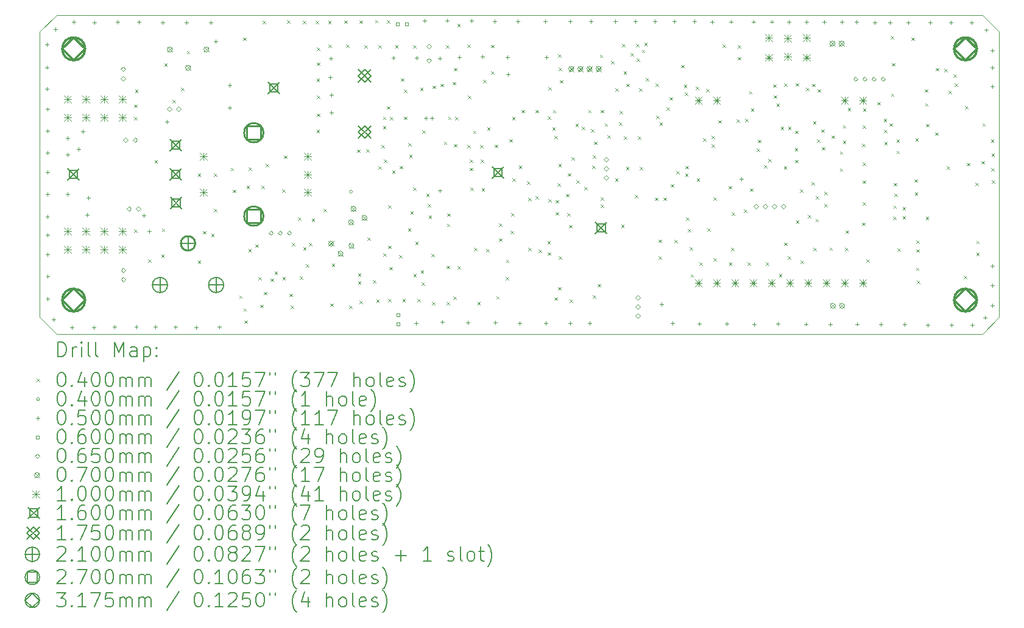
<source format=gbr>
%FSLAX45Y45*%
G04 Gerber Fmt 4.5, Leading zero omitted, Abs format (unit mm)*
G04 Created by KiCad (PCBNEW (6.0.4-0)) date 2024-06-16 18:03:33*
%MOMM*%
%LPD*%
G01*
G04 APERTURE LIST*
%TA.AperFunction,Profile*%
%ADD10C,0.100000*%
%TD*%
%ADD11C,0.200000*%
%ADD12C,0.040000*%
%ADD13C,0.050000*%
%ADD14C,0.060000*%
%ADD15C,0.065000*%
%ADD16C,0.070000*%
%ADD17C,0.100000*%
%ADD18C,0.160000*%
%ADD19C,0.175000*%
%ADD20C,0.210000*%
%ADD21C,0.270000*%
%ADD22C,0.317500*%
G04 APERTURE END LIST*
D10*
X7726500Y-7635000D02*
X7961000Y-7401200D01*
X20826750Y-11836000D02*
X21061500Y-11602100D01*
X7959900Y-11836000D02*
X20826750Y-11836000D01*
X7959900Y-11836000D02*
X7726500Y-11601750D01*
X7726500Y-7635000D02*
X7726500Y-11601750D01*
X21061500Y-7635125D02*
X20828300Y-7401200D01*
X21061500Y-7635125D02*
X21061500Y-11602100D01*
X7961000Y-7401200D02*
X20828300Y-7401200D01*
D11*
D12*
X9038000Y-8645000D02*
X9078000Y-8685000D01*
X9078000Y-8645000D02*
X9038000Y-8685000D01*
X9038000Y-8821000D02*
X9078000Y-8861000D01*
X9078000Y-8821000D02*
X9038000Y-8861000D01*
X9038000Y-10385000D02*
X9078000Y-10425000D01*
X9078000Y-10385000D02*
X9038000Y-10425000D01*
X9050000Y-8436000D02*
X9090000Y-8476000D01*
X9090000Y-8436000D02*
X9050000Y-8476000D01*
X9229000Y-10802000D02*
X9269000Y-10842000D01*
X9269000Y-10802000D02*
X9229000Y-10842000D01*
X9321000Y-9420000D02*
X9361000Y-9460000D01*
X9361000Y-9420000D02*
X9321000Y-9460000D01*
X9414000Y-10730000D02*
X9454000Y-10770000D01*
X9454000Y-10730000D02*
X9414000Y-10770000D01*
X9421770Y-10370770D02*
X9461770Y-10410770D01*
X9461770Y-10370770D02*
X9421770Y-10410770D01*
X9455000Y-8072000D02*
X9495000Y-8112000D01*
X9495000Y-8072000D02*
X9455000Y-8112000D01*
X9570000Y-8579000D02*
X9610000Y-8619000D01*
X9610000Y-8579000D02*
X9570000Y-8619000D01*
X9688000Y-8411000D02*
X9728000Y-8451000D01*
X9728000Y-8411000D02*
X9688000Y-8451000D01*
X9769000Y-7900000D02*
X9809000Y-7940000D01*
X9809000Y-7900000D02*
X9769000Y-7940000D01*
X9919999Y-9603000D02*
X9959999Y-9643000D01*
X9959999Y-9603000D02*
X9919999Y-9643000D01*
X9922000Y-10815000D02*
X9962000Y-10855000D01*
X9962000Y-10815000D02*
X9922000Y-10855000D01*
X9991000Y-10405000D02*
X10031000Y-10445000D01*
X10031000Y-10405000D02*
X9991000Y-10445000D01*
X10108000Y-10442000D02*
X10148000Y-10482000D01*
X10148000Y-10442000D02*
X10108000Y-10482000D01*
X10144000Y-9603000D02*
X10184000Y-9643000D01*
X10184000Y-9603000D02*
X10144000Y-9643000D01*
X10147000Y-10098000D02*
X10187000Y-10138000D01*
X10187000Y-10098000D02*
X10147000Y-10138000D01*
X10379000Y-9524000D02*
X10419000Y-9564000D01*
X10419000Y-9524000D02*
X10379000Y-9564000D01*
X10407000Y-9829000D02*
X10447000Y-9869000D01*
X10447000Y-9829000D02*
X10407000Y-9869000D01*
X10496000Y-11303000D02*
X10536000Y-11343000D01*
X10536000Y-11303000D02*
X10496000Y-11343000D01*
X10550000Y-7714000D02*
X10590000Y-7754000D01*
X10590000Y-7714000D02*
X10550000Y-7754000D01*
X10556000Y-11481000D02*
X10596000Y-11521000D01*
X10596000Y-11481000D02*
X10556000Y-11521000D01*
X10567000Y-11650000D02*
X10607000Y-11690000D01*
X10607000Y-11650000D02*
X10567000Y-11690000D01*
X10599000Y-9777000D02*
X10639000Y-9817000D01*
X10639000Y-9777000D02*
X10599000Y-9817000D01*
X10623000Y-10654000D02*
X10663000Y-10694000D01*
X10663000Y-10654000D02*
X10623000Y-10694000D01*
X10631000Y-9522000D02*
X10671000Y-9562000D01*
X10671000Y-9522000D02*
X10631000Y-9562000D01*
X10722000Y-10591450D02*
X10762000Y-10631450D01*
X10762000Y-10591450D02*
X10722000Y-10631450D01*
X10765445Y-11042891D02*
X10805445Y-11082891D01*
X10805445Y-11042891D02*
X10765445Y-11082891D01*
X10791464Y-11430352D02*
X10831464Y-11470352D01*
X10831464Y-11430352D02*
X10791464Y-11470352D01*
X10808000Y-9777000D02*
X10848000Y-9817000D01*
X10848000Y-9777000D02*
X10808000Y-9817000D01*
X10824000Y-7480000D02*
X10864000Y-7520000D01*
X10864000Y-7480000D02*
X10824000Y-7520000D01*
X10841382Y-11251434D02*
X10881382Y-11291434D01*
X10881382Y-11251434D02*
X10841382Y-11291434D01*
X10863000Y-9469000D02*
X10903000Y-9509000D01*
X10903000Y-9469000D02*
X10863000Y-9509000D01*
X10933720Y-11066300D02*
X10973720Y-11106300D01*
X10973720Y-11066300D02*
X10933720Y-11106300D01*
X10988000Y-10969000D02*
X11028000Y-11009000D01*
X11028000Y-10969000D02*
X10988000Y-11009000D01*
X11094000Y-9825000D02*
X11134000Y-9865000D01*
X11134000Y-9825000D02*
X11094000Y-9865000D01*
X11098848Y-11041692D02*
X11138848Y-11081692D01*
X11138848Y-11041692D02*
X11098848Y-11081692D01*
X11117000Y-9356000D02*
X11157000Y-9396000D01*
X11157000Y-9356000D02*
X11117000Y-9396000D01*
X11161000Y-7471000D02*
X11201000Y-7511000D01*
X11201000Y-7471000D02*
X11161000Y-7511000D01*
X11193000Y-11277000D02*
X11233000Y-11317000D01*
X11233000Y-11277000D02*
X11193000Y-11317000D01*
X11210000Y-11443550D02*
X11250000Y-11483550D01*
X11250000Y-11443550D02*
X11210000Y-11483550D01*
X11228449Y-10568487D02*
X11268449Y-10608487D01*
X11268449Y-10568487D02*
X11228449Y-10608487D01*
X11313000Y-10212000D02*
X11353000Y-10252000D01*
X11353000Y-10212000D02*
X11313000Y-10252000D01*
X11342000Y-11039000D02*
X11382000Y-11079000D01*
X11382000Y-11039000D02*
X11342000Y-11079000D01*
X11383000Y-7478598D02*
X11423000Y-7518598D01*
X11423000Y-7478598D02*
X11383000Y-7518598D01*
X11386000Y-10630000D02*
X11426000Y-10670000D01*
X11426000Y-10630000D02*
X11386000Y-10670000D01*
X11427000Y-10868000D02*
X11467000Y-10908000D01*
X11467000Y-10868000D02*
X11427000Y-10908000D01*
X11467458Y-10572082D02*
X11507458Y-10612082D01*
X11507458Y-10572082D02*
X11467458Y-10612082D01*
X11505402Y-10229837D02*
X11545402Y-10269837D01*
X11545402Y-10229837D02*
X11505402Y-10269837D01*
X11558000Y-7478598D02*
X11598000Y-7518598D01*
X11598000Y-7478598D02*
X11558000Y-7518598D01*
X11573000Y-8282000D02*
X11613000Y-8322000D01*
X11613000Y-8282000D02*
X11573000Y-8322000D01*
X11573000Y-8995000D02*
X11613000Y-9035000D01*
X11613000Y-8995000D02*
X11573000Y-9035000D01*
X11576000Y-8060000D02*
X11616000Y-8100000D01*
X11616000Y-8060000D02*
X11576000Y-8100000D01*
X11576000Y-8523000D02*
X11616000Y-8563000D01*
X11616000Y-8523000D02*
X11576000Y-8563000D01*
X11578000Y-7851000D02*
X11618000Y-7891000D01*
X11618000Y-7851000D02*
X11578000Y-7891000D01*
X11578000Y-8772001D02*
X11618000Y-8812001D01*
X11618000Y-8772001D02*
X11578000Y-8812001D01*
X11672000Y-10096450D02*
X11712000Y-10136450D01*
X11712000Y-10096450D02*
X11672000Y-10136450D01*
X11733000Y-7478598D02*
X11773000Y-7518598D01*
X11773000Y-7478598D02*
X11733000Y-7518598D01*
X11739000Y-7810000D02*
X11779000Y-7850000D01*
X11779000Y-7810000D02*
X11739000Y-7850000D01*
X11763450Y-11412754D02*
X11803450Y-11452754D01*
X11803450Y-11412754D02*
X11763450Y-11452754D01*
X11784000Y-10860000D02*
X11824000Y-10900000D01*
X11824000Y-10860000D02*
X11784000Y-10900000D01*
X11960000Y-7476000D02*
X12000000Y-7516000D01*
X12000000Y-7476000D02*
X11960000Y-7516000D01*
X11981000Y-7810000D02*
X12021000Y-7850000D01*
X12021000Y-7810000D02*
X11981000Y-7850000D01*
X12025000Y-11445000D02*
X12065000Y-11485000D01*
X12065000Y-11445000D02*
X12025000Y-11485000D01*
X12133230Y-9270770D02*
X12173230Y-9310770D01*
X12173230Y-9270770D02*
X12133230Y-9310770D01*
X12147000Y-10996000D02*
X12187000Y-11036000D01*
X12187000Y-10996000D02*
X12147000Y-11036000D01*
X12148000Y-11107000D02*
X12188000Y-11147000D01*
X12188000Y-11107000D02*
X12148000Y-11147000D01*
X12168000Y-7476000D02*
X12208000Y-7516000D01*
X12208000Y-7476000D02*
X12168000Y-7516000D01*
X12171289Y-11377175D02*
X12211289Y-11417175D01*
X12211289Y-11377175D02*
X12171289Y-11417175D01*
X12234000Y-7816000D02*
X12274000Y-7856000D01*
X12274000Y-7816000D02*
X12234000Y-7856000D01*
X12259746Y-9268530D02*
X12299746Y-9308530D01*
X12299746Y-9268530D02*
X12259746Y-9308530D01*
X12280450Y-10493050D02*
X12320450Y-10533050D01*
X12320450Y-10493050D02*
X12280450Y-10533050D01*
X12355000Y-11087000D02*
X12395000Y-11127000D01*
X12395000Y-11087000D02*
X12355000Y-11127000D01*
X12385000Y-7468000D02*
X12425000Y-7508000D01*
X12425000Y-7468000D02*
X12385000Y-7508000D01*
X12401000Y-11361000D02*
X12441000Y-11401000D01*
X12441000Y-11361000D02*
X12401000Y-11401000D01*
X12433550Y-9502479D02*
X12473550Y-9542479D01*
X12473550Y-9502479D02*
X12433550Y-9542479D01*
X12434000Y-7821000D02*
X12474000Y-7861000D01*
X12474000Y-7821000D02*
X12434000Y-7861000D01*
X12472735Y-9205734D02*
X12512735Y-9245734D01*
X12512735Y-9205734D02*
X12472735Y-9245734D01*
X12494026Y-8813901D02*
X12534026Y-8853901D01*
X12534026Y-8813901D02*
X12494026Y-8853901D01*
X12496000Y-8943000D02*
X12536000Y-8983000D01*
X12536000Y-8943000D02*
X12496000Y-8983000D01*
X12501000Y-10714000D02*
X12541000Y-10754000D01*
X12541000Y-10714000D02*
X12501000Y-10754000D01*
X12506000Y-9413430D02*
X12546000Y-9453430D01*
X12546000Y-9413430D02*
X12506000Y-9453430D01*
X12547000Y-8669000D02*
X12587000Y-8709000D01*
X12587000Y-8669000D02*
X12547000Y-8709000D01*
X12550000Y-7473000D02*
X12590000Y-7513000D01*
X12590000Y-7473000D02*
X12550000Y-7513000D01*
X12565000Y-10608000D02*
X12605000Y-10648000D01*
X12605000Y-10608000D02*
X12565000Y-10648000D01*
X12568000Y-10048000D02*
X12608000Y-10088000D01*
X12608000Y-10048000D02*
X12568000Y-10088000D01*
X12569000Y-11350000D02*
X12609000Y-11390000D01*
X12609000Y-11350000D02*
X12569000Y-11390000D01*
X12581000Y-10904550D02*
X12621000Y-10944550D01*
X12621000Y-10904550D02*
X12581000Y-10944550D01*
X12594000Y-8815000D02*
X12634000Y-8855000D01*
X12634000Y-8815000D02*
X12594000Y-8855000D01*
X12623000Y-9564000D02*
X12663000Y-9604000D01*
X12663000Y-9564000D02*
X12623000Y-9604000D01*
X12665000Y-7820000D02*
X12705000Y-7860000D01*
X12705000Y-7820000D02*
X12665000Y-7860000D01*
X12721000Y-10738000D02*
X12761000Y-10778000D01*
X12761000Y-10738000D02*
X12721000Y-10778000D01*
X12729000Y-9499000D02*
X12769000Y-9539000D01*
X12769000Y-9499000D02*
X12729000Y-9539000D01*
X12745000Y-8281000D02*
X12785000Y-8321000D01*
X12785000Y-8281000D02*
X12745000Y-8321000D01*
X12765000Y-11350000D02*
X12805000Y-11390000D01*
X12805000Y-11350000D02*
X12765000Y-11390000D01*
X12785000Y-8813901D02*
X12825000Y-8853901D01*
X12825000Y-8813901D02*
X12785000Y-8853901D01*
X12786000Y-8435000D02*
X12826000Y-8475000D01*
X12826000Y-8435000D02*
X12786000Y-8475000D01*
X12842000Y-10366000D02*
X12882000Y-10406000D01*
X12882000Y-10366000D02*
X12842000Y-10406000D01*
X12844000Y-9182000D02*
X12884000Y-9222000D01*
X12884000Y-9182000D02*
X12844000Y-9222000D01*
X12858795Y-9340980D02*
X12898795Y-9380980D01*
X12898795Y-9340980D02*
X12858795Y-9380980D01*
X12877000Y-10132000D02*
X12917000Y-10172000D01*
X12917000Y-10132000D02*
X12877000Y-10172000D01*
X12915000Y-7818200D02*
X12955000Y-7858200D01*
X12955000Y-7818200D02*
X12915000Y-7858200D01*
X12917000Y-9800499D02*
X12957000Y-9840499D01*
X12957000Y-9800499D02*
X12917000Y-9840499D01*
X12919000Y-11000000D02*
X12959000Y-11040000D01*
X12959000Y-11000000D02*
X12919000Y-11040000D01*
X12944000Y-10553450D02*
X12984000Y-10593450D01*
X12984000Y-10553450D02*
X12944000Y-10593450D01*
X12974000Y-11352000D02*
X13014000Y-11392000D01*
X13014000Y-11352000D02*
X12974000Y-11392000D01*
X13011550Y-8409000D02*
X13051550Y-8449000D01*
X13051550Y-8409000D02*
X13011550Y-8449000D01*
X13019000Y-10952000D02*
X13059000Y-10992000D01*
X13059000Y-10952000D02*
X13019000Y-10992000D01*
X13032000Y-11118000D02*
X13072000Y-11158000D01*
X13072000Y-11118000D02*
X13032000Y-11158000D01*
X13038750Y-9001750D02*
X13078750Y-9041750D01*
X13078750Y-9001750D02*
X13038750Y-9041750D01*
X13097000Y-9883000D02*
X13137000Y-9923000D01*
X13137000Y-9883000D02*
X13097000Y-9923000D01*
X13116000Y-10027000D02*
X13156000Y-10067000D01*
X13156000Y-10027000D02*
X13116000Y-10067000D01*
X13129730Y-10190270D02*
X13169730Y-10230270D01*
X13169730Y-10190270D02*
X13129730Y-10230270D01*
X13171000Y-10726000D02*
X13211000Y-10766000D01*
X13211000Y-10726000D02*
X13171000Y-10766000D01*
X13174000Y-11394450D02*
X13214000Y-11434450D01*
X13214000Y-11394450D02*
X13174000Y-11434450D01*
X13186000Y-8383000D02*
X13226000Y-8423000D01*
X13226000Y-8383000D02*
X13186000Y-8423000D01*
X13294000Y-8356000D02*
X13334000Y-8396000D01*
X13334000Y-8356000D02*
X13294000Y-8396000D01*
X13341230Y-9161770D02*
X13381230Y-9201770D01*
X13381230Y-9161770D02*
X13341230Y-9201770D01*
X13372000Y-7818200D02*
X13412000Y-7858200D01*
X13412000Y-7818200D02*
X13372000Y-7858200D01*
X13378712Y-11394450D02*
X13418712Y-11434450D01*
X13418712Y-11394450D02*
X13378712Y-11434450D01*
X13382000Y-10889000D02*
X13422000Y-10929000D01*
X13422000Y-10889000D02*
X13382000Y-10929000D01*
X13385000Y-10304000D02*
X13425000Y-10344000D01*
X13425000Y-10304000D02*
X13385000Y-10344000D01*
X13387000Y-10161000D02*
X13427000Y-10201000D01*
X13427000Y-10161000D02*
X13387000Y-10201000D01*
X13402000Y-8813901D02*
X13442000Y-8853901D01*
X13442000Y-8813901D02*
X13402000Y-8853901D01*
X13466998Y-8330614D02*
X13506998Y-8370614D01*
X13506998Y-8330614D02*
X13466998Y-8370614D01*
X13472000Y-11317000D02*
X13512000Y-11357000D01*
X13512000Y-11317000D02*
X13472000Y-11357000D01*
X13480000Y-9194000D02*
X13520000Y-9234000D01*
X13520000Y-9194000D02*
X13480000Y-9234000D01*
X13481000Y-8136000D02*
X13521000Y-8176000D01*
X13521000Y-8136000D02*
X13481000Y-8176000D01*
X13499000Y-8815450D02*
X13539000Y-8855450D01*
X13539000Y-8815450D02*
X13499000Y-8855450D01*
X13529000Y-7523550D02*
X13569000Y-7563550D01*
X13569000Y-7523550D02*
X13529000Y-7563550D01*
X13534000Y-10895000D02*
X13574000Y-10935000D01*
X13574000Y-10895000D02*
X13534000Y-10935000D01*
X13665000Y-9206000D02*
X13705000Y-9246000D01*
X13705000Y-9206000D02*
X13665000Y-9246000D01*
X13669000Y-7813000D02*
X13709000Y-7853000D01*
X13709000Y-7813000D02*
X13669000Y-7853000D01*
X13675000Y-8523000D02*
X13715000Y-8563000D01*
X13715000Y-8523000D02*
X13675000Y-8563000D01*
X13703000Y-9413430D02*
X13743000Y-9453430D01*
X13743000Y-9413430D02*
X13703000Y-9453430D01*
X13704000Y-9524550D02*
X13744000Y-9564550D01*
X13744000Y-9524550D02*
X13704000Y-9564550D01*
X13708000Y-9800499D02*
X13748000Y-9840499D01*
X13748000Y-9800499D02*
X13708000Y-9840499D01*
X13747450Y-9008000D02*
X13787450Y-9048000D01*
X13787450Y-9008000D02*
X13747450Y-9048000D01*
X13760000Y-10637000D02*
X13800000Y-10677000D01*
X13800000Y-10637000D02*
X13760000Y-10677000D01*
X13807000Y-11390000D02*
X13847000Y-11430000D01*
X13847000Y-11390000D02*
X13807000Y-11430000D01*
X13844000Y-9208550D02*
X13884000Y-9248550D01*
X13884000Y-9208550D02*
X13844000Y-9248550D01*
X13855000Y-9413430D02*
X13895000Y-9453430D01*
X13895000Y-9413430D02*
X13855000Y-9453430D01*
X13866000Y-9810000D02*
X13906000Y-9850000D01*
X13906000Y-9810000D02*
X13866000Y-9850000D01*
X13888770Y-8302770D02*
X13928770Y-8342770D01*
X13928770Y-8302770D02*
X13888770Y-8342770D01*
X13931000Y-10656000D02*
X13971000Y-10696000D01*
X13971000Y-10656000D02*
X13931000Y-10696000D01*
X13942000Y-8965000D02*
X13982000Y-9005000D01*
X13982000Y-8965000D02*
X13942000Y-9005000D01*
X13997000Y-8185000D02*
X14037000Y-8225000D01*
X14037000Y-8185000D02*
X13997000Y-8225000D01*
X14000000Y-7815000D02*
X14040000Y-7855000D01*
X14040000Y-7815000D02*
X14000000Y-7855000D01*
X14046000Y-9203000D02*
X14086000Y-9243000D01*
X14086000Y-9203000D02*
X14046000Y-9243000D01*
X14069000Y-11312000D02*
X14109000Y-11352000D01*
X14109000Y-11312000D02*
X14069000Y-11352000D01*
X14108000Y-10508000D02*
X14148000Y-10548000D01*
X14148000Y-10508000D02*
X14108000Y-10548000D01*
X14109081Y-10298072D02*
X14149081Y-10338072D01*
X14149081Y-10298072D02*
X14109081Y-10338072D01*
X14204000Y-11042000D02*
X14244000Y-11082000D01*
X14244000Y-11042000D02*
X14204000Y-11082000D01*
X14206000Y-10803000D02*
X14246000Y-10843000D01*
X14246000Y-10803000D02*
X14206000Y-10843000D01*
X14253000Y-9127000D02*
X14293000Y-9167000D01*
X14293000Y-9127000D02*
X14253000Y-9167000D01*
X14270000Y-10403000D02*
X14310000Y-10443000D01*
X14310000Y-10403000D02*
X14270000Y-10443000D01*
X14278000Y-10158000D02*
X14318000Y-10198000D01*
X14318000Y-10158000D02*
X14278000Y-10198000D01*
X14290000Y-8819000D02*
X14330000Y-8859000D01*
X14330000Y-8819000D02*
X14290000Y-8859000D01*
X14292765Y-9671550D02*
X14332765Y-9711550D01*
X14332765Y-9671550D02*
X14292765Y-9711550D01*
X14383000Y-9494000D02*
X14423000Y-9534000D01*
X14423000Y-9494000D02*
X14383000Y-9534000D01*
X14424000Y-8720354D02*
X14464000Y-8760354D01*
X14464000Y-8720354D02*
X14424000Y-8760354D01*
X14498084Y-9715549D02*
X14538084Y-9755549D01*
X14538084Y-9715549D02*
X14498084Y-9755549D01*
X14515000Y-9942050D02*
X14555000Y-9982050D01*
X14555000Y-9942050D02*
X14515000Y-9982050D01*
X14516000Y-10639000D02*
X14556000Y-10679000D01*
X14556000Y-10639000D02*
X14516000Y-10679000D01*
X14615002Y-9920860D02*
X14655002Y-9960860D01*
X14655002Y-9920860D02*
X14615002Y-9960860D01*
X14616000Y-8720354D02*
X14656000Y-8760354D01*
X14656000Y-8720354D02*
X14616000Y-8760354D01*
X14658000Y-10662000D02*
X14698000Y-10702000D01*
X14698000Y-10662000D02*
X14658000Y-10702000D01*
X14782000Y-10547000D02*
X14822000Y-10587000D01*
X14822000Y-10547000D02*
X14782000Y-10587000D01*
X14783000Y-8811000D02*
X14823000Y-8851000D01*
X14823000Y-8811000D02*
X14783000Y-8851000D01*
X14784039Y-10702039D02*
X14824039Y-10742039D01*
X14824039Y-10702039D02*
X14784039Y-10742039D01*
X14794000Y-9959000D02*
X14834000Y-9999000D01*
X14834000Y-9959000D02*
X14794000Y-9999000D01*
X14795000Y-8405000D02*
X14835000Y-8445000D01*
X14835000Y-8405000D02*
X14795000Y-8445000D01*
X14848033Y-8959646D02*
X14888033Y-8999646D01*
X14888033Y-8959646D02*
X14848033Y-8999646D01*
X14857000Y-8720354D02*
X14897000Y-8760354D01*
X14897000Y-8720354D02*
X14857000Y-8760354D01*
X14877000Y-9077598D02*
X14917000Y-9117598D01*
X14917000Y-9077598D02*
X14877000Y-9117598D01*
X14881034Y-11329071D02*
X14921034Y-11369071D01*
X14921034Y-11329071D02*
X14881034Y-11369071D01*
X14896550Y-9974266D02*
X14936550Y-10014266D01*
X14936550Y-9974266D02*
X14896550Y-10014266D01*
X14896550Y-10143960D02*
X14936550Y-10183960D01*
X14936550Y-10143960D02*
X14896550Y-10183960D01*
X14919000Y-9739000D02*
X14959000Y-9779000D01*
X14959000Y-9739000D02*
X14919000Y-9779000D01*
X14927000Y-7949000D02*
X14967000Y-7989000D01*
X14967000Y-7949000D02*
X14927000Y-7989000D01*
X14927730Y-11184502D02*
X14967730Y-11224502D01*
X14967730Y-11184502D02*
X14927730Y-11224502D01*
X14933253Y-9471609D02*
X14973253Y-9511609D01*
X14973253Y-9471609D02*
X14933253Y-9511609D01*
X14935000Y-10756000D02*
X14975000Y-10796000D01*
X14975000Y-10756000D02*
X14935000Y-10796000D01*
X14937000Y-8131000D02*
X14977000Y-8171000D01*
X14977000Y-8131000D02*
X14937000Y-8171000D01*
X14953000Y-8306000D02*
X14993000Y-8346000D01*
X14993000Y-8306000D02*
X14953000Y-8346000D01*
X15039267Y-9888302D02*
X15079267Y-9928302D01*
X15079267Y-9888302D02*
X15039267Y-9928302D01*
X15058000Y-10155000D02*
X15098000Y-10195000D01*
X15098000Y-10155000D02*
X15058000Y-10195000D01*
X15067000Y-9602000D02*
X15107000Y-9642000D01*
X15107000Y-9602000D02*
X15067000Y-9642000D01*
X15082000Y-10321000D02*
X15122000Y-10361000D01*
X15122000Y-10321000D02*
X15082000Y-10361000D01*
X15090000Y-11360000D02*
X15130000Y-11400000D01*
X15130000Y-11360000D02*
X15090000Y-11400000D01*
X15117000Y-9379000D02*
X15157000Y-9419000D01*
X15157000Y-9379000D02*
X15117000Y-9419000D01*
X15171555Y-8909909D02*
X15211555Y-8949909D01*
X15211555Y-8909909D02*
X15171555Y-8949909D01*
X15181000Y-9698000D02*
X15221000Y-9738000D01*
X15221000Y-9698000D02*
X15181000Y-9738000D01*
X15262000Y-8952450D02*
X15302000Y-8992450D01*
X15302000Y-8952450D02*
X15262000Y-8992450D01*
X15291770Y-9790230D02*
X15331770Y-9830230D01*
X15331770Y-9790230D02*
X15291770Y-9830230D01*
X15348000Y-8720354D02*
X15388000Y-8760354D01*
X15388000Y-8720354D02*
X15348000Y-8760354D01*
X15389000Y-8986000D02*
X15429000Y-9026000D01*
X15429000Y-8986000D02*
X15389000Y-9026000D01*
X15401000Y-9498000D02*
X15441000Y-9538000D01*
X15441000Y-9498000D02*
X15401000Y-9538000D01*
X15412000Y-9353450D02*
X15452000Y-9393450D01*
X15452000Y-9353450D02*
X15412000Y-9393450D01*
X15412480Y-11298520D02*
X15452480Y-11338520D01*
X15452480Y-11298520D02*
X15412480Y-11338520D01*
X15427000Y-9160000D02*
X15467000Y-9200000D01*
X15467000Y-9160000D02*
X15427000Y-9200000D01*
X15482000Y-11142000D02*
X15522000Y-11182000D01*
X15522000Y-11142000D02*
X15482000Y-11182000D01*
X15509000Y-7950000D02*
X15549000Y-7990000D01*
X15549000Y-7950000D02*
X15509000Y-7990000D01*
X15521100Y-10036560D02*
X15561100Y-10076560D01*
X15561100Y-10036560D02*
X15521100Y-10076560D01*
X15522000Y-8720354D02*
X15562000Y-8760354D01*
X15562000Y-8720354D02*
X15522000Y-8760354D01*
X15523000Y-9936000D02*
X15563000Y-9976000D01*
X15563000Y-9936000D02*
X15523000Y-9976000D01*
X15578000Y-8908000D02*
X15618000Y-8948000D01*
X15618000Y-8908000D02*
X15578000Y-8948000D01*
X15616069Y-9072069D02*
X15656069Y-9112069D01*
X15656069Y-9072069D02*
X15616069Y-9112069D01*
X15667000Y-8042000D02*
X15707000Y-8082000D01*
X15707000Y-8042000D02*
X15667000Y-8082000D01*
X15721000Y-9671000D02*
X15761000Y-9711000D01*
X15761000Y-9671000D02*
X15721000Y-9711000D01*
X15726069Y-8419069D02*
X15766069Y-8459069D01*
X15766069Y-8419069D02*
X15726069Y-8459069D01*
X15775000Y-8895000D02*
X15815000Y-8935000D01*
X15815000Y-8895000D02*
X15775000Y-8935000D01*
X15782059Y-8731295D02*
X15822059Y-8771295D01*
X15822059Y-8731295D02*
X15782059Y-8771295D01*
X15805000Y-10318000D02*
X15845000Y-10358000D01*
X15845000Y-10318000D02*
X15805000Y-10358000D01*
X15817000Y-7804000D02*
X15857000Y-7844000D01*
X15857000Y-7804000D02*
X15817000Y-7844000D01*
X15839000Y-8186000D02*
X15879000Y-8226000D01*
X15879000Y-8186000D02*
X15839000Y-8226000D01*
X15843000Y-9086000D02*
X15883000Y-9126000D01*
X15883000Y-9086000D02*
X15843000Y-9126000D01*
X15873000Y-9510000D02*
X15913000Y-9550000D01*
X15913000Y-9510000D02*
X15873000Y-9550000D01*
X15878000Y-8357000D02*
X15918000Y-8397000D01*
X15918000Y-8357000D02*
X15878000Y-8397000D01*
X15935000Y-7927000D02*
X15975000Y-7967000D01*
X15975000Y-7927000D02*
X15935000Y-7967000D01*
X15999000Y-9902000D02*
X16039000Y-9942000D01*
X16039000Y-9902000D02*
X15999000Y-9942000D01*
X16010423Y-7803306D02*
X16050423Y-7843306D01*
X16050423Y-7803306D02*
X16010423Y-7843306D01*
X16021000Y-8004000D02*
X16061000Y-8044000D01*
X16061000Y-8004000D02*
X16021000Y-8044000D01*
X16037000Y-9088000D02*
X16077000Y-9128000D01*
X16077000Y-9088000D02*
X16037000Y-9128000D01*
X16058189Y-8417099D02*
X16098189Y-8457099D01*
X16098189Y-8417099D02*
X16058189Y-8457099D01*
X16066000Y-9510000D02*
X16106000Y-9550000D01*
X16106000Y-9510000D02*
X16066000Y-9550000D01*
X16092252Y-7881715D02*
X16132252Y-7921715D01*
X16132252Y-7881715D02*
X16092252Y-7921715D01*
X16127000Y-7788000D02*
X16167000Y-7828000D01*
X16167000Y-7788000D02*
X16127000Y-7828000D01*
X16146000Y-8275000D02*
X16186000Y-8315000D01*
X16186000Y-8275000D02*
X16146000Y-8315000D01*
X16278000Y-9939502D02*
X16318000Y-9979502D01*
X16318000Y-9939502D02*
X16278000Y-9979502D01*
X16282000Y-8355000D02*
X16322000Y-8395000D01*
X16322000Y-8355000D02*
X16282000Y-8395000D01*
X16291000Y-8804000D02*
X16331000Y-8844000D01*
X16331000Y-8804000D02*
X16291000Y-8844000D01*
X16327000Y-10523000D02*
X16367000Y-10563000D01*
X16367000Y-10523000D02*
X16327000Y-10563000D01*
X16327000Y-10759000D02*
X16367000Y-10799000D01*
X16367000Y-10759000D02*
X16327000Y-10799000D01*
X16338436Y-8891976D02*
X16378436Y-8931976D01*
X16378436Y-8891976D02*
X16338436Y-8931976D01*
X16392000Y-9939503D02*
X16432000Y-9979503D01*
X16432000Y-9939503D02*
X16392000Y-9979503D01*
X16439000Y-8680000D02*
X16479000Y-8720000D01*
X16479000Y-8680000D02*
X16439000Y-8720000D01*
X16481000Y-8544000D02*
X16521000Y-8584000D01*
X16521000Y-8544000D02*
X16481000Y-8584000D01*
X16495431Y-9753569D02*
X16535431Y-9793569D01*
X16535431Y-9753569D02*
X16495431Y-9793569D01*
X16549000Y-10527000D02*
X16589000Y-10567000D01*
X16589000Y-10527000D02*
X16549000Y-10567000D01*
X16569000Y-9574000D02*
X16609000Y-9614000D01*
X16609000Y-9574000D02*
X16569000Y-9614000D01*
X16642000Y-8095000D02*
X16682000Y-8135000D01*
X16682000Y-8095000D02*
X16642000Y-8135000D01*
X16678000Y-8369000D02*
X16718000Y-8409000D01*
X16718000Y-8369000D02*
X16678000Y-8409000D01*
X16693000Y-8479000D02*
X16733000Y-8519000D01*
X16733000Y-8479000D02*
X16693000Y-8519000D01*
X16695000Y-9606000D02*
X16735000Y-9646000D01*
X16735000Y-9606000D02*
X16695000Y-9646000D01*
X16698040Y-9498960D02*
X16738040Y-9538960D01*
X16738040Y-9498960D02*
X16698040Y-9538960D01*
X16706399Y-10215901D02*
X16746399Y-10255901D01*
X16746399Y-10215901D02*
X16706399Y-10255901D01*
X16731000Y-10377550D02*
X16771000Y-10417550D01*
X16771000Y-10377550D02*
X16731000Y-10417550D01*
X16759890Y-10631187D02*
X16799890Y-10671187D01*
X16799890Y-10631187D02*
X16759890Y-10671187D01*
X16770268Y-11007205D02*
X16810268Y-11047205D01*
X16810268Y-11007205D02*
X16770268Y-11047205D01*
X16841000Y-8393000D02*
X16881000Y-8433000D01*
X16881000Y-8393000D02*
X16841000Y-8433000D01*
X16855000Y-9675000D02*
X16895000Y-9715000D01*
X16895000Y-9675000D02*
X16855000Y-9715000D01*
X16892000Y-10842550D02*
X16932000Y-10882550D01*
X16932000Y-10842550D02*
X16892000Y-10882550D01*
X16943000Y-9114000D02*
X16983000Y-9154000D01*
X16983000Y-9114000D02*
X16943000Y-9154000D01*
X16988000Y-8428000D02*
X17028000Y-8468000D01*
X17028000Y-8428000D02*
X16988000Y-8468000D01*
X17004000Y-10369000D02*
X17044000Y-10409000D01*
X17044000Y-10369000D02*
X17004000Y-10409000D01*
X17060450Y-9080550D02*
X17100450Y-9120550D01*
X17100450Y-9080550D02*
X17060450Y-9120550D01*
X17060450Y-9196000D02*
X17100450Y-9236000D01*
X17100450Y-9196000D02*
X17060450Y-9236000D01*
X17085770Y-10779770D02*
X17125770Y-10819770D01*
X17125770Y-10779770D02*
X17085770Y-10819770D01*
X17089000Y-9933000D02*
X17129000Y-9973000D01*
X17129000Y-9933000D02*
X17089000Y-9973000D01*
X17158000Y-8863550D02*
X17198000Y-8903550D01*
X17198000Y-8863550D02*
X17158000Y-8903550D01*
X17214000Y-7813000D02*
X17254000Y-7853000D01*
X17254000Y-7813000D02*
X17214000Y-7853000D01*
X17300000Y-9779000D02*
X17340000Y-9819000D01*
X17340000Y-9779000D02*
X17300000Y-9819000D01*
X17303000Y-10842550D02*
X17343000Y-10882550D01*
X17343000Y-10842550D02*
X17303000Y-10882550D01*
X17334000Y-10636450D02*
X17374000Y-10676450D01*
X17374000Y-10636450D02*
X17334000Y-10676450D01*
X17340730Y-10146270D02*
X17380730Y-10186270D01*
X17380730Y-10146270D02*
X17340730Y-10186270D01*
X17410402Y-8849000D02*
X17450402Y-8889000D01*
X17450402Y-8849000D02*
X17410402Y-8889000D01*
X17424000Y-7819000D02*
X17464000Y-7859000D01*
X17464000Y-7819000D02*
X17424000Y-7859000D01*
X17425931Y-7983931D02*
X17465931Y-8023931D01*
X17465931Y-7983931D02*
X17425931Y-8023931D01*
X17509730Y-10103270D02*
X17549730Y-10143270D01*
X17549730Y-10103270D02*
X17509730Y-10143270D01*
X17526310Y-8846440D02*
X17566310Y-8886440D01*
X17566310Y-8846440D02*
X17526310Y-8886440D01*
X17564000Y-10842550D02*
X17604000Y-10882550D01*
X17604000Y-10842550D02*
X17564000Y-10882550D01*
X17584000Y-8459000D02*
X17624000Y-8499000D01*
X17624000Y-8459000D02*
X17584000Y-8499000D01*
X17597000Y-9813001D02*
X17637000Y-9853001D01*
X17637000Y-9813001D02*
X17597000Y-9853001D01*
X17609770Y-8701540D02*
X17649770Y-8741540D01*
X17649770Y-8701540D02*
X17609770Y-8741540D01*
X17691540Y-9258460D02*
X17731540Y-9298460D01*
X17731540Y-9258460D02*
X17691540Y-9298460D01*
X17709000Y-9136450D02*
X17749000Y-9176450D01*
X17749000Y-9136450D02*
X17709000Y-9176450D01*
X17791392Y-9484478D02*
X17831392Y-9524478D01*
X17831392Y-9484478D02*
X17791392Y-9524478D01*
X17815000Y-10842550D02*
X17855000Y-10882550D01*
X17855000Y-10842550D02*
X17815000Y-10882550D01*
X17852000Y-9405000D02*
X17892000Y-9445000D01*
X17892000Y-9405000D02*
X17852000Y-9445000D01*
X17916000Y-8366000D02*
X17956000Y-8406000D01*
X17956000Y-8366000D02*
X17916000Y-8406000D01*
X17926000Y-8517000D02*
X17966000Y-8557000D01*
X17966000Y-8517000D02*
X17926000Y-8557000D01*
X17964340Y-8630075D02*
X18004340Y-8670075D01*
X18004340Y-8630075D02*
X17964340Y-8670075D01*
X17998000Y-11000000D02*
X18038000Y-11040000D01*
X18038000Y-11000000D02*
X17998000Y-11040000D01*
X18024540Y-8950460D02*
X18064540Y-8990460D01*
X18064540Y-8950460D02*
X18024540Y-8990460D01*
X18065000Y-9502000D02*
X18105000Y-9542000D01*
X18105000Y-9502000D02*
X18065000Y-9542000D01*
X18068000Y-8350000D02*
X18108000Y-8390000D01*
X18108000Y-8350000D02*
X18068000Y-8390000D01*
X18070000Y-10566950D02*
X18110000Y-10606950D01*
X18110000Y-10566950D02*
X18070000Y-10606950D01*
X18120276Y-10755276D02*
X18160276Y-10795276D01*
X18160276Y-10755276D02*
X18120276Y-10795276D01*
X18124460Y-8952927D02*
X18164460Y-8992927D01*
X18164460Y-8952927D02*
X18124460Y-8992927D01*
X18218000Y-9247000D02*
X18258000Y-9287000D01*
X18258000Y-9247000D02*
X18218000Y-9287000D01*
X18220540Y-9414460D02*
X18260540Y-9454460D01*
X18260540Y-9414460D02*
X18220540Y-9454460D01*
X18223757Y-9007861D02*
X18263757Y-9047861D01*
X18263757Y-9007861D02*
X18223757Y-9047861D01*
X18233000Y-8347000D02*
X18273000Y-8387000D01*
X18273000Y-8347000D02*
X18233000Y-8387000D01*
X18235000Y-10259000D02*
X18275000Y-10299000D01*
X18275000Y-10259000D02*
X18235000Y-10299000D01*
X18289550Y-9825000D02*
X18329550Y-9865000D01*
X18329550Y-9825000D02*
X18289550Y-9865000D01*
X18301000Y-10814000D02*
X18341000Y-10854000D01*
X18341000Y-10814000D02*
X18301000Y-10854000D01*
X18374569Y-8411671D02*
X18414569Y-8451671D01*
X18414569Y-8411671D02*
X18374569Y-8451671D01*
X18398000Y-10184000D02*
X18438000Y-10224000D01*
X18438000Y-10184000D02*
X18398000Y-10224000D01*
X18452000Y-9723000D02*
X18492000Y-9763000D01*
X18492000Y-9723000D02*
X18452000Y-9763000D01*
X18458540Y-8357460D02*
X18498540Y-8397460D01*
X18498540Y-8357460D02*
X18458540Y-8397460D01*
X18472136Y-8874659D02*
X18512136Y-8914659D01*
X18512136Y-8874659D02*
X18472136Y-8914659D01*
X18476000Y-10641000D02*
X18516000Y-10681000D01*
X18516000Y-10641000D02*
X18476000Y-10681000D01*
X18506901Y-10237000D02*
X18546901Y-10277000D01*
X18546901Y-10237000D02*
X18506901Y-10277000D01*
X18511000Y-9919000D02*
X18551000Y-9959000D01*
X18551000Y-9919000D02*
X18511000Y-9959000D01*
X18526000Y-9130910D02*
X18566000Y-9170910D01*
X18566000Y-9130910D02*
X18526000Y-9170910D01*
X18534931Y-8431649D02*
X18574931Y-8471649D01*
X18574931Y-8431649D02*
X18534931Y-8471649D01*
X18588431Y-8991820D02*
X18628431Y-9031820D01*
X18628431Y-8991820D02*
X18588431Y-9031820D01*
X18595999Y-9236550D02*
X18635999Y-9276550D01*
X18635999Y-9236550D02*
X18595999Y-9276550D01*
X18629000Y-9857000D02*
X18669000Y-9897000D01*
X18669000Y-9857000D02*
X18629000Y-9897000D01*
X18629000Y-10030000D02*
X18669000Y-10070000D01*
X18669000Y-10030000D02*
X18629000Y-10070000D01*
X18701001Y-10634000D02*
X18741001Y-10674000D01*
X18741001Y-10634000D02*
X18701001Y-10674000D01*
X18733598Y-9077000D02*
X18773598Y-9117000D01*
X18773598Y-9077000D02*
X18733598Y-9117000D01*
X18845902Y-9297000D02*
X18885902Y-9337000D01*
X18885902Y-9297000D02*
X18845902Y-9337000D01*
X18845902Y-9533000D02*
X18885902Y-9573000D01*
X18885902Y-9533000D02*
X18845902Y-9573000D01*
X18888000Y-8933000D02*
X18928000Y-8973000D01*
X18928000Y-8933000D02*
X18888000Y-8973000D01*
X18888000Y-9147000D02*
X18928000Y-9187000D01*
X18928000Y-9147000D02*
X18888000Y-9187000D01*
X18918000Y-10641000D02*
X18958000Y-10681000D01*
X18958000Y-10641000D02*
X18918000Y-10681000D01*
X18923000Y-10397050D02*
X18963000Y-10437050D01*
X18963000Y-10397050D02*
X18923000Y-10437050D01*
X18955000Y-8689000D02*
X18995000Y-8729000D01*
X18995000Y-8689000D02*
X18955000Y-8729000D01*
X19155000Y-9188000D02*
X19195000Y-9228000D01*
X19195000Y-9188000D02*
X19155000Y-9228000D01*
X19155000Y-10286000D02*
X19195000Y-10326000D01*
X19195000Y-10286000D02*
X19155000Y-10326000D01*
X19162000Y-8936000D02*
X19202000Y-8976000D01*
X19202000Y-8936000D02*
X19162000Y-8976000D01*
X19162000Y-9451000D02*
X19202000Y-9491000D01*
X19202000Y-9451000D02*
X19162000Y-9491000D01*
X19162000Y-10002000D02*
X19202000Y-10042000D01*
X19202000Y-10002000D02*
X19162000Y-10042000D01*
X19165501Y-9703501D02*
X19205501Y-9743501D01*
X19205501Y-9703501D02*
X19165501Y-9743501D01*
X19167000Y-8701540D02*
X19207000Y-8741540D01*
X19207000Y-8701540D02*
X19167000Y-8741540D01*
X19214849Y-10800852D02*
X19254849Y-10840852D01*
X19254849Y-10800852D02*
X19214849Y-10840852D01*
X19367000Y-8611000D02*
X19407000Y-8651000D01*
X19407000Y-8611000D02*
X19367000Y-8651000D01*
X19454734Y-8846440D02*
X19494734Y-8886440D01*
X19494734Y-8846440D02*
X19454734Y-8886440D01*
X19457000Y-8995000D02*
X19497000Y-9035000D01*
X19497000Y-8995000D02*
X19457000Y-9035000D01*
X19462550Y-9163000D02*
X19502550Y-9203000D01*
X19502550Y-9163000D02*
X19462550Y-9203000D01*
X19535000Y-8906000D02*
X19575000Y-8946000D01*
X19575000Y-8906000D02*
X19535000Y-8946000D01*
X19549000Y-7693000D02*
X19589000Y-7733000D01*
X19589000Y-7693000D02*
X19549000Y-7733000D01*
X19556000Y-8491000D02*
X19596000Y-8531000D01*
X19596000Y-8491000D02*
X19556000Y-8531000D01*
X19567000Y-8068000D02*
X19607000Y-8108000D01*
X19607000Y-8068000D02*
X19567000Y-8108000D01*
X19587000Y-10208000D02*
X19627000Y-10248000D01*
X19627000Y-10208000D02*
X19587000Y-10248000D01*
X19591000Y-10051000D02*
X19631000Y-10091000D01*
X19631000Y-10051000D02*
X19591000Y-10091000D01*
X19593000Y-9736000D02*
X19633000Y-9776000D01*
X19633000Y-9736000D02*
X19593000Y-9776000D01*
X19600000Y-9885000D02*
X19640000Y-9925000D01*
X19640000Y-9885000D02*
X19600000Y-9925000D01*
X19633050Y-9133000D02*
X19673050Y-9173000D01*
X19673050Y-9133000D02*
X19633050Y-9173000D01*
X19633050Y-9287000D02*
X19673050Y-9327000D01*
X19673050Y-9287000D02*
X19633050Y-9327000D01*
X19645000Y-10646000D02*
X19685000Y-10686000D01*
X19685000Y-10646000D02*
X19645000Y-10686000D01*
X19718000Y-10073000D02*
X19758000Y-10113000D01*
X19758000Y-10073000D02*
X19718000Y-10113000D01*
X19718000Y-10200000D02*
X19758000Y-10240000D01*
X19758000Y-10200000D02*
X19718000Y-10240000D01*
X19840000Y-7712000D02*
X19880000Y-7752000D01*
X19880000Y-7712000D02*
X19840000Y-7752000D01*
X19885000Y-9687000D02*
X19925000Y-9727000D01*
X19925000Y-9687000D02*
X19885000Y-9727000D01*
X19886000Y-9865000D02*
X19926000Y-9905000D01*
X19926000Y-9865000D02*
X19886000Y-9905000D01*
X19896000Y-9112000D02*
X19936000Y-9152000D01*
X19936000Y-9112000D02*
X19896000Y-9152000D01*
X19904000Y-10913000D02*
X19944000Y-10953000D01*
X19944000Y-10913000D02*
X19904000Y-10953000D01*
X19909000Y-10659000D02*
X19949000Y-10699000D01*
X19949000Y-10659000D02*
X19909000Y-10699000D01*
X19910000Y-10537000D02*
X19950000Y-10577000D01*
X19950000Y-10537000D02*
X19910000Y-10577000D01*
X19915000Y-11095000D02*
X19955000Y-11135000D01*
X19955000Y-11095000D02*
X19915000Y-11135000D01*
X20029000Y-8433000D02*
X20069000Y-8473000D01*
X20069000Y-8433000D02*
X20029000Y-8473000D01*
X20031000Y-8627000D02*
X20071000Y-8667000D01*
X20071000Y-8627000D02*
X20031000Y-8667000D01*
X20038000Y-10205000D02*
X20078000Y-10245000D01*
X20078000Y-10205000D02*
X20038000Y-10245000D01*
X20042000Y-8916000D02*
X20082000Y-8956000D01*
X20082000Y-8916000D02*
X20042000Y-8956000D01*
X20169000Y-9035000D02*
X20209000Y-9075000D01*
X20209000Y-9035000D02*
X20169000Y-9075000D01*
X20180000Y-8137000D02*
X20220000Y-8177000D01*
X20220000Y-8137000D02*
X20180000Y-8177000D01*
X20297000Y-8147000D02*
X20337000Y-8187000D01*
X20337000Y-8147000D02*
X20297000Y-8187000D01*
X20330000Y-9503000D02*
X20370000Y-9543000D01*
X20370000Y-9503000D02*
X20330000Y-9543000D01*
X20356000Y-8456000D02*
X20396000Y-8496000D01*
X20396000Y-8456000D02*
X20356000Y-8496000D01*
X20423000Y-8224000D02*
X20463000Y-8264000D01*
X20463000Y-8224000D02*
X20423000Y-8264000D01*
X20440000Y-8351000D02*
X20480000Y-8391000D01*
X20480000Y-8351000D02*
X20440000Y-8391000D01*
X20571000Y-11030000D02*
X20611000Y-11070000D01*
X20611000Y-11030000D02*
X20571000Y-11070000D01*
X20587000Y-8666000D02*
X20627000Y-8706000D01*
X20627000Y-8666000D02*
X20587000Y-8706000D01*
X20609000Y-9457000D02*
X20649000Y-9497000D01*
X20649000Y-9457000D02*
X20609000Y-9497000D01*
X20727450Y-9735000D02*
X20767450Y-9775000D01*
X20767450Y-9735000D02*
X20727450Y-9775000D01*
X20742000Y-10541000D02*
X20782000Y-10581000D01*
X20782000Y-10541000D02*
X20742000Y-10581000D01*
X20742000Y-10705000D02*
X20782000Y-10745000D01*
X20782000Y-10705000D02*
X20742000Y-10745000D01*
X20816000Y-9433000D02*
X20856000Y-9473000D01*
X20856000Y-9433000D02*
X20816000Y-9473000D01*
X20827339Y-8907652D02*
X20867339Y-8947652D01*
X20867339Y-8907652D02*
X20827339Y-8947652D01*
X20945000Y-9134000D02*
X20985000Y-9174000D01*
X20985000Y-9134000D02*
X20945000Y-9174000D01*
X20952000Y-9529000D02*
X20992000Y-9569000D01*
X20992000Y-9529000D02*
X20952000Y-9569000D01*
X20954000Y-9326000D02*
X20994000Y-9366000D01*
X20994000Y-9326000D02*
X20954000Y-9366000D01*
X20956000Y-9701000D02*
X20996000Y-9741000D01*
X20996000Y-9701000D02*
X20956000Y-9741000D01*
X12071000Y-9859000D02*
G75*
G03*
X12071000Y-9859000I-20000J0D01*
G01*
D13*
X7824000Y-8405000D02*
X7824000Y-8455000D01*
X7799000Y-8430000D02*
X7849000Y-8430000D01*
X7828000Y-7786000D02*
X7828000Y-7836000D01*
X7803000Y-7811000D02*
X7853000Y-7811000D01*
X7828000Y-8102000D02*
X7828000Y-8152000D01*
X7803000Y-8127000D02*
X7853000Y-8127000D01*
X7829000Y-10180000D02*
X7829000Y-10230000D01*
X7804000Y-10205000D02*
X7854000Y-10205000D01*
X7833000Y-10437000D02*
X7833000Y-10487000D01*
X7808000Y-10462000D02*
X7858000Y-10462000D01*
X7833000Y-10706000D02*
X7833000Y-10756000D01*
X7808000Y-10731000D02*
X7858000Y-10731000D01*
X7834550Y-8686000D02*
X7834550Y-8736000D01*
X7809550Y-8711000D02*
X7859550Y-8711000D01*
X7834550Y-8988000D02*
X7834550Y-9038000D01*
X7809550Y-9013000D02*
X7859550Y-9013000D01*
X7834550Y-9290000D02*
X7834550Y-9340000D01*
X7809550Y-9315000D02*
X7859550Y-9315000D01*
X7834550Y-9565000D02*
X7834550Y-9615000D01*
X7809550Y-9590000D02*
X7859550Y-9590000D01*
X7834550Y-9864000D02*
X7834550Y-9914000D01*
X7809550Y-9889000D02*
X7859550Y-9889000D01*
X7837000Y-11007000D02*
X7837000Y-11057000D01*
X7812000Y-11032000D02*
X7862000Y-11032000D01*
X7837000Y-11322000D02*
X7837000Y-11372000D01*
X7812000Y-11347000D02*
X7862000Y-11347000D01*
X7915000Y-11615000D02*
X7915000Y-11665000D01*
X7890000Y-11640000D02*
X7940000Y-11640000D01*
X7945000Y-7569000D02*
X7945000Y-7619000D01*
X7920000Y-7594000D02*
X7970000Y-7594000D01*
X8109000Y-9319000D02*
X8109000Y-9369000D01*
X8084000Y-9344000D02*
X8134000Y-9344000D01*
X8111000Y-9090000D02*
X8111000Y-9140000D01*
X8086000Y-9115000D02*
X8136000Y-9115000D01*
X8111000Y-9865000D02*
X8111000Y-9915000D01*
X8086000Y-9890000D02*
X8136000Y-9890000D01*
X8172000Y-11722000D02*
X8172000Y-11772000D01*
X8147000Y-11747000D02*
X8197000Y-11747000D01*
X8200000Y-7474000D02*
X8200000Y-7524000D01*
X8175000Y-7499000D02*
X8225000Y-7499000D01*
X8267000Y-9240000D02*
X8267000Y-9290000D01*
X8242000Y-9265000D02*
X8292000Y-9265000D01*
X8323000Y-8992000D02*
X8323000Y-9042000D01*
X8298000Y-9017000D02*
X8348000Y-9017000D01*
X8385000Y-10152000D02*
X8385000Y-10202000D01*
X8360000Y-10177000D02*
X8410000Y-10177000D01*
X8403001Y-9915000D02*
X8403001Y-9965000D01*
X8378001Y-9940000D02*
X8428001Y-9940000D01*
X8474000Y-11718000D02*
X8474000Y-11768000D01*
X8449000Y-11743000D02*
X8499000Y-11743000D01*
X8486000Y-7478000D02*
X8486000Y-7528000D01*
X8461000Y-7503000D02*
X8511000Y-7503000D01*
X8767000Y-11714000D02*
X8767000Y-11764000D01*
X8742000Y-11739000D02*
X8792000Y-11739000D01*
X8810000Y-7474000D02*
X8810000Y-7524000D01*
X8785000Y-7499000D02*
X8835000Y-7499000D01*
X9065000Y-11714000D02*
X9065000Y-11764000D01*
X9040000Y-11739000D02*
X9090000Y-11739000D01*
X9105000Y-7474000D02*
X9105000Y-7524000D01*
X9080000Y-7499000D02*
X9130000Y-7499000D01*
X9168050Y-10165185D02*
X9168050Y-10215185D01*
X9143050Y-10190185D02*
X9193050Y-10190185D01*
X9248000Y-10379950D02*
X9248000Y-10429950D01*
X9223000Y-10404950D02*
X9273000Y-10404950D01*
X9334000Y-11714000D02*
X9334000Y-11764000D01*
X9309000Y-11739000D02*
X9359000Y-11739000D01*
X9434000Y-7478000D02*
X9434000Y-7528000D01*
X9409000Y-7503000D02*
X9459000Y-7503000D01*
X9491794Y-8861794D02*
X9491794Y-8911794D01*
X9466794Y-8886794D02*
X9516794Y-8886794D01*
X9611000Y-11717000D02*
X9611000Y-11767000D01*
X9586000Y-11742000D02*
X9636000Y-11742000D01*
X9763000Y-7480000D02*
X9763000Y-7530000D01*
X9738000Y-7505000D02*
X9788000Y-7505000D01*
X9898000Y-11721000D02*
X9898000Y-11771000D01*
X9873000Y-11746000D02*
X9923000Y-11746000D01*
X10103000Y-7482000D02*
X10103000Y-7532000D01*
X10078000Y-7507000D02*
X10128000Y-7507000D01*
X10171000Y-7739000D02*
X10171000Y-7789000D01*
X10146000Y-7764000D02*
X10196000Y-7764000D01*
X10218000Y-11717000D02*
X10218000Y-11767000D01*
X10193000Y-11742000D02*
X10243000Y-11742000D01*
X10362000Y-8349000D02*
X10362000Y-8399000D01*
X10337000Y-8374000D02*
X10387000Y-8374000D01*
X10362000Y-8662000D02*
X10362000Y-8712000D01*
X10337000Y-8687000D02*
X10387000Y-8687000D01*
X11764000Y-8241000D02*
X11764000Y-8291000D01*
X11739000Y-8266000D02*
X11789000Y-8266000D01*
X11768000Y-7979000D02*
X11768000Y-8029000D01*
X11743000Y-8004000D02*
X11793000Y-8004000D01*
X11777000Y-8489000D02*
X11777000Y-8539000D01*
X11752000Y-8514000D02*
X11802000Y-8514000D01*
X11780000Y-8734000D02*
X11780000Y-8784000D01*
X11755000Y-8759000D02*
X11805000Y-8759000D01*
X12638000Y-7974000D02*
X12638000Y-8024000D01*
X12613000Y-7999000D02*
X12663000Y-7999000D01*
X12958000Y-11659000D02*
X12958000Y-11709000D01*
X12933000Y-11684000D02*
X12983000Y-11684000D01*
X12963000Y-7969000D02*
X12963000Y-8019000D01*
X12938000Y-7994000D02*
X12988000Y-7994000D01*
X13071000Y-7456000D02*
X13071000Y-7506000D01*
X13046000Y-7481000D02*
X13096000Y-7481000D01*
X13093032Y-8810450D02*
X13093032Y-8860450D01*
X13068032Y-8835450D02*
X13118032Y-8835450D01*
X13178000Y-8808901D02*
X13178000Y-8858901D01*
X13153000Y-8833901D02*
X13203000Y-8833901D01*
X13283975Y-9820527D02*
X13283975Y-9870527D01*
X13258975Y-9845527D02*
X13308975Y-9845527D01*
X13285000Y-7977000D02*
X13285000Y-8027000D01*
X13260000Y-8002000D02*
X13310000Y-8002000D01*
X13323000Y-11647000D02*
X13323000Y-11697000D01*
X13298000Y-11672000D02*
X13348000Y-11672000D01*
X13388000Y-7450000D02*
X13388000Y-7500000D01*
X13363000Y-7475000D02*
X13413000Y-7475000D01*
X13557000Y-7960550D02*
X13557000Y-8010550D01*
X13532000Y-7985550D02*
X13582000Y-7985550D01*
X13676000Y-11655000D02*
X13676000Y-11705000D01*
X13651000Y-11680000D02*
X13701000Y-11680000D01*
X13726000Y-7452000D02*
X13726000Y-7502000D01*
X13701000Y-7477000D02*
X13751000Y-7477000D01*
X13881000Y-7956000D02*
X13881000Y-8006000D01*
X13856000Y-7981000D02*
X13906000Y-7981000D01*
X14046000Y-7459000D02*
X14046000Y-7509000D01*
X14021000Y-7484000D02*
X14071000Y-7484000D01*
X14056000Y-11651000D02*
X14056000Y-11701000D01*
X14031000Y-11676000D02*
X14081000Y-11676000D01*
X14225163Y-7960163D02*
X14225163Y-8010163D01*
X14200163Y-7985163D02*
X14250163Y-7985163D01*
X14236362Y-8196311D02*
X14236362Y-8246311D01*
X14211362Y-8221311D02*
X14261362Y-8221311D01*
X14371000Y-7463000D02*
X14371000Y-7513000D01*
X14346000Y-7488000D02*
X14396000Y-7488000D01*
X14398000Y-11663000D02*
X14398000Y-11713000D01*
X14373000Y-11688000D02*
X14423000Y-11688000D01*
X14750000Y-7459000D02*
X14750000Y-7509000D01*
X14725000Y-7484000D02*
X14775000Y-7484000D01*
X14762000Y-11659000D02*
X14762000Y-11709000D01*
X14737000Y-11684000D02*
X14787000Y-11684000D01*
X14770000Y-7963000D02*
X14770000Y-8013000D01*
X14745000Y-7988000D02*
X14795000Y-7988000D01*
X15094000Y-7463000D02*
X15094000Y-7513000D01*
X15069000Y-7488000D02*
X15119000Y-7488000D01*
X15094000Y-11665000D02*
X15094000Y-11715000D01*
X15069000Y-11690000D02*
X15119000Y-11690000D01*
X15368000Y-11665000D02*
X15368000Y-11715000D01*
X15343000Y-11690000D02*
X15393000Y-11690000D01*
X15384000Y-7463000D02*
X15384000Y-7513000D01*
X15359000Y-7488000D02*
X15409000Y-7488000D01*
X15723059Y-7461050D02*
X15723059Y-7511050D01*
X15698059Y-7486050D02*
X15748059Y-7486050D01*
X16006000Y-7461050D02*
X16006000Y-7511050D01*
X15981000Y-7486050D02*
X16031000Y-7486050D01*
X16278000Y-7461050D02*
X16278000Y-7511050D01*
X16253000Y-7486050D02*
X16303000Y-7486050D01*
X16364000Y-11397000D02*
X16364000Y-11447000D01*
X16339000Y-11422000D02*
X16389000Y-11422000D01*
X16516000Y-11660000D02*
X16516000Y-11710000D01*
X16491000Y-11685000D02*
X16541000Y-11685000D01*
X16544000Y-7465000D02*
X16544000Y-7515000D01*
X16519000Y-7490000D02*
X16569000Y-7490000D01*
X16824000Y-7460000D02*
X16824000Y-7510000D01*
X16799000Y-7485000D02*
X16849000Y-7485000D01*
X16892000Y-11674000D02*
X16892000Y-11724000D01*
X16867000Y-11699000D02*
X16917000Y-11699000D01*
X17070000Y-7471000D02*
X17070000Y-7521000D01*
X17045000Y-7496000D02*
X17095000Y-7496000D01*
X17276000Y-11674000D02*
X17276000Y-11724000D01*
X17251000Y-11699000D02*
X17301000Y-11699000D01*
X17334000Y-7467000D02*
X17334000Y-7517000D01*
X17309000Y-7492000D02*
X17359000Y-7492000D01*
X17480000Y-9659000D02*
X17480000Y-9709000D01*
X17455000Y-9684000D02*
X17505000Y-9684000D01*
X17646000Y-7467000D02*
X17646000Y-7517000D01*
X17621000Y-7492000D02*
X17671000Y-7492000D01*
X17657000Y-11678000D02*
X17657000Y-11728000D01*
X17632000Y-11703000D02*
X17682000Y-11703000D01*
X17899000Y-7467000D02*
X17899000Y-7517000D01*
X17874000Y-7492000D02*
X17924000Y-7492000D01*
X17987000Y-11674000D02*
X17987000Y-11724000D01*
X17962000Y-11699000D02*
X18012000Y-11699000D01*
X18135000Y-7469000D02*
X18135000Y-7519000D01*
X18110000Y-7494000D02*
X18160000Y-7494000D01*
X18371000Y-11675000D02*
X18371000Y-11725000D01*
X18346000Y-11700000D02*
X18396000Y-11700000D01*
X18384000Y-7473000D02*
X18384000Y-7523000D01*
X18359000Y-7498000D02*
X18409000Y-7498000D01*
X18625000Y-7473000D02*
X18625000Y-7523000D01*
X18600000Y-7498000D02*
X18650000Y-7498000D01*
X18711000Y-11679000D02*
X18711000Y-11729000D01*
X18686000Y-11704000D02*
X18736000Y-11704000D01*
X18870000Y-7470000D02*
X18870000Y-7520000D01*
X18845000Y-7495000D02*
X18895000Y-7495000D01*
X19073000Y-7473000D02*
X19073000Y-7523000D01*
X19048000Y-7498000D02*
X19098000Y-7498000D01*
X19088000Y-11675000D02*
X19088000Y-11725000D01*
X19063000Y-11700000D02*
X19113000Y-11700000D01*
X19329000Y-7479000D02*
X19329000Y-7529000D01*
X19304000Y-7504000D02*
X19354000Y-7504000D01*
X19412000Y-11679000D02*
X19412000Y-11729000D01*
X19387000Y-11704000D02*
X19437000Y-11704000D01*
X19544000Y-7482000D02*
X19544000Y-7532000D01*
X19519000Y-7507000D02*
X19569000Y-7507000D01*
X19743000Y-11682000D02*
X19743000Y-11732000D01*
X19718000Y-11707000D02*
X19768000Y-11707000D01*
X19800000Y-7477000D02*
X19800000Y-7527000D01*
X19775000Y-7502000D02*
X19825000Y-7502000D01*
X20066000Y-11685000D02*
X20066000Y-11735000D01*
X20041000Y-11710000D02*
X20091000Y-11710000D01*
X20100000Y-7476000D02*
X20100000Y-7526000D01*
X20075000Y-7501000D02*
X20125000Y-7501000D01*
X20391000Y-7476000D02*
X20391000Y-7526000D01*
X20366000Y-7501000D02*
X20416000Y-7501000D01*
X20395000Y-11685000D02*
X20395000Y-11735000D01*
X20370000Y-11710000D02*
X20420000Y-11710000D01*
X20675000Y-7476000D02*
X20675000Y-7526000D01*
X20650000Y-7501000D02*
X20700000Y-7501000D01*
X20682000Y-11685000D02*
X20682000Y-11735000D01*
X20657000Y-11710000D02*
X20707000Y-11710000D01*
X20863000Y-11582000D02*
X20863000Y-11632000D01*
X20838000Y-11607000D02*
X20888000Y-11607000D01*
X20877000Y-7585000D02*
X20877000Y-7635000D01*
X20852000Y-7610000D02*
X20902000Y-7610000D01*
X20962000Y-7867000D02*
X20962000Y-7917000D01*
X20937000Y-7892000D02*
X20987000Y-7892000D01*
X20963000Y-10868000D02*
X20963000Y-10918000D01*
X20938000Y-10893000D02*
X20988000Y-10893000D01*
X20964000Y-8368000D02*
X20964000Y-8418000D01*
X20939000Y-8393000D02*
X20989000Y-8393000D01*
X20965000Y-8107000D02*
X20965000Y-8157000D01*
X20940000Y-8132000D02*
X20990000Y-8132000D01*
X20966000Y-11139000D02*
X20966000Y-11189000D01*
X20941000Y-11164000D02*
X20991000Y-11164000D01*
X20966000Y-11416000D02*
X20966000Y-11466000D01*
X20941000Y-11441000D02*
X20991000Y-11441000D01*
D14*
X12715213Y-7548213D02*
X12715213Y-7505787D01*
X12672787Y-7505787D01*
X12672787Y-7548213D01*
X12715213Y-7548213D01*
X12722713Y-11591463D02*
X12722713Y-11549037D01*
X12680287Y-11549037D01*
X12680287Y-11591463D01*
X12722713Y-11591463D01*
X12722713Y-11718463D02*
X12722713Y-11676037D01*
X12680287Y-11676037D01*
X12680287Y-11718463D01*
X12722713Y-11718463D01*
X12842213Y-7548213D02*
X12842213Y-7505787D01*
X12799787Y-7505787D01*
X12799787Y-7548213D01*
X12842213Y-7548213D01*
D15*
X8880000Y-8183500D02*
X8912500Y-8151000D01*
X8880000Y-8118500D01*
X8847500Y-8151000D01*
X8880000Y-8183500D01*
X8880000Y-8313500D02*
X8912500Y-8281000D01*
X8880000Y-8248500D01*
X8847500Y-8281000D01*
X8880000Y-8313500D01*
X8887000Y-10982500D02*
X8919500Y-10950000D01*
X8887000Y-10917500D01*
X8854500Y-10950000D01*
X8887000Y-10982500D01*
X8887000Y-11112500D02*
X8919500Y-11080000D01*
X8887000Y-11047500D01*
X8854500Y-11080000D01*
X8887000Y-11112500D01*
X8919000Y-9170500D02*
X8951500Y-9138000D01*
X8919000Y-9105500D01*
X8886500Y-9138000D01*
X8919000Y-9170500D01*
X8964000Y-10126500D02*
X8996500Y-10094000D01*
X8964000Y-10061500D01*
X8931500Y-10094000D01*
X8964000Y-10126500D01*
X9049000Y-9170500D02*
X9081500Y-9138000D01*
X9049000Y-9105500D01*
X9016500Y-9138000D01*
X9049000Y-9170500D01*
X9094000Y-10126500D02*
X9126500Y-10094000D01*
X9094000Y-10061500D01*
X9061500Y-10094000D01*
X9094000Y-10126500D01*
X9526000Y-8736500D02*
X9558500Y-8704000D01*
X9526000Y-8671500D01*
X9493500Y-8704000D01*
X9526000Y-8736500D01*
X9656000Y-8736500D02*
X9688500Y-8704000D01*
X9656000Y-8671500D01*
X9623500Y-8704000D01*
X9656000Y-8736500D01*
X10937250Y-10462500D02*
X10969750Y-10430000D01*
X10937250Y-10397500D01*
X10904750Y-10430000D01*
X10937250Y-10462500D01*
X11064250Y-10462500D02*
X11096750Y-10430000D01*
X11064250Y-10397500D01*
X11031750Y-10430000D01*
X11064250Y-10462500D01*
X11191250Y-10462500D02*
X11223750Y-10430000D01*
X11191250Y-10397500D01*
X11158750Y-10430000D01*
X11191250Y-10462500D01*
X13134000Y-7865500D02*
X13166500Y-7833000D01*
X13134000Y-7800500D01*
X13101500Y-7833000D01*
X13134000Y-7865500D01*
X13134000Y-8065500D02*
X13166500Y-8033000D01*
X13134000Y-8000500D01*
X13101500Y-8033000D01*
X13134000Y-8065500D01*
X15598000Y-9441000D02*
X15630500Y-9408500D01*
X15598000Y-9376000D01*
X15565500Y-9408500D01*
X15598000Y-9441000D01*
X15598000Y-9568000D02*
X15630500Y-9535500D01*
X15598000Y-9503000D01*
X15565500Y-9535500D01*
X15598000Y-9568000D01*
X15598000Y-9695000D02*
X15630500Y-9662500D01*
X15598000Y-9630000D01*
X15565500Y-9662500D01*
X15598000Y-9695000D01*
X16036000Y-11365500D02*
X16068500Y-11333000D01*
X16036000Y-11300500D01*
X16003500Y-11333000D01*
X16036000Y-11365500D01*
X16036000Y-11492500D02*
X16068500Y-11460000D01*
X16036000Y-11427500D01*
X16003500Y-11460000D01*
X16036000Y-11492500D01*
X16036000Y-11619500D02*
X16068500Y-11587000D01*
X16036000Y-11554500D01*
X16003500Y-11587000D01*
X16036000Y-11619500D01*
X17679000Y-10095500D02*
X17711500Y-10063000D01*
X17679000Y-10030500D01*
X17646500Y-10063000D01*
X17679000Y-10095500D01*
X17806000Y-10095500D02*
X17838500Y-10063000D01*
X17806000Y-10030500D01*
X17773500Y-10063000D01*
X17806000Y-10095500D01*
X17933000Y-10095500D02*
X17965500Y-10063000D01*
X17933000Y-10030500D01*
X17900500Y-10063000D01*
X17933000Y-10095500D01*
X18060000Y-10095500D02*
X18092500Y-10063000D01*
X18060000Y-10030500D01*
X18027500Y-10063000D01*
X18060000Y-10095500D01*
X19063000Y-8320500D02*
X19095500Y-8288000D01*
X19063000Y-8255500D01*
X19030500Y-8288000D01*
X19063000Y-8320500D01*
X19190000Y-8320500D02*
X19222500Y-8288000D01*
X19190000Y-8255500D01*
X19157500Y-8288000D01*
X19190000Y-8320500D01*
X19317000Y-8320500D02*
X19349500Y-8288000D01*
X19317000Y-8255500D01*
X19284500Y-8288000D01*
X19317000Y-8320500D01*
X19444000Y-8320500D02*
X19476500Y-8288000D01*
X19444000Y-8255500D01*
X19411500Y-8288000D01*
X19444000Y-8320500D01*
D16*
X9497000Y-7845000D02*
X9567000Y-7915000D01*
X9567000Y-7845000D02*
X9497000Y-7915000D01*
X9567000Y-7880000D02*
G75*
G03*
X9567000Y-7880000I-35000J0D01*
G01*
X9751000Y-8099000D02*
X9821000Y-8169000D01*
X9821000Y-8099000D02*
X9751000Y-8169000D01*
X9821000Y-8134000D02*
G75*
G03*
X9821000Y-8134000I-35000J0D01*
G01*
X10005000Y-7845000D02*
X10075000Y-7915000D01*
X10075000Y-7845000D02*
X10005000Y-7915000D01*
X10075000Y-7880000D02*
G75*
G03*
X10075000Y-7880000I-35000J0D01*
G01*
X11739000Y-10545000D02*
X11809000Y-10615000D01*
X11809000Y-10545000D02*
X11739000Y-10615000D01*
X11809000Y-10580000D02*
G75*
G03*
X11809000Y-10580000I-35000J0D01*
G01*
X11871000Y-10685000D02*
X11941000Y-10755000D01*
X11941000Y-10685000D02*
X11871000Y-10755000D01*
X11941000Y-10720000D02*
G75*
G03*
X11941000Y-10720000I-35000J0D01*
G01*
X12017000Y-10248000D02*
X12087000Y-10318000D01*
X12087000Y-10248000D02*
X12017000Y-10318000D01*
X12087000Y-10283000D02*
G75*
G03*
X12087000Y-10283000I-35000J0D01*
G01*
X12022000Y-10576000D02*
X12092000Y-10646000D01*
X12092000Y-10576000D02*
X12022000Y-10646000D01*
X12092000Y-10611000D02*
G75*
G03*
X12092000Y-10611000I-35000J0D01*
G01*
X12051000Y-10060000D02*
X12121000Y-10130000D01*
X12121000Y-10060000D02*
X12051000Y-10130000D01*
X12121000Y-10095000D02*
G75*
G03*
X12121000Y-10095000I-35000J0D01*
G01*
X12203000Y-10186000D02*
X12273000Y-10256000D01*
X12273000Y-10186000D02*
X12203000Y-10256000D01*
X12273000Y-10221000D02*
G75*
G03*
X12273000Y-10221000I-35000J0D01*
G01*
X15077000Y-8117000D02*
X15147000Y-8187000D01*
X15147000Y-8117000D02*
X15077000Y-8187000D01*
X15147000Y-8152000D02*
G75*
G03*
X15147000Y-8152000I-35000J0D01*
G01*
X15204000Y-8117000D02*
X15274000Y-8187000D01*
X15274000Y-8117000D02*
X15204000Y-8187000D01*
X15274000Y-8152000D02*
G75*
G03*
X15274000Y-8152000I-35000J0D01*
G01*
X15331000Y-8117000D02*
X15401000Y-8187000D01*
X15401000Y-8117000D02*
X15331000Y-8187000D01*
X15401000Y-8152000D02*
G75*
G03*
X15401000Y-8152000I-35000J0D01*
G01*
X15458000Y-8117000D02*
X15528000Y-8187000D01*
X15528000Y-8117000D02*
X15458000Y-8187000D01*
X15528000Y-8152000D02*
G75*
G03*
X15528000Y-8152000I-35000J0D01*
G01*
X18706500Y-7762500D02*
X18776500Y-7832500D01*
X18776500Y-7762500D02*
X18706500Y-7832500D01*
X18776500Y-7797500D02*
G75*
G03*
X18776500Y-7797500I-35000J0D01*
G01*
X18714500Y-11409500D02*
X18784500Y-11479500D01*
X18784500Y-11409500D02*
X18714500Y-11479500D01*
X18784500Y-11444500D02*
G75*
G03*
X18784500Y-11444500I-35000J0D01*
G01*
X18833500Y-7762500D02*
X18903500Y-7832500D01*
X18903500Y-7762500D02*
X18833500Y-7832500D01*
X18903500Y-7797500D02*
G75*
G03*
X18903500Y-7797500I-35000J0D01*
G01*
X18841500Y-11409500D02*
X18911500Y-11479500D01*
X18911500Y-11409500D02*
X18841500Y-11479500D01*
X18911500Y-11444500D02*
G75*
G03*
X18911500Y-11444500I-35000J0D01*
G01*
D17*
X8065000Y-8519500D02*
X8165000Y-8619500D01*
X8165000Y-8519500D02*
X8065000Y-8619500D01*
X8115000Y-8519500D02*
X8115000Y-8619500D01*
X8065000Y-8569500D02*
X8165000Y-8569500D01*
X8065000Y-8773500D02*
X8165000Y-8873500D01*
X8165000Y-8773500D02*
X8065000Y-8873500D01*
X8115000Y-8773500D02*
X8115000Y-8873500D01*
X8065000Y-8823500D02*
X8165000Y-8823500D01*
X8065000Y-10357500D02*
X8165000Y-10457500D01*
X8165000Y-10357500D02*
X8065000Y-10457500D01*
X8115000Y-10357500D02*
X8115000Y-10457500D01*
X8065000Y-10407500D02*
X8165000Y-10407500D01*
X8065000Y-10611500D02*
X8165000Y-10711500D01*
X8165000Y-10611500D02*
X8065000Y-10711500D01*
X8115000Y-10611500D02*
X8115000Y-10711500D01*
X8065000Y-10661500D02*
X8165000Y-10661500D01*
X8319000Y-8519500D02*
X8419000Y-8619500D01*
X8419000Y-8519500D02*
X8319000Y-8619500D01*
X8369000Y-8519500D02*
X8369000Y-8619500D01*
X8319000Y-8569500D02*
X8419000Y-8569500D01*
X8319000Y-8773500D02*
X8419000Y-8873500D01*
X8419000Y-8773500D02*
X8319000Y-8873500D01*
X8369000Y-8773500D02*
X8369000Y-8873500D01*
X8319000Y-8823500D02*
X8419000Y-8823500D01*
X8319000Y-10357500D02*
X8419000Y-10457500D01*
X8419000Y-10357500D02*
X8319000Y-10457500D01*
X8369000Y-10357500D02*
X8369000Y-10457500D01*
X8319000Y-10407500D02*
X8419000Y-10407500D01*
X8319000Y-10611500D02*
X8419000Y-10711500D01*
X8419000Y-10611500D02*
X8319000Y-10711500D01*
X8369000Y-10611500D02*
X8369000Y-10711500D01*
X8319000Y-10661500D02*
X8419000Y-10661500D01*
X8573000Y-8519500D02*
X8673000Y-8619500D01*
X8673000Y-8519500D02*
X8573000Y-8619500D01*
X8623000Y-8519500D02*
X8623000Y-8619500D01*
X8573000Y-8569500D02*
X8673000Y-8569500D01*
X8573000Y-8773500D02*
X8673000Y-8873500D01*
X8673000Y-8773500D02*
X8573000Y-8873500D01*
X8623000Y-8773500D02*
X8623000Y-8873500D01*
X8573000Y-8823500D02*
X8673000Y-8823500D01*
X8573000Y-10357500D02*
X8673000Y-10457500D01*
X8673000Y-10357500D02*
X8573000Y-10457500D01*
X8623000Y-10357500D02*
X8623000Y-10457500D01*
X8573000Y-10407500D02*
X8673000Y-10407500D01*
X8573000Y-10611500D02*
X8673000Y-10711500D01*
X8673000Y-10611500D02*
X8573000Y-10711500D01*
X8623000Y-10611500D02*
X8623000Y-10711500D01*
X8573000Y-10661500D02*
X8673000Y-10661500D01*
X8827000Y-8519500D02*
X8927000Y-8619500D01*
X8927000Y-8519500D02*
X8827000Y-8619500D01*
X8877000Y-8519500D02*
X8877000Y-8619500D01*
X8827000Y-8569500D02*
X8927000Y-8569500D01*
X8827000Y-8773500D02*
X8927000Y-8873500D01*
X8927000Y-8773500D02*
X8827000Y-8873500D01*
X8877000Y-8773500D02*
X8877000Y-8873500D01*
X8827000Y-8823500D02*
X8927000Y-8823500D01*
X8827000Y-10357500D02*
X8927000Y-10457500D01*
X8927000Y-10357500D02*
X8827000Y-10457500D01*
X8877000Y-10357500D02*
X8877000Y-10457500D01*
X8827000Y-10407500D02*
X8927000Y-10407500D01*
X8827000Y-10611500D02*
X8927000Y-10711500D01*
X8927000Y-10611500D02*
X8827000Y-10711500D01*
X8877000Y-10611500D02*
X8877000Y-10711500D01*
X8827000Y-10661500D02*
X8927000Y-10661500D01*
X9950000Y-9318600D02*
X10050000Y-9418600D01*
X10050000Y-9318600D02*
X9950000Y-9418600D01*
X10000000Y-9318600D02*
X10000000Y-9418600D01*
X9950000Y-9368600D02*
X10050000Y-9368600D01*
X9950000Y-9818600D02*
X10050000Y-9918600D01*
X10050000Y-9818600D02*
X9950000Y-9918600D01*
X10000000Y-9818600D02*
X10000000Y-9918600D01*
X9950000Y-9868600D02*
X10050000Y-9868600D01*
X11400000Y-9318600D02*
X11500000Y-9418600D01*
X11500000Y-9318600D02*
X11400000Y-9418600D01*
X11450000Y-9318600D02*
X11450000Y-9418600D01*
X11400000Y-9368600D02*
X11500000Y-9368600D01*
X11400000Y-9568600D02*
X11500000Y-9668600D01*
X11500000Y-9568600D02*
X11400000Y-9668600D01*
X11450000Y-9568600D02*
X11450000Y-9668600D01*
X11400000Y-9618600D02*
X11500000Y-9618600D01*
X11400000Y-9818600D02*
X11500000Y-9918600D01*
X11500000Y-9818600D02*
X11400000Y-9918600D01*
X11450000Y-9818600D02*
X11450000Y-9918600D01*
X11400000Y-9868600D02*
X11500000Y-9868600D01*
X16830000Y-8538000D02*
X16930000Y-8638000D01*
X16930000Y-8538000D02*
X16830000Y-8638000D01*
X16880000Y-8538000D02*
X16880000Y-8638000D01*
X16830000Y-8588000D02*
X16930000Y-8588000D01*
X16830000Y-11078000D02*
X16930000Y-11178000D01*
X16930000Y-11078000D02*
X16830000Y-11178000D01*
X16880000Y-11078000D02*
X16880000Y-11178000D01*
X16830000Y-11128000D02*
X16930000Y-11128000D01*
X17084000Y-8538000D02*
X17184000Y-8638000D01*
X17184000Y-8538000D02*
X17084000Y-8638000D01*
X17134000Y-8538000D02*
X17134000Y-8638000D01*
X17084000Y-8588000D02*
X17184000Y-8588000D01*
X17084000Y-11078000D02*
X17184000Y-11178000D01*
X17184000Y-11078000D02*
X17084000Y-11178000D01*
X17134000Y-11078000D02*
X17134000Y-11178000D01*
X17084000Y-11128000D02*
X17184000Y-11128000D01*
X17338000Y-11078000D02*
X17438000Y-11178000D01*
X17438000Y-11078000D02*
X17338000Y-11178000D01*
X17388000Y-11078000D02*
X17388000Y-11178000D01*
X17338000Y-11128000D02*
X17438000Y-11128000D01*
X17592000Y-11078000D02*
X17692000Y-11178000D01*
X17692000Y-11078000D02*
X17592000Y-11178000D01*
X17642000Y-11078000D02*
X17642000Y-11178000D01*
X17592000Y-11128000D02*
X17692000Y-11128000D01*
X17805000Y-7668000D02*
X17905000Y-7768000D01*
X17905000Y-7668000D02*
X17805000Y-7768000D01*
X17855000Y-7668000D02*
X17855000Y-7768000D01*
X17805000Y-7718000D02*
X17905000Y-7718000D01*
X17805000Y-7942000D02*
X17905000Y-8042000D01*
X17905000Y-7942000D02*
X17805000Y-8042000D01*
X17855000Y-7942000D02*
X17855000Y-8042000D01*
X17805000Y-7992000D02*
X17905000Y-7992000D01*
X17846000Y-11078000D02*
X17946000Y-11178000D01*
X17946000Y-11078000D02*
X17846000Y-11178000D01*
X17896000Y-11078000D02*
X17896000Y-11178000D01*
X17846000Y-11128000D02*
X17946000Y-11128000D01*
X18069000Y-7678000D02*
X18169000Y-7778000D01*
X18169000Y-7678000D02*
X18069000Y-7778000D01*
X18119000Y-7678000D02*
X18119000Y-7778000D01*
X18069000Y-7728000D02*
X18169000Y-7728000D01*
X18069000Y-7932000D02*
X18169000Y-8032000D01*
X18169000Y-7932000D02*
X18069000Y-8032000D01*
X18119000Y-7932000D02*
X18119000Y-8032000D01*
X18069000Y-7982000D02*
X18169000Y-7982000D01*
X18100000Y-11078000D02*
X18200000Y-11178000D01*
X18200000Y-11078000D02*
X18100000Y-11178000D01*
X18150000Y-11078000D02*
X18150000Y-11178000D01*
X18100000Y-11128000D02*
X18200000Y-11128000D01*
X18333000Y-7668000D02*
X18433000Y-7768000D01*
X18433000Y-7668000D02*
X18333000Y-7768000D01*
X18383000Y-7668000D02*
X18383000Y-7768000D01*
X18333000Y-7718000D02*
X18433000Y-7718000D01*
X18333000Y-7942000D02*
X18433000Y-8042000D01*
X18433000Y-7942000D02*
X18333000Y-8042000D01*
X18383000Y-7942000D02*
X18383000Y-8042000D01*
X18333000Y-7992000D02*
X18433000Y-7992000D01*
X18354000Y-11078000D02*
X18454000Y-11178000D01*
X18454000Y-11078000D02*
X18354000Y-11178000D01*
X18404000Y-11078000D02*
X18404000Y-11178000D01*
X18354000Y-11128000D02*
X18454000Y-11128000D01*
X18608000Y-11078000D02*
X18708000Y-11178000D01*
X18708000Y-11078000D02*
X18608000Y-11178000D01*
X18658000Y-11078000D02*
X18658000Y-11178000D01*
X18608000Y-11128000D02*
X18708000Y-11128000D01*
X18862000Y-8538000D02*
X18962000Y-8638000D01*
X18962000Y-8538000D02*
X18862000Y-8638000D01*
X18912000Y-8538000D02*
X18912000Y-8638000D01*
X18862000Y-8588000D02*
X18962000Y-8588000D01*
X18862000Y-11078000D02*
X18962000Y-11178000D01*
X18962000Y-11078000D02*
X18862000Y-11178000D01*
X18912000Y-11078000D02*
X18912000Y-11178000D01*
X18862000Y-11128000D02*
X18962000Y-11128000D01*
X19116000Y-8538000D02*
X19216000Y-8638000D01*
X19216000Y-8538000D02*
X19116000Y-8638000D01*
X19166000Y-8538000D02*
X19166000Y-8638000D01*
X19116000Y-8588000D02*
X19216000Y-8588000D01*
X19116000Y-11078000D02*
X19216000Y-11178000D01*
X19216000Y-11078000D02*
X19116000Y-11178000D01*
X19166000Y-11078000D02*
X19166000Y-11178000D01*
X19116000Y-11128000D02*
X19216000Y-11128000D01*
D18*
X8111500Y-9538600D02*
X8271500Y-9698600D01*
X8271500Y-9538600D02*
X8111500Y-9698600D01*
X8248069Y-9675169D02*
X8248069Y-9562031D01*
X8134931Y-9562031D01*
X8134931Y-9675169D01*
X8248069Y-9675169D01*
X9536000Y-9133000D02*
X9696000Y-9293000D01*
X9696000Y-9133000D02*
X9536000Y-9293000D01*
X9672569Y-9269569D02*
X9672569Y-9156431D01*
X9559431Y-9156431D01*
X9559431Y-9269569D01*
X9672569Y-9269569D01*
X9537000Y-9539000D02*
X9697000Y-9699000D01*
X9697000Y-9539000D02*
X9537000Y-9699000D01*
X9673569Y-9675569D02*
X9673569Y-9562431D01*
X9560431Y-9562431D01*
X9560431Y-9675569D01*
X9673569Y-9675569D01*
X9539000Y-9937000D02*
X9699000Y-10097000D01*
X9699000Y-9937000D02*
X9539000Y-10097000D01*
X9675569Y-10073569D02*
X9675569Y-9960431D01*
X9562431Y-9960431D01*
X9562431Y-10073569D01*
X9675569Y-10073569D01*
X10896000Y-8335000D02*
X11056000Y-8495000D01*
X11056000Y-8335000D02*
X10896000Y-8495000D01*
X11032569Y-8471569D02*
X11032569Y-8358431D01*
X10919431Y-8358431D01*
X10919431Y-8471569D01*
X11032569Y-8471569D01*
X14012000Y-9509000D02*
X14172000Y-9669000D01*
X14172000Y-9509000D02*
X14012000Y-9669000D01*
X14148569Y-9645569D02*
X14148569Y-9532431D01*
X14035431Y-9532431D01*
X14035431Y-9645569D01*
X14148569Y-9645569D01*
X15448000Y-10280000D02*
X15608000Y-10440000D01*
X15608000Y-10280000D02*
X15448000Y-10440000D01*
X15584569Y-10416569D02*
X15584569Y-10303431D01*
X15471431Y-10303431D01*
X15471431Y-10416569D01*
X15584569Y-10416569D01*
D19*
X12154000Y-8160000D02*
X12329000Y-8335000D01*
X12329000Y-8160000D02*
X12154000Y-8335000D01*
X12241500Y-8335000D02*
X12329000Y-8247500D01*
X12241500Y-8160000D01*
X12154000Y-8247500D01*
X12241500Y-8335000D01*
X12154000Y-8940000D02*
X12329000Y-9115000D01*
X12329000Y-8940000D02*
X12154000Y-9115000D01*
X12241500Y-9115000D02*
X12329000Y-9027500D01*
X12241500Y-8940000D01*
X12154000Y-9027500D01*
X12241500Y-9115000D01*
D20*
X9396000Y-11052000D02*
X9396000Y-11262000D01*
X9291000Y-11157000D02*
X9501000Y-11157000D01*
X9501000Y-11157000D02*
G75*
G03*
X9501000Y-11157000I-105000J0D01*
G01*
X9786000Y-10472000D02*
X9786000Y-10682000D01*
X9681000Y-10577000D02*
X9891000Y-10577000D01*
X9891000Y-10577000D02*
G75*
G03*
X9891000Y-10577000I-105000J0D01*
G01*
D11*
X9786000Y-10672000D02*
X9786000Y-10672000D01*
X9786000Y-10482000D02*
X9786000Y-10482000D01*
X9786000Y-10672000D02*
G75*
G03*
X9786000Y-10482000I0J95000D01*
G01*
X9786000Y-10482000D02*
G75*
G03*
X9786000Y-10672000I0J-95000D01*
G01*
D20*
X10176000Y-11052000D02*
X10176000Y-11262000D01*
X10071000Y-11157000D02*
X10281000Y-11157000D01*
X10281000Y-11157000D02*
G75*
G03*
X10281000Y-11157000I-105000J0D01*
G01*
D21*
X10795460Y-9134060D02*
X10795460Y-8943140D01*
X10604540Y-8943140D01*
X10604540Y-9134060D01*
X10795460Y-9134060D01*
X10835000Y-9038600D02*
G75*
G03*
X10835000Y-9038600I-135000J0D01*
G01*
X10795460Y-10294060D02*
X10795460Y-10103140D01*
X10604540Y-10103140D01*
X10604540Y-10294060D01*
X10795460Y-10294060D01*
X10835000Y-10198600D02*
G75*
G03*
X10835000Y-10198600I-135000J0D01*
G01*
D22*
X8196400Y-8029850D02*
X8355150Y-7871100D01*
X8196400Y-7712350D01*
X8037650Y-7871100D01*
X8196400Y-8029850D01*
X8355150Y-7871100D02*
G75*
G03*
X8355150Y-7871100I-158750J0D01*
G01*
X8196400Y-11525250D02*
X8355150Y-11366500D01*
X8196400Y-11207750D01*
X8037650Y-11366500D01*
X8196400Y-11525250D01*
X8355150Y-11366500D02*
G75*
G03*
X8355150Y-11366500I-158750J0D01*
G01*
X20591780Y-8029850D02*
X20750530Y-7871100D01*
X20591780Y-7712350D01*
X20433030Y-7871100D01*
X20591780Y-8029850D01*
X20750530Y-7871100D02*
G75*
G03*
X20750530Y-7871100I-158750J0D01*
G01*
X20591780Y-11525250D02*
X20750530Y-11366500D01*
X20591780Y-11207750D01*
X20433030Y-11366500D01*
X20591780Y-11525250D01*
X20750530Y-11366500D02*
G75*
G03*
X20750530Y-11366500I-158750J0D01*
G01*
D11*
X7979119Y-12151476D02*
X7979119Y-11951476D01*
X8026738Y-11951476D01*
X8055309Y-11961000D01*
X8074357Y-11980048D01*
X8083881Y-11999095D01*
X8093405Y-12037190D01*
X8093405Y-12065762D01*
X8083881Y-12103857D01*
X8074357Y-12122905D01*
X8055309Y-12141952D01*
X8026738Y-12151476D01*
X7979119Y-12151476D01*
X8179119Y-12151476D02*
X8179119Y-12018143D01*
X8179119Y-12056238D02*
X8188643Y-12037190D01*
X8198167Y-12027667D01*
X8217214Y-12018143D01*
X8236262Y-12018143D01*
X8302928Y-12151476D02*
X8302928Y-12018143D01*
X8302928Y-11951476D02*
X8293405Y-11961000D01*
X8302928Y-11970524D01*
X8312452Y-11961000D01*
X8302928Y-11951476D01*
X8302928Y-11970524D01*
X8426738Y-12151476D02*
X8407690Y-12141952D01*
X8398167Y-12122905D01*
X8398167Y-11951476D01*
X8531500Y-12151476D02*
X8512452Y-12141952D01*
X8502929Y-12122905D01*
X8502929Y-11951476D01*
X8760071Y-12151476D02*
X8760071Y-11951476D01*
X8826738Y-12094333D01*
X8893405Y-11951476D01*
X8893405Y-12151476D01*
X9074357Y-12151476D02*
X9074357Y-12046714D01*
X9064833Y-12027667D01*
X9045786Y-12018143D01*
X9007690Y-12018143D01*
X8988643Y-12027667D01*
X9074357Y-12141952D02*
X9055310Y-12151476D01*
X9007690Y-12151476D01*
X8988643Y-12141952D01*
X8979119Y-12122905D01*
X8979119Y-12103857D01*
X8988643Y-12084809D01*
X9007690Y-12075286D01*
X9055310Y-12075286D01*
X9074357Y-12065762D01*
X9169595Y-12018143D02*
X9169595Y-12218143D01*
X9169595Y-12027667D02*
X9188643Y-12018143D01*
X9226738Y-12018143D01*
X9245786Y-12027667D01*
X9255310Y-12037190D01*
X9264833Y-12056238D01*
X9264833Y-12113381D01*
X9255310Y-12132428D01*
X9245786Y-12141952D01*
X9226738Y-12151476D01*
X9188643Y-12151476D01*
X9169595Y-12141952D01*
X9350548Y-12132428D02*
X9360071Y-12141952D01*
X9350548Y-12151476D01*
X9341024Y-12141952D01*
X9350548Y-12132428D01*
X9350548Y-12151476D01*
X9350548Y-12027667D02*
X9360071Y-12037190D01*
X9350548Y-12046714D01*
X9341024Y-12037190D01*
X9350548Y-12027667D01*
X9350548Y-12046714D01*
D12*
X7681500Y-12461000D02*
X7721500Y-12501000D01*
X7721500Y-12461000D02*
X7681500Y-12501000D01*
D11*
X8017214Y-12371476D02*
X8036262Y-12371476D01*
X8055309Y-12381000D01*
X8064833Y-12390524D01*
X8074357Y-12409571D01*
X8083881Y-12447667D01*
X8083881Y-12495286D01*
X8074357Y-12533381D01*
X8064833Y-12552428D01*
X8055309Y-12561952D01*
X8036262Y-12571476D01*
X8017214Y-12571476D01*
X7998167Y-12561952D01*
X7988643Y-12552428D01*
X7979119Y-12533381D01*
X7969595Y-12495286D01*
X7969595Y-12447667D01*
X7979119Y-12409571D01*
X7988643Y-12390524D01*
X7998167Y-12381000D01*
X8017214Y-12371476D01*
X8169595Y-12552428D02*
X8179119Y-12561952D01*
X8169595Y-12571476D01*
X8160071Y-12561952D01*
X8169595Y-12552428D01*
X8169595Y-12571476D01*
X8350548Y-12438143D02*
X8350548Y-12571476D01*
X8302928Y-12361952D02*
X8255309Y-12504809D01*
X8379119Y-12504809D01*
X8493405Y-12371476D02*
X8512452Y-12371476D01*
X8531500Y-12381000D01*
X8541024Y-12390524D01*
X8550548Y-12409571D01*
X8560071Y-12447667D01*
X8560071Y-12495286D01*
X8550548Y-12533381D01*
X8541024Y-12552428D01*
X8531500Y-12561952D01*
X8512452Y-12571476D01*
X8493405Y-12571476D01*
X8474357Y-12561952D01*
X8464833Y-12552428D01*
X8455310Y-12533381D01*
X8445786Y-12495286D01*
X8445786Y-12447667D01*
X8455310Y-12409571D01*
X8464833Y-12390524D01*
X8474357Y-12381000D01*
X8493405Y-12371476D01*
X8683881Y-12371476D02*
X8702929Y-12371476D01*
X8721976Y-12381000D01*
X8731500Y-12390524D01*
X8741024Y-12409571D01*
X8750548Y-12447667D01*
X8750548Y-12495286D01*
X8741024Y-12533381D01*
X8731500Y-12552428D01*
X8721976Y-12561952D01*
X8702929Y-12571476D01*
X8683881Y-12571476D01*
X8664833Y-12561952D01*
X8655310Y-12552428D01*
X8645786Y-12533381D01*
X8636262Y-12495286D01*
X8636262Y-12447667D01*
X8645786Y-12409571D01*
X8655310Y-12390524D01*
X8664833Y-12381000D01*
X8683881Y-12371476D01*
X8836262Y-12571476D02*
X8836262Y-12438143D01*
X8836262Y-12457190D02*
X8845786Y-12447667D01*
X8864833Y-12438143D01*
X8893405Y-12438143D01*
X8912452Y-12447667D01*
X8921976Y-12466714D01*
X8921976Y-12571476D01*
X8921976Y-12466714D02*
X8931500Y-12447667D01*
X8950548Y-12438143D01*
X8979119Y-12438143D01*
X8998167Y-12447667D01*
X9007690Y-12466714D01*
X9007690Y-12571476D01*
X9102929Y-12571476D02*
X9102929Y-12438143D01*
X9102929Y-12457190D02*
X9112452Y-12447667D01*
X9131500Y-12438143D01*
X9160071Y-12438143D01*
X9179119Y-12447667D01*
X9188643Y-12466714D01*
X9188643Y-12571476D01*
X9188643Y-12466714D02*
X9198167Y-12447667D01*
X9217214Y-12438143D01*
X9245786Y-12438143D01*
X9264833Y-12447667D01*
X9274357Y-12466714D01*
X9274357Y-12571476D01*
X9664833Y-12361952D02*
X9493405Y-12619095D01*
X9921976Y-12371476D02*
X9941024Y-12371476D01*
X9960071Y-12381000D01*
X9969595Y-12390524D01*
X9979119Y-12409571D01*
X9988643Y-12447667D01*
X9988643Y-12495286D01*
X9979119Y-12533381D01*
X9969595Y-12552428D01*
X9960071Y-12561952D01*
X9941024Y-12571476D01*
X9921976Y-12571476D01*
X9902929Y-12561952D01*
X9893405Y-12552428D01*
X9883881Y-12533381D01*
X9874357Y-12495286D01*
X9874357Y-12447667D01*
X9883881Y-12409571D01*
X9893405Y-12390524D01*
X9902929Y-12381000D01*
X9921976Y-12371476D01*
X10074357Y-12552428D02*
X10083881Y-12561952D01*
X10074357Y-12571476D01*
X10064833Y-12561952D01*
X10074357Y-12552428D01*
X10074357Y-12571476D01*
X10207690Y-12371476D02*
X10226738Y-12371476D01*
X10245786Y-12381000D01*
X10255310Y-12390524D01*
X10264833Y-12409571D01*
X10274357Y-12447667D01*
X10274357Y-12495286D01*
X10264833Y-12533381D01*
X10255310Y-12552428D01*
X10245786Y-12561952D01*
X10226738Y-12571476D01*
X10207690Y-12571476D01*
X10188643Y-12561952D01*
X10179119Y-12552428D01*
X10169595Y-12533381D01*
X10160071Y-12495286D01*
X10160071Y-12447667D01*
X10169595Y-12409571D01*
X10179119Y-12390524D01*
X10188643Y-12381000D01*
X10207690Y-12371476D01*
X10464833Y-12571476D02*
X10350548Y-12571476D01*
X10407690Y-12571476D02*
X10407690Y-12371476D01*
X10388643Y-12400048D01*
X10369595Y-12419095D01*
X10350548Y-12428619D01*
X10645786Y-12371476D02*
X10550548Y-12371476D01*
X10541024Y-12466714D01*
X10550548Y-12457190D01*
X10569595Y-12447667D01*
X10617214Y-12447667D01*
X10636262Y-12457190D01*
X10645786Y-12466714D01*
X10655310Y-12485762D01*
X10655310Y-12533381D01*
X10645786Y-12552428D01*
X10636262Y-12561952D01*
X10617214Y-12571476D01*
X10569595Y-12571476D01*
X10550548Y-12561952D01*
X10541024Y-12552428D01*
X10721976Y-12371476D02*
X10855310Y-12371476D01*
X10769595Y-12571476D01*
X10921976Y-12371476D02*
X10921976Y-12409571D01*
X10998167Y-12371476D02*
X10998167Y-12409571D01*
X11293405Y-12647667D02*
X11283881Y-12638143D01*
X11264833Y-12609571D01*
X11255309Y-12590524D01*
X11245786Y-12561952D01*
X11236262Y-12514333D01*
X11236262Y-12476238D01*
X11245786Y-12428619D01*
X11255309Y-12400048D01*
X11264833Y-12381000D01*
X11283881Y-12352428D01*
X11293405Y-12342905D01*
X11350548Y-12371476D02*
X11474357Y-12371476D01*
X11407690Y-12447667D01*
X11436262Y-12447667D01*
X11455309Y-12457190D01*
X11464833Y-12466714D01*
X11474357Y-12485762D01*
X11474357Y-12533381D01*
X11464833Y-12552428D01*
X11455309Y-12561952D01*
X11436262Y-12571476D01*
X11379119Y-12571476D01*
X11360071Y-12561952D01*
X11350548Y-12552428D01*
X11541024Y-12371476D02*
X11674357Y-12371476D01*
X11588643Y-12571476D01*
X11731500Y-12371476D02*
X11864833Y-12371476D01*
X11779119Y-12571476D01*
X12093405Y-12571476D02*
X12093405Y-12371476D01*
X12179119Y-12571476D02*
X12179119Y-12466714D01*
X12169595Y-12447667D01*
X12150548Y-12438143D01*
X12121976Y-12438143D01*
X12102928Y-12447667D01*
X12093405Y-12457190D01*
X12302928Y-12571476D02*
X12283881Y-12561952D01*
X12274357Y-12552428D01*
X12264833Y-12533381D01*
X12264833Y-12476238D01*
X12274357Y-12457190D01*
X12283881Y-12447667D01*
X12302928Y-12438143D01*
X12331500Y-12438143D01*
X12350548Y-12447667D01*
X12360071Y-12457190D01*
X12369595Y-12476238D01*
X12369595Y-12533381D01*
X12360071Y-12552428D01*
X12350548Y-12561952D01*
X12331500Y-12571476D01*
X12302928Y-12571476D01*
X12483881Y-12571476D02*
X12464833Y-12561952D01*
X12455309Y-12542905D01*
X12455309Y-12371476D01*
X12636262Y-12561952D02*
X12617214Y-12571476D01*
X12579119Y-12571476D01*
X12560071Y-12561952D01*
X12550548Y-12542905D01*
X12550548Y-12466714D01*
X12560071Y-12447667D01*
X12579119Y-12438143D01*
X12617214Y-12438143D01*
X12636262Y-12447667D01*
X12645786Y-12466714D01*
X12645786Y-12485762D01*
X12550548Y-12504809D01*
X12721976Y-12561952D02*
X12741024Y-12571476D01*
X12779119Y-12571476D01*
X12798167Y-12561952D01*
X12807690Y-12542905D01*
X12807690Y-12533381D01*
X12798167Y-12514333D01*
X12779119Y-12504809D01*
X12750548Y-12504809D01*
X12731500Y-12495286D01*
X12721976Y-12476238D01*
X12721976Y-12466714D01*
X12731500Y-12447667D01*
X12750548Y-12438143D01*
X12779119Y-12438143D01*
X12798167Y-12447667D01*
X12874357Y-12647667D02*
X12883881Y-12638143D01*
X12902928Y-12609571D01*
X12912452Y-12590524D01*
X12921976Y-12561952D01*
X12931500Y-12514333D01*
X12931500Y-12476238D01*
X12921976Y-12428619D01*
X12912452Y-12400048D01*
X12902928Y-12381000D01*
X12883881Y-12352428D01*
X12874357Y-12342905D01*
D12*
X7721500Y-12745000D02*
G75*
G03*
X7721500Y-12745000I-20000J0D01*
G01*
D11*
X8017214Y-12635476D02*
X8036262Y-12635476D01*
X8055309Y-12645000D01*
X8064833Y-12654524D01*
X8074357Y-12673571D01*
X8083881Y-12711667D01*
X8083881Y-12759286D01*
X8074357Y-12797381D01*
X8064833Y-12816428D01*
X8055309Y-12825952D01*
X8036262Y-12835476D01*
X8017214Y-12835476D01*
X7998167Y-12825952D01*
X7988643Y-12816428D01*
X7979119Y-12797381D01*
X7969595Y-12759286D01*
X7969595Y-12711667D01*
X7979119Y-12673571D01*
X7988643Y-12654524D01*
X7998167Y-12645000D01*
X8017214Y-12635476D01*
X8169595Y-12816428D02*
X8179119Y-12825952D01*
X8169595Y-12835476D01*
X8160071Y-12825952D01*
X8169595Y-12816428D01*
X8169595Y-12835476D01*
X8350548Y-12702143D02*
X8350548Y-12835476D01*
X8302928Y-12625952D02*
X8255309Y-12768809D01*
X8379119Y-12768809D01*
X8493405Y-12635476D02*
X8512452Y-12635476D01*
X8531500Y-12645000D01*
X8541024Y-12654524D01*
X8550548Y-12673571D01*
X8560071Y-12711667D01*
X8560071Y-12759286D01*
X8550548Y-12797381D01*
X8541024Y-12816428D01*
X8531500Y-12825952D01*
X8512452Y-12835476D01*
X8493405Y-12835476D01*
X8474357Y-12825952D01*
X8464833Y-12816428D01*
X8455310Y-12797381D01*
X8445786Y-12759286D01*
X8445786Y-12711667D01*
X8455310Y-12673571D01*
X8464833Y-12654524D01*
X8474357Y-12645000D01*
X8493405Y-12635476D01*
X8683881Y-12635476D02*
X8702929Y-12635476D01*
X8721976Y-12645000D01*
X8731500Y-12654524D01*
X8741024Y-12673571D01*
X8750548Y-12711667D01*
X8750548Y-12759286D01*
X8741024Y-12797381D01*
X8731500Y-12816428D01*
X8721976Y-12825952D01*
X8702929Y-12835476D01*
X8683881Y-12835476D01*
X8664833Y-12825952D01*
X8655310Y-12816428D01*
X8645786Y-12797381D01*
X8636262Y-12759286D01*
X8636262Y-12711667D01*
X8645786Y-12673571D01*
X8655310Y-12654524D01*
X8664833Y-12645000D01*
X8683881Y-12635476D01*
X8836262Y-12835476D02*
X8836262Y-12702143D01*
X8836262Y-12721190D02*
X8845786Y-12711667D01*
X8864833Y-12702143D01*
X8893405Y-12702143D01*
X8912452Y-12711667D01*
X8921976Y-12730714D01*
X8921976Y-12835476D01*
X8921976Y-12730714D02*
X8931500Y-12711667D01*
X8950548Y-12702143D01*
X8979119Y-12702143D01*
X8998167Y-12711667D01*
X9007690Y-12730714D01*
X9007690Y-12835476D01*
X9102929Y-12835476D02*
X9102929Y-12702143D01*
X9102929Y-12721190D02*
X9112452Y-12711667D01*
X9131500Y-12702143D01*
X9160071Y-12702143D01*
X9179119Y-12711667D01*
X9188643Y-12730714D01*
X9188643Y-12835476D01*
X9188643Y-12730714D02*
X9198167Y-12711667D01*
X9217214Y-12702143D01*
X9245786Y-12702143D01*
X9264833Y-12711667D01*
X9274357Y-12730714D01*
X9274357Y-12835476D01*
X9664833Y-12625952D02*
X9493405Y-12883095D01*
X9921976Y-12635476D02*
X9941024Y-12635476D01*
X9960071Y-12645000D01*
X9969595Y-12654524D01*
X9979119Y-12673571D01*
X9988643Y-12711667D01*
X9988643Y-12759286D01*
X9979119Y-12797381D01*
X9969595Y-12816428D01*
X9960071Y-12825952D01*
X9941024Y-12835476D01*
X9921976Y-12835476D01*
X9902929Y-12825952D01*
X9893405Y-12816428D01*
X9883881Y-12797381D01*
X9874357Y-12759286D01*
X9874357Y-12711667D01*
X9883881Y-12673571D01*
X9893405Y-12654524D01*
X9902929Y-12645000D01*
X9921976Y-12635476D01*
X10074357Y-12816428D02*
X10083881Y-12825952D01*
X10074357Y-12835476D01*
X10064833Y-12825952D01*
X10074357Y-12816428D01*
X10074357Y-12835476D01*
X10207690Y-12635476D02*
X10226738Y-12635476D01*
X10245786Y-12645000D01*
X10255310Y-12654524D01*
X10264833Y-12673571D01*
X10274357Y-12711667D01*
X10274357Y-12759286D01*
X10264833Y-12797381D01*
X10255310Y-12816428D01*
X10245786Y-12825952D01*
X10226738Y-12835476D01*
X10207690Y-12835476D01*
X10188643Y-12825952D01*
X10179119Y-12816428D01*
X10169595Y-12797381D01*
X10160071Y-12759286D01*
X10160071Y-12711667D01*
X10169595Y-12673571D01*
X10179119Y-12654524D01*
X10188643Y-12645000D01*
X10207690Y-12635476D01*
X10464833Y-12835476D02*
X10350548Y-12835476D01*
X10407690Y-12835476D02*
X10407690Y-12635476D01*
X10388643Y-12664048D01*
X10369595Y-12683095D01*
X10350548Y-12692619D01*
X10645786Y-12635476D02*
X10550548Y-12635476D01*
X10541024Y-12730714D01*
X10550548Y-12721190D01*
X10569595Y-12711667D01*
X10617214Y-12711667D01*
X10636262Y-12721190D01*
X10645786Y-12730714D01*
X10655310Y-12749762D01*
X10655310Y-12797381D01*
X10645786Y-12816428D01*
X10636262Y-12825952D01*
X10617214Y-12835476D01*
X10569595Y-12835476D01*
X10550548Y-12825952D01*
X10541024Y-12816428D01*
X10721976Y-12635476D02*
X10855310Y-12635476D01*
X10769595Y-12835476D01*
X10921976Y-12635476D02*
X10921976Y-12673571D01*
X10998167Y-12635476D02*
X10998167Y-12673571D01*
X11293405Y-12911667D02*
X11283881Y-12902143D01*
X11264833Y-12873571D01*
X11255309Y-12854524D01*
X11245786Y-12825952D01*
X11236262Y-12778333D01*
X11236262Y-12740238D01*
X11245786Y-12692619D01*
X11255309Y-12664048D01*
X11264833Y-12645000D01*
X11283881Y-12616428D01*
X11293405Y-12606905D01*
X11474357Y-12835476D02*
X11360071Y-12835476D01*
X11417214Y-12835476D02*
X11417214Y-12635476D01*
X11398167Y-12664048D01*
X11379119Y-12683095D01*
X11360071Y-12692619D01*
X11712452Y-12835476D02*
X11712452Y-12635476D01*
X11798167Y-12835476D02*
X11798167Y-12730714D01*
X11788643Y-12711667D01*
X11769595Y-12702143D01*
X11741024Y-12702143D01*
X11721976Y-12711667D01*
X11712452Y-12721190D01*
X11921976Y-12835476D02*
X11902928Y-12825952D01*
X11893405Y-12816428D01*
X11883881Y-12797381D01*
X11883881Y-12740238D01*
X11893405Y-12721190D01*
X11902928Y-12711667D01*
X11921976Y-12702143D01*
X11950548Y-12702143D01*
X11969595Y-12711667D01*
X11979119Y-12721190D01*
X11988643Y-12740238D01*
X11988643Y-12797381D01*
X11979119Y-12816428D01*
X11969595Y-12825952D01*
X11950548Y-12835476D01*
X11921976Y-12835476D01*
X12102928Y-12835476D02*
X12083881Y-12825952D01*
X12074357Y-12806905D01*
X12074357Y-12635476D01*
X12255309Y-12825952D02*
X12236262Y-12835476D01*
X12198167Y-12835476D01*
X12179119Y-12825952D01*
X12169595Y-12806905D01*
X12169595Y-12730714D01*
X12179119Y-12711667D01*
X12198167Y-12702143D01*
X12236262Y-12702143D01*
X12255309Y-12711667D01*
X12264833Y-12730714D01*
X12264833Y-12749762D01*
X12169595Y-12768809D01*
X12331500Y-12911667D02*
X12341024Y-12902143D01*
X12360071Y-12873571D01*
X12369595Y-12854524D01*
X12379119Y-12825952D01*
X12388643Y-12778333D01*
X12388643Y-12740238D01*
X12379119Y-12692619D01*
X12369595Y-12664048D01*
X12360071Y-12645000D01*
X12341024Y-12616428D01*
X12331500Y-12606905D01*
D13*
X7696500Y-12984000D02*
X7696500Y-13034000D01*
X7671500Y-13009000D02*
X7721500Y-13009000D01*
D11*
X8017214Y-12899476D02*
X8036262Y-12899476D01*
X8055309Y-12909000D01*
X8064833Y-12918524D01*
X8074357Y-12937571D01*
X8083881Y-12975667D01*
X8083881Y-13023286D01*
X8074357Y-13061381D01*
X8064833Y-13080428D01*
X8055309Y-13089952D01*
X8036262Y-13099476D01*
X8017214Y-13099476D01*
X7998167Y-13089952D01*
X7988643Y-13080428D01*
X7979119Y-13061381D01*
X7969595Y-13023286D01*
X7969595Y-12975667D01*
X7979119Y-12937571D01*
X7988643Y-12918524D01*
X7998167Y-12909000D01*
X8017214Y-12899476D01*
X8169595Y-13080428D02*
X8179119Y-13089952D01*
X8169595Y-13099476D01*
X8160071Y-13089952D01*
X8169595Y-13080428D01*
X8169595Y-13099476D01*
X8360071Y-12899476D02*
X8264833Y-12899476D01*
X8255309Y-12994714D01*
X8264833Y-12985190D01*
X8283881Y-12975667D01*
X8331500Y-12975667D01*
X8350548Y-12985190D01*
X8360071Y-12994714D01*
X8369595Y-13013762D01*
X8369595Y-13061381D01*
X8360071Y-13080428D01*
X8350548Y-13089952D01*
X8331500Y-13099476D01*
X8283881Y-13099476D01*
X8264833Y-13089952D01*
X8255309Y-13080428D01*
X8493405Y-12899476D02*
X8512452Y-12899476D01*
X8531500Y-12909000D01*
X8541024Y-12918524D01*
X8550548Y-12937571D01*
X8560071Y-12975667D01*
X8560071Y-13023286D01*
X8550548Y-13061381D01*
X8541024Y-13080428D01*
X8531500Y-13089952D01*
X8512452Y-13099476D01*
X8493405Y-13099476D01*
X8474357Y-13089952D01*
X8464833Y-13080428D01*
X8455310Y-13061381D01*
X8445786Y-13023286D01*
X8445786Y-12975667D01*
X8455310Y-12937571D01*
X8464833Y-12918524D01*
X8474357Y-12909000D01*
X8493405Y-12899476D01*
X8683881Y-12899476D02*
X8702929Y-12899476D01*
X8721976Y-12909000D01*
X8731500Y-12918524D01*
X8741024Y-12937571D01*
X8750548Y-12975667D01*
X8750548Y-13023286D01*
X8741024Y-13061381D01*
X8731500Y-13080428D01*
X8721976Y-13089952D01*
X8702929Y-13099476D01*
X8683881Y-13099476D01*
X8664833Y-13089952D01*
X8655310Y-13080428D01*
X8645786Y-13061381D01*
X8636262Y-13023286D01*
X8636262Y-12975667D01*
X8645786Y-12937571D01*
X8655310Y-12918524D01*
X8664833Y-12909000D01*
X8683881Y-12899476D01*
X8836262Y-13099476D02*
X8836262Y-12966143D01*
X8836262Y-12985190D02*
X8845786Y-12975667D01*
X8864833Y-12966143D01*
X8893405Y-12966143D01*
X8912452Y-12975667D01*
X8921976Y-12994714D01*
X8921976Y-13099476D01*
X8921976Y-12994714D02*
X8931500Y-12975667D01*
X8950548Y-12966143D01*
X8979119Y-12966143D01*
X8998167Y-12975667D01*
X9007690Y-12994714D01*
X9007690Y-13099476D01*
X9102929Y-13099476D02*
X9102929Y-12966143D01*
X9102929Y-12985190D02*
X9112452Y-12975667D01*
X9131500Y-12966143D01*
X9160071Y-12966143D01*
X9179119Y-12975667D01*
X9188643Y-12994714D01*
X9188643Y-13099476D01*
X9188643Y-12994714D02*
X9198167Y-12975667D01*
X9217214Y-12966143D01*
X9245786Y-12966143D01*
X9264833Y-12975667D01*
X9274357Y-12994714D01*
X9274357Y-13099476D01*
X9664833Y-12889952D02*
X9493405Y-13147095D01*
X9921976Y-12899476D02*
X9941024Y-12899476D01*
X9960071Y-12909000D01*
X9969595Y-12918524D01*
X9979119Y-12937571D01*
X9988643Y-12975667D01*
X9988643Y-13023286D01*
X9979119Y-13061381D01*
X9969595Y-13080428D01*
X9960071Y-13089952D01*
X9941024Y-13099476D01*
X9921976Y-13099476D01*
X9902929Y-13089952D01*
X9893405Y-13080428D01*
X9883881Y-13061381D01*
X9874357Y-13023286D01*
X9874357Y-12975667D01*
X9883881Y-12937571D01*
X9893405Y-12918524D01*
X9902929Y-12909000D01*
X9921976Y-12899476D01*
X10074357Y-13080428D02*
X10083881Y-13089952D01*
X10074357Y-13099476D01*
X10064833Y-13089952D01*
X10074357Y-13080428D01*
X10074357Y-13099476D01*
X10207690Y-12899476D02*
X10226738Y-12899476D01*
X10245786Y-12909000D01*
X10255310Y-12918524D01*
X10264833Y-12937571D01*
X10274357Y-12975667D01*
X10274357Y-13023286D01*
X10264833Y-13061381D01*
X10255310Y-13080428D01*
X10245786Y-13089952D01*
X10226738Y-13099476D01*
X10207690Y-13099476D01*
X10188643Y-13089952D01*
X10179119Y-13080428D01*
X10169595Y-13061381D01*
X10160071Y-13023286D01*
X10160071Y-12975667D01*
X10169595Y-12937571D01*
X10179119Y-12918524D01*
X10188643Y-12909000D01*
X10207690Y-12899476D01*
X10464833Y-13099476D02*
X10350548Y-13099476D01*
X10407690Y-13099476D02*
X10407690Y-12899476D01*
X10388643Y-12928048D01*
X10369595Y-12947095D01*
X10350548Y-12956619D01*
X10560071Y-13099476D02*
X10598167Y-13099476D01*
X10617214Y-13089952D01*
X10626738Y-13080428D01*
X10645786Y-13051857D01*
X10655310Y-13013762D01*
X10655310Y-12937571D01*
X10645786Y-12918524D01*
X10636262Y-12909000D01*
X10617214Y-12899476D01*
X10579119Y-12899476D01*
X10560071Y-12909000D01*
X10550548Y-12918524D01*
X10541024Y-12937571D01*
X10541024Y-12985190D01*
X10550548Y-13004238D01*
X10560071Y-13013762D01*
X10579119Y-13023286D01*
X10617214Y-13023286D01*
X10636262Y-13013762D01*
X10645786Y-13004238D01*
X10655310Y-12985190D01*
X10721976Y-12899476D02*
X10855310Y-12899476D01*
X10769595Y-13099476D01*
X10921976Y-12899476D02*
X10921976Y-12937571D01*
X10998167Y-12899476D02*
X10998167Y-12937571D01*
X11293405Y-13175667D02*
X11283881Y-13166143D01*
X11264833Y-13137571D01*
X11255309Y-13118524D01*
X11245786Y-13089952D01*
X11236262Y-13042333D01*
X11236262Y-13004238D01*
X11245786Y-12956619D01*
X11255309Y-12928048D01*
X11264833Y-12909000D01*
X11283881Y-12880428D01*
X11293405Y-12870905D01*
X11474357Y-13099476D02*
X11360071Y-13099476D01*
X11417214Y-13099476D02*
X11417214Y-12899476D01*
X11398167Y-12928048D01*
X11379119Y-12947095D01*
X11360071Y-12956619D01*
X11664833Y-13099476D02*
X11550548Y-13099476D01*
X11607690Y-13099476D02*
X11607690Y-12899476D01*
X11588643Y-12928048D01*
X11569595Y-12947095D01*
X11550548Y-12956619D01*
X11731500Y-12899476D02*
X11864833Y-12899476D01*
X11779119Y-13099476D01*
X12093405Y-13099476D02*
X12093405Y-12899476D01*
X12179119Y-13099476D02*
X12179119Y-12994714D01*
X12169595Y-12975667D01*
X12150548Y-12966143D01*
X12121976Y-12966143D01*
X12102928Y-12975667D01*
X12093405Y-12985190D01*
X12302928Y-13099476D02*
X12283881Y-13089952D01*
X12274357Y-13080428D01*
X12264833Y-13061381D01*
X12264833Y-13004238D01*
X12274357Y-12985190D01*
X12283881Y-12975667D01*
X12302928Y-12966143D01*
X12331500Y-12966143D01*
X12350548Y-12975667D01*
X12360071Y-12985190D01*
X12369595Y-13004238D01*
X12369595Y-13061381D01*
X12360071Y-13080428D01*
X12350548Y-13089952D01*
X12331500Y-13099476D01*
X12302928Y-13099476D01*
X12483881Y-13099476D02*
X12464833Y-13089952D01*
X12455309Y-13070905D01*
X12455309Y-12899476D01*
X12636262Y-13089952D02*
X12617214Y-13099476D01*
X12579119Y-13099476D01*
X12560071Y-13089952D01*
X12550548Y-13070905D01*
X12550548Y-12994714D01*
X12560071Y-12975667D01*
X12579119Y-12966143D01*
X12617214Y-12966143D01*
X12636262Y-12975667D01*
X12645786Y-12994714D01*
X12645786Y-13013762D01*
X12550548Y-13032809D01*
X12721976Y-13089952D02*
X12741024Y-13099476D01*
X12779119Y-13099476D01*
X12798167Y-13089952D01*
X12807690Y-13070905D01*
X12807690Y-13061381D01*
X12798167Y-13042333D01*
X12779119Y-13032809D01*
X12750548Y-13032809D01*
X12731500Y-13023286D01*
X12721976Y-13004238D01*
X12721976Y-12994714D01*
X12731500Y-12975667D01*
X12750548Y-12966143D01*
X12779119Y-12966143D01*
X12798167Y-12975667D01*
X12874357Y-13175667D02*
X12883881Y-13166143D01*
X12902928Y-13137571D01*
X12912452Y-13118524D01*
X12921976Y-13089952D01*
X12931500Y-13042333D01*
X12931500Y-13004238D01*
X12921976Y-12956619D01*
X12912452Y-12928048D01*
X12902928Y-12909000D01*
X12883881Y-12880428D01*
X12874357Y-12870905D01*
D14*
X7712713Y-13294213D02*
X7712713Y-13251787D01*
X7670287Y-13251787D01*
X7670287Y-13294213D01*
X7712713Y-13294213D01*
D11*
X8017214Y-13163476D02*
X8036262Y-13163476D01*
X8055309Y-13173000D01*
X8064833Y-13182524D01*
X8074357Y-13201571D01*
X8083881Y-13239667D01*
X8083881Y-13287286D01*
X8074357Y-13325381D01*
X8064833Y-13344428D01*
X8055309Y-13353952D01*
X8036262Y-13363476D01*
X8017214Y-13363476D01*
X7998167Y-13353952D01*
X7988643Y-13344428D01*
X7979119Y-13325381D01*
X7969595Y-13287286D01*
X7969595Y-13239667D01*
X7979119Y-13201571D01*
X7988643Y-13182524D01*
X7998167Y-13173000D01*
X8017214Y-13163476D01*
X8169595Y-13344428D02*
X8179119Y-13353952D01*
X8169595Y-13363476D01*
X8160071Y-13353952D01*
X8169595Y-13344428D01*
X8169595Y-13363476D01*
X8350548Y-13163476D02*
X8312452Y-13163476D01*
X8293405Y-13173000D01*
X8283881Y-13182524D01*
X8264833Y-13211095D01*
X8255309Y-13249190D01*
X8255309Y-13325381D01*
X8264833Y-13344428D01*
X8274357Y-13353952D01*
X8293405Y-13363476D01*
X8331500Y-13363476D01*
X8350548Y-13353952D01*
X8360071Y-13344428D01*
X8369595Y-13325381D01*
X8369595Y-13277762D01*
X8360071Y-13258714D01*
X8350548Y-13249190D01*
X8331500Y-13239667D01*
X8293405Y-13239667D01*
X8274357Y-13249190D01*
X8264833Y-13258714D01*
X8255309Y-13277762D01*
X8493405Y-13163476D02*
X8512452Y-13163476D01*
X8531500Y-13173000D01*
X8541024Y-13182524D01*
X8550548Y-13201571D01*
X8560071Y-13239667D01*
X8560071Y-13287286D01*
X8550548Y-13325381D01*
X8541024Y-13344428D01*
X8531500Y-13353952D01*
X8512452Y-13363476D01*
X8493405Y-13363476D01*
X8474357Y-13353952D01*
X8464833Y-13344428D01*
X8455310Y-13325381D01*
X8445786Y-13287286D01*
X8445786Y-13239667D01*
X8455310Y-13201571D01*
X8464833Y-13182524D01*
X8474357Y-13173000D01*
X8493405Y-13163476D01*
X8683881Y-13163476D02*
X8702929Y-13163476D01*
X8721976Y-13173000D01*
X8731500Y-13182524D01*
X8741024Y-13201571D01*
X8750548Y-13239667D01*
X8750548Y-13287286D01*
X8741024Y-13325381D01*
X8731500Y-13344428D01*
X8721976Y-13353952D01*
X8702929Y-13363476D01*
X8683881Y-13363476D01*
X8664833Y-13353952D01*
X8655310Y-13344428D01*
X8645786Y-13325381D01*
X8636262Y-13287286D01*
X8636262Y-13239667D01*
X8645786Y-13201571D01*
X8655310Y-13182524D01*
X8664833Y-13173000D01*
X8683881Y-13163476D01*
X8836262Y-13363476D02*
X8836262Y-13230143D01*
X8836262Y-13249190D02*
X8845786Y-13239667D01*
X8864833Y-13230143D01*
X8893405Y-13230143D01*
X8912452Y-13239667D01*
X8921976Y-13258714D01*
X8921976Y-13363476D01*
X8921976Y-13258714D02*
X8931500Y-13239667D01*
X8950548Y-13230143D01*
X8979119Y-13230143D01*
X8998167Y-13239667D01*
X9007690Y-13258714D01*
X9007690Y-13363476D01*
X9102929Y-13363476D02*
X9102929Y-13230143D01*
X9102929Y-13249190D02*
X9112452Y-13239667D01*
X9131500Y-13230143D01*
X9160071Y-13230143D01*
X9179119Y-13239667D01*
X9188643Y-13258714D01*
X9188643Y-13363476D01*
X9188643Y-13258714D02*
X9198167Y-13239667D01*
X9217214Y-13230143D01*
X9245786Y-13230143D01*
X9264833Y-13239667D01*
X9274357Y-13258714D01*
X9274357Y-13363476D01*
X9664833Y-13153952D02*
X9493405Y-13411095D01*
X9921976Y-13163476D02*
X9941024Y-13163476D01*
X9960071Y-13173000D01*
X9969595Y-13182524D01*
X9979119Y-13201571D01*
X9988643Y-13239667D01*
X9988643Y-13287286D01*
X9979119Y-13325381D01*
X9969595Y-13344428D01*
X9960071Y-13353952D01*
X9941024Y-13363476D01*
X9921976Y-13363476D01*
X9902929Y-13353952D01*
X9893405Y-13344428D01*
X9883881Y-13325381D01*
X9874357Y-13287286D01*
X9874357Y-13239667D01*
X9883881Y-13201571D01*
X9893405Y-13182524D01*
X9902929Y-13173000D01*
X9921976Y-13163476D01*
X10074357Y-13344428D02*
X10083881Y-13353952D01*
X10074357Y-13363476D01*
X10064833Y-13353952D01*
X10074357Y-13344428D01*
X10074357Y-13363476D01*
X10207690Y-13163476D02*
X10226738Y-13163476D01*
X10245786Y-13173000D01*
X10255310Y-13182524D01*
X10264833Y-13201571D01*
X10274357Y-13239667D01*
X10274357Y-13287286D01*
X10264833Y-13325381D01*
X10255310Y-13344428D01*
X10245786Y-13353952D01*
X10226738Y-13363476D01*
X10207690Y-13363476D01*
X10188643Y-13353952D01*
X10179119Y-13344428D01*
X10169595Y-13325381D01*
X10160071Y-13287286D01*
X10160071Y-13239667D01*
X10169595Y-13201571D01*
X10179119Y-13182524D01*
X10188643Y-13173000D01*
X10207690Y-13163476D01*
X10350548Y-13182524D02*
X10360071Y-13173000D01*
X10379119Y-13163476D01*
X10426738Y-13163476D01*
X10445786Y-13173000D01*
X10455310Y-13182524D01*
X10464833Y-13201571D01*
X10464833Y-13220619D01*
X10455310Y-13249190D01*
X10341024Y-13363476D01*
X10464833Y-13363476D01*
X10531500Y-13163476D02*
X10655310Y-13163476D01*
X10588643Y-13239667D01*
X10617214Y-13239667D01*
X10636262Y-13249190D01*
X10645786Y-13258714D01*
X10655310Y-13277762D01*
X10655310Y-13325381D01*
X10645786Y-13344428D01*
X10636262Y-13353952D01*
X10617214Y-13363476D01*
X10560071Y-13363476D01*
X10541024Y-13353952D01*
X10531500Y-13344428D01*
X10826738Y-13163476D02*
X10788643Y-13163476D01*
X10769595Y-13173000D01*
X10760071Y-13182524D01*
X10741024Y-13211095D01*
X10731500Y-13249190D01*
X10731500Y-13325381D01*
X10741024Y-13344428D01*
X10750548Y-13353952D01*
X10769595Y-13363476D01*
X10807690Y-13363476D01*
X10826738Y-13353952D01*
X10836262Y-13344428D01*
X10845786Y-13325381D01*
X10845786Y-13277762D01*
X10836262Y-13258714D01*
X10826738Y-13249190D01*
X10807690Y-13239667D01*
X10769595Y-13239667D01*
X10750548Y-13249190D01*
X10741024Y-13258714D01*
X10731500Y-13277762D01*
X10921976Y-13163476D02*
X10921976Y-13201571D01*
X10998167Y-13163476D02*
X10998167Y-13201571D01*
X11293405Y-13439667D02*
X11283881Y-13430143D01*
X11264833Y-13401571D01*
X11255309Y-13382524D01*
X11245786Y-13353952D01*
X11236262Y-13306333D01*
X11236262Y-13268238D01*
X11245786Y-13220619D01*
X11255309Y-13192048D01*
X11264833Y-13173000D01*
X11283881Y-13144428D01*
X11293405Y-13134905D01*
X11455309Y-13230143D02*
X11455309Y-13363476D01*
X11407690Y-13153952D02*
X11360071Y-13296809D01*
X11483881Y-13296809D01*
X11712452Y-13363476D02*
X11712452Y-13163476D01*
X11798167Y-13363476D02*
X11798167Y-13258714D01*
X11788643Y-13239667D01*
X11769595Y-13230143D01*
X11741024Y-13230143D01*
X11721976Y-13239667D01*
X11712452Y-13249190D01*
X11921976Y-13363476D02*
X11902928Y-13353952D01*
X11893405Y-13344428D01*
X11883881Y-13325381D01*
X11883881Y-13268238D01*
X11893405Y-13249190D01*
X11902928Y-13239667D01*
X11921976Y-13230143D01*
X11950548Y-13230143D01*
X11969595Y-13239667D01*
X11979119Y-13249190D01*
X11988643Y-13268238D01*
X11988643Y-13325381D01*
X11979119Y-13344428D01*
X11969595Y-13353952D01*
X11950548Y-13363476D01*
X11921976Y-13363476D01*
X12102928Y-13363476D02*
X12083881Y-13353952D01*
X12074357Y-13334905D01*
X12074357Y-13163476D01*
X12255309Y-13353952D02*
X12236262Y-13363476D01*
X12198167Y-13363476D01*
X12179119Y-13353952D01*
X12169595Y-13334905D01*
X12169595Y-13258714D01*
X12179119Y-13239667D01*
X12198167Y-13230143D01*
X12236262Y-13230143D01*
X12255309Y-13239667D01*
X12264833Y-13258714D01*
X12264833Y-13277762D01*
X12169595Y-13296809D01*
X12341024Y-13353952D02*
X12360071Y-13363476D01*
X12398167Y-13363476D01*
X12417214Y-13353952D01*
X12426738Y-13334905D01*
X12426738Y-13325381D01*
X12417214Y-13306333D01*
X12398167Y-13296809D01*
X12369595Y-13296809D01*
X12350548Y-13287286D01*
X12341024Y-13268238D01*
X12341024Y-13258714D01*
X12350548Y-13239667D01*
X12369595Y-13230143D01*
X12398167Y-13230143D01*
X12417214Y-13239667D01*
X12493405Y-13439667D02*
X12502928Y-13430143D01*
X12521976Y-13401571D01*
X12531500Y-13382524D01*
X12541024Y-13353952D01*
X12550548Y-13306333D01*
X12550548Y-13268238D01*
X12541024Y-13220619D01*
X12531500Y-13192048D01*
X12521976Y-13173000D01*
X12502928Y-13144428D01*
X12493405Y-13134905D01*
D15*
X7689000Y-13569500D02*
X7721500Y-13537000D01*
X7689000Y-13504500D01*
X7656500Y-13537000D01*
X7689000Y-13569500D01*
D11*
X8017214Y-13427476D02*
X8036262Y-13427476D01*
X8055309Y-13437000D01*
X8064833Y-13446524D01*
X8074357Y-13465571D01*
X8083881Y-13503667D01*
X8083881Y-13551286D01*
X8074357Y-13589381D01*
X8064833Y-13608428D01*
X8055309Y-13617952D01*
X8036262Y-13627476D01*
X8017214Y-13627476D01*
X7998167Y-13617952D01*
X7988643Y-13608428D01*
X7979119Y-13589381D01*
X7969595Y-13551286D01*
X7969595Y-13503667D01*
X7979119Y-13465571D01*
X7988643Y-13446524D01*
X7998167Y-13437000D01*
X8017214Y-13427476D01*
X8169595Y-13608428D02*
X8179119Y-13617952D01*
X8169595Y-13627476D01*
X8160071Y-13617952D01*
X8169595Y-13608428D01*
X8169595Y-13627476D01*
X8350548Y-13427476D02*
X8312452Y-13427476D01*
X8293405Y-13437000D01*
X8283881Y-13446524D01*
X8264833Y-13475095D01*
X8255309Y-13513190D01*
X8255309Y-13589381D01*
X8264833Y-13608428D01*
X8274357Y-13617952D01*
X8293405Y-13627476D01*
X8331500Y-13627476D01*
X8350548Y-13617952D01*
X8360071Y-13608428D01*
X8369595Y-13589381D01*
X8369595Y-13541762D01*
X8360071Y-13522714D01*
X8350548Y-13513190D01*
X8331500Y-13503667D01*
X8293405Y-13503667D01*
X8274357Y-13513190D01*
X8264833Y-13522714D01*
X8255309Y-13541762D01*
X8550548Y-13427476D02*
X8455310Y-13427476D01*
X8445786Y-13522714D01*
X8455310Y-13513190D01*
X8474357Y-13503667D01*
X8521976Y-13503667D01*
X8541024Y-13513190D01*
X8550548Y-13522714D01*
X8560071Y-13541762D01*
X8560071Y-13589381D01*
X8550548Y-13608428D01*
X8541024Y-13617952D01*
X8521976Y-13627476D01*
X8474357Y-13627476D01*
X8455310Y-13617952D01*
X8445786Y-13608428D01*
X8683881Y-13427476D02*
X8702929Y-13427476D01*
X8721976Y-13437000D01*
X8731500Y-13446524D01*
X8741024Y-13465571D01*
X8750548Y-13503667D01*
X8750548Y-13551286D01*
X8741024Y-13589381D01*
X8731500Y-13608428D01*
X8721976Y-13617952D01*
X8702929Y-13627476D01*
X8683881Y-13627476D01*
X8664833Y-13617952D01*
X8655310Y-13608428D01*
X8645786Y-13589381D01*
X8636262Y-13551286D01*
X8636262Y-13503667D01*
X8645786Y-13465571D01*
X8655310Y-13446524D01*
X8664833Y-13437000D01*
X8683881Y-13427476D01*
X8836262Y-13627476D02*
X8836262Y-13494143D01*
X8836262Y-13513190D02*
X8845786Y-13503667D01*
X8864833Y-13494143D01*
X8893405Y-13494143D01*
X8912452Y-13503667D01*
X8921976Y-13522714D01*
X8921976Y-13627476D01*
X8921976Y-13522714D02*
X8931500Y-13503667D01*
X8950548Y-13494143D01*
X8979119Y-13494143D01*
X8998167Y-13503667D01*
X9007690Y-13522714D01*
X9007690Y-13627476D01*
X9102929Y-13627476D02*
X9102929Y-13494143D01*
X9102929Y-13513190D02*
X9112452Y-13503667D01*
X9131500Y-13494143D01*
X9160071Y-13494143D01*
X9179119Y-13503667D01*
X9188643Y-13522714D01*
X9188643Y-13627476D01*
X9188643Y-13522714D02*
X9198167Y-13503667D01*
X9217214Y-13494143D01*
X9245786Y-13494143D01*
X9264833Y-13503667D01*
X9274357Y-13522714D01*
X9274357Y-13627476D01*
X9664833Y-13417952D02*
X9493405Y-13675095D01*
X9921976Y-13427476D02*
X9941024Y-13427476D01*
X9960071Y-13437000D01*
X9969595Y-13446524D01*
X9979119Y-13465571D01*
X9988643Y-13503667D01*
X9988643Y-13551286D01*
X9979119Y-13589381D01*
X9969595Y-13608428D01*
X9960071Y-13617952D01*
X9941024Y-13627476D01*
X9921976Y-13627476D01*
X9902929Y-13617952D01*
X9893405Y-13608428D01*
X9883881Y-13589381D01*
X9874357Y-13551286D01*
X9874357Y-13503667D01*
X9883881Y-13465571D01*
X9893405Y-13446524D01*
X9902929Y-13437000D01*
X9921976Y-13427476D01*
X10074357Y-13608428D02*
X10083881Y-13617952D01*
X10074357Y-13627476D01*
X10064833Y-13617952D01*
X10074357Y-13608428D01*
X10074357Y-13627476D01*
X10207690Y-13427476D02*
X10226738Y-13427476D01*
X10245786Y-13437000D01*
X10255310Y-13446524D01*
X10264833Y-13465571D01*
X10274357Y-13503667D01*
X10274357Y-13551286D01*
X10264833Y-13589381D01*
X10255310Y-13608428D01*
X10245786Y-13617952D01*
X10226738Y-13627476D01*
X10207690Y-13627476D01*
X10188643Y-13617952D01*
X10179119Y-13608428D01*
X10169595Y-13589381D01*
X10160071Y-13551286D01*
X10160071Y-13503667D01*
X10169595Y-13465571D01*
X10179119Y-13446524D01*
X10188643Y-13437000D01*
X10207690Y-13427476D01*
X10350548Y-13446524D02*
X10360071Y-13437000D01*
X10379119Y-13427476D01*
X10426738Y-13427476D01*
X10445786Y-13437000D01*
X10455310Y-13446524D01*
X10464833Y-13465571D01*
X10464833Y-13484619D01*
X10455310Y-13513190D01*
X10341024Y-13627476D01*
X10464833Y-13627476D01*
X10645786Y-13427476D02*
X10550548Y-13427476D01*
X10541024Y-13522714D01*
X10550548Y-13513190D01*
X10569595Y-13503667D01*
X10617214Y-13503667D01*
X10636262Y-13513190D01*
X10645786Y-13522714D01*
X10655310Y-13541762D01*
X10655310Y-13589381D01*
X10645786Y-13608428D01*
X10636262Y-13617952D01*
X10617214Y-13627476D01*
X10569595Y-13627476D01*
X10550548Y-13617952D01*
X10541024Y-13608428D01*
X10826738Y-13427476D02*
X10788643Y-13427476D01*
X10769595Y-13437000D01*
X10760071Y-13446524D01*
X10741024Y-13475095D01*
X10731500Y-13513190D01*
X10731500Y-13589381D01*
X10741024Y-13608428D01*
X10750548Y-13617952D01*
X10769595Y-13627476D01*
X10807690Y-13627476D01*
X10826738Y-13617952D01*
X10836262Y-13608428D01*
X10845786Y-13589381D01*
X10845786Y-13541762D01*
X10836262Y-13522714D01*
X10826738Y-13513190D01*
X10807690Y-13503667D01*
X10769595Y-13503667D01*
X10750548Y-13513190D01*
X10741024Y-13522714D01*
X10731500Y-13541762D01*
X10921976Y-13427476D02*
X10921976Y-13465571D01*
X10998167Y-13427476D02*
X10998167Y-13465571D01*
X11293405Y-13703667D02*
X11283881Y-13694143D01*
X11264833Y-13665571D01*
X11255309Y-13646524D01*
X11245786Y-13617952D01*
X11236262Y-13570333D01*
X11236262Y-13532238D01*
X11245786Y-13484619D01*
X11255309Y-13456048D01*
X11264833Y-13437000D01*
X11283881Y-13408428D01*
X11293405Y-13398905D01*
X11360071Y-13446524D02*
X11369595Y-13437000D01*
X11388643Y-13427476D01*
X11436262Y-13427476D01*
X11455309Y-13437000D01*
X11464833Y-13446524D01*
X11474357Y-13465571D01*
X11474357Y-13484619D01*
X11464833Y-13513190D01*
X11350548Y-13627476D01*
X11474357Y-13627476D01*
X11569595Y-13627476D02*
X11607690Y-13627476D01*
X11626738Y-13617952D01*
X11636262Y-13608428D01*
X11655309Y-13579857D01*
X11664833Y-13541762D01*
X11664833Y-13465571D01*
X11655309Y-13446524D01*
X11645786Y-13437000D01*
X11626738Y-13427476D01*
X11588643Y-13427476D01*
X11569595Y-13437000D01*
X11560071Y-13446524D01*
X11550548Y-13465571D01*
X11550548Y-13513190D01*
X11560071Y-13532238D01*
X11569595Y-13541762D01*
X11588643Y-13551286D01*
X11626738Y-13551286D01*
X11645786Y-13541762D01*
X11655309Y-13532238D01*
X11664833Y-13513190D01*
X11902928Y-13627476D02*
X11902928Y-13427476D01*
X11988643Y-13627476D02*
X11988643Y-13522714D01*
X11979119Y-13503667D01*
X11960071Y-13494143D01*
X11931500Y-13494143D01*
X11912452Y-13503667D01*
X11902928Y-13513190D01*
X12112452Y-13627476D02*
X12093405Y-13617952D01*
X12083881Y-13608428D01*
X12074357Y-13589381D01*
X12074357Y-13532238D01*
X12083881Y-13513190D01*
X12093405Y-13503667D01*
X12112452Y-13494143D01*
X12141024Y-13494143D01*
X12160071Y-13503667D01*
X12169595Y-13513190D01*
X12179119Y-13532238D01*
X12179119Y-13589381D01*
X12169595Y-13608428D01*
X12160071Y-13617952D01*
X12141024Y-13627476D01*
X12112452Y-13627476D01*
X12293405Y-13627476D02*
X12274357Y-13617952D01*
X12264833Y-13598905D01*
X12264833Y-13427476D01*
X12445786Y-13617952D02*
X12426738Y-13627476D01*
X12388643Y-13627476D01*
X12369595Y-13617952D01*
X12360071Y-13598905D01*
X12360071Y-13522714D01*
X12369595Y-13503667D01*
X12388643Y-13494143D01*
X12426738Y-13494143D01*
X12445786Y-13503667D01*
X12455309Y-13522714D01*
X12455309Y-13541762D01*
X12360071Y-13560809D01*
X12531500Y-13617952D02*
X12550548Y-13627476D01*
X12588643Y-13627476D01*
X12607690Y-13617952D01*
X12617214Y-13598905D01*
X12617214Y-13589381D01*
X12607690Y-13570333D01*
X12588643Y-13560809D01*
X12560071Y-13560809D01*
X12541024Y-13551286D01*
X12531500Y-13532238D01*
X12531500Y-13522714D01*
X12541024Y-13503667D01*
X12560071Y-13494143D01*
X12588643Y-13494143D01*
X12607690Y-13503667D01*
X12683881Y-13703667D02*
X12693405Y-13694143D01*
X12712452Y-13665571D01*
X12721976Y-13646524D01*
X12731500Y-13617952D01*
X12741024Y-13570333D01*
X12741024Y-13532238D01*
X12731500Y-13484619D01*
X12721976Y-13456048D01*
X12712452Y-13437000D01*
X12693405Y-13408428D01*
X12683881Y-13398905D01*
D16*
X7651500Y-13766000D02*
X7721500Y-13836000D01*
X7721500Y-13766000D02*
X7651500Y-13836000D01*
X7721500Y-13801000D02*
G75*
G03*
X7721500Y-13801000I-35000J0D01*
G01*
D11*
X8017214Y-13691476D02*
X8036262Y-13691476D01*
X8055309Y-13701000D01*
X8064833Y-13710524D01*
X8074357Y-13729571D01*
X8083881Y-13767667D01*
X8083881Y-13815286D01*
X8074357Y-13853381D01*
X8064833Y-13872428D01*
X8055309Y-13881952D01*
X8036262Y-13891476D01*
X8017214Y-13891476D01*
X7998167Y-13881952D01*
X7988643Y-13872428D01*
X7979119Y-13853381D01*
X7969595Y-13815286D01*
X7969595Y-13767667D01*
X7979119Y-13729571D01*
X7988643Y-13710524D01*
X7998167Y-13701000D01*
X8017214Y-13691476D01*
X8169595Y-13872428D02*
X8179119Y-13881952D01*
X8169595Y-13891476D01*
X8160071Y-13881952D01*
X8169595Y-13872428D01*
X8169595Y-13891476D01*
X8245786Y-13691476D02*
X8379119Y-13691476D01*
X8293405Y-13891476D01*
X8493405Y-13691476D02*
X8512452Y-13691476D01*
X8531500Y-13701000D01*
X8541024Y-13710524D01*
X8550548Y-13729571D01*
X8560071Y-13767667D01*
X8560071Y-13815286D01*
X8550548Y-13853381D01*
X8541024Y-13872428D01*
X8531500Y-13881952D01*
X8512452Y-13891476D01*
X8493405Y-13891476D01*
X8474357Y-13881952D01*
X8464833Y-13872428D01*
X8455310Y-13853381D01*
X8445786Y-13815286D01*
X8445786Y-13767667D01*
X8455310Y-13729571D01*
X8464833Y-13710524D01*
X8474357Y-13701000D01*
X8493405Y-13691476D01*
X8683881Y-13691476D02*
X8702929Y-13691476D01*
X8721976Y-13701000D01*
X8731500Y-13710524D01*
X8741024Y-13729571D01*
X8750548Y-13767667D01*
X8750548Y-13815286D01*
X8741024Y-13853381D01*
X8731500Y-13872428D01*
X8721976Y-13881952D01*
X8702929Y-13891476D01*
X8683881Y-13891476D01*
X8664833Y-13881952D01*
X8655310Y-13872428D01*
X8645786Y-13853381D01*
X8636262Y-13815286D01*
X8636262Y-13767667D01*
X8645786Y-13729571D01*
X8655310Y-13710524D01*
X8664833Y-13701000D01*
X8683881Y-13691476D01*
X8836262Y-13891476D02*
X8836262Y-13758143D01*
X8836262Y-13777190D02*
X8845786Y-13767667D01*
X8864833Y-13758143D01*
X8893405Y-13758143D01*
X8912452Y-13767667D01*
X8921976Y-13786714D01*
X8921976Y-13891476D01*
X8921976Y-13786714D02*
X8931500Y-13767667D01*
X8950548Y-13758143D01*
X8979119Y-13758143D01*
X8998167Y-13767667D01*
X9007690Y-13786714D01*
X9007690Y-13891476D01*
X9102929Y-13891476D02*
X9102929Y-13758143D01*
X9102929Y-13777190D02*
X9112452Y-13767667D01*
X9131500Y-13758143D01*
X9160071Y-13758143D01*
X9179119Y-13767667D01*
X9188643Y-13786714D01*
X9188643Y-13891476D01*
X9188643Y-13786714D02*
X9198167Y-13767667D01*
X9217214Y-13758143D01*
X9245786Y-13758143D01*
X9264833Y-13767667D01*
X9274357Y-13786714D01*
X9274357Y-13891476D01*
X9664833Y-13681952D02*
X9493405Y-13939095D01*
X9921976Y-13691476D02*
X9941024Y-13691476D01*
X9960071Y-13701000D01*
X9969595Y-13710524D01*
X9979119Y-13729571D01*
X9988643Y-13767667D01*
X9988643Y-13815286D01*
X9979119Y-13853381D01*
X9969595Y-13872428D01*
X9960071Y-13881952D01*
X9941024Y-13891476D01*
X9921976Y-13891476D01*
X9902929Y-13881952D01*
X9893405Y-13872428D01*
X9883881Y-13853381D01*
X9874357Y-13815286D01*
X9874357Y-13767667D01*
X9883881Y-13729571D01*
X9893405Y-13710524D01*
X9902929Y-13701000D01*
X9921976Y-13691476D01*
X10074357Y-13872428D02*
X10083881Y-13881952D01*
X10074357Y-13891476D01*
X10064833Y-13881952D01*
X10074357Y-13872428D01*
X10074357Y-13891476D01*
X10207690Y-13691476D02*
X10226738Y-13691476D01*
X10245786Y-13701000D01*
X10255310Y-13710524D01*
X10264833Y-13729571D01*
X10274357Y-13767667D01*
X10274357Y-13815286D01*
X10264833Y-13853381D01*
X10255310Y-13872428D01*
X10245786Y-13881952D01*
X10226738Y-13891476D01*
X10207690Y-13891476D01*
X10188643Y-13881952D01*
X10179119Y-13872428D01*
X10169595Y-13853381D01*
X10160071Y-13815286D01*
X10160071Y-13767667D01*
X10169595Y-13729571D01*
X10179119Y-13710524D01*
X10188643Y-13701000D01*
X10207690Y-13691476D01*
X10350548Y-13710524D02*
X10360071Y-13701000D01*
X10379119Y-13691476D01*
X10426738Y-13691476D01*
X10445786Y-13701000D01*
X10455310Y-13710524D01*
X10464833Y-13729571D01*
X10464833Y-13748619D01*
X10455310Y-13777190D01*
X10341024Y-13891476D01*
X10464833Y-13891476D01*
X10531500Y-13691476D02*
X10664833Y-13691476D01*
X10579119Y-13891476D01*
X10826738Y-13691476D02*
X10788643Y-13691476D01*
X10769595Y-13701000D01*
X10760071Y-13710524D01*
X10741024Y-13739095D01*
X10731500Y-13777190D01*
X10731500Y-13853381D01*
X10741024Y-13872428D01*
X10750548Y-13881952D01*
X10769595Y-13891476D01*
X10807690Y-13891476D01*
X10826738Y-13881952D01*
X10836262Y-13872428D01*
X10845786Y-13853381D01*
X10845786Y-13805762D01*
X10836262Y-13786714D01*
X10826738Y-13777190D01*
X10807690Y-13767667D01*
X10769595Y-13767667D01*
X10750548Y-13777190D01*
X10741024Y-13786714D01*
X10731500Y-13805762D01*
X10921976Y-13691476D02*
X10921976Y-13729571D01*
X10998167Y-13691476D02*
X10998167Y-13729571D01*
X11293405Y-13967667D02*
X11283881Y-13958143D01*
X11264833Y-13929571D01*
X11255309Y-13910524D01*
X11245786Y-13881952D01*
X11236262Y-13834333D01*
X11236262Y-13796238D01*
X11245786Y-13748619D01*
X11255309Y-13720048D01*
X11264833Y-13701000D01*
X11283881Y-13672428D01*
X11293405Y-13662905D01*
X11474357Y-13891476D02*
X11360071Y-13891476D01*
X11417214Y-13891476D02*
X11417214Y-13691476D01*
X11398167Y-13720048D01*
X11379119Y-13739095D01*
X11360071Y-13748619D01*
X11541024Y-13691476D02*
X11674357Y-13691476D01*
X11588643Y-13891476D01*
X11902928Y-13891476D02*
X11902928Y-13691476D01*
X11988643Y-13891476D02*
X11988643Y-13786714D01*
X11979119Y-13767667D01*
X11960071Y-13758143D01*
X11931500Y-13758143D01*
X11912452Y-13767667D01*
X11902928Y-13777190D01*
X12112452Y-13891476D02*
X12093405Y-13881952D01*
X12083881Y-13872428D01*
X12074357Y-13853381D01*
X12074357Y-13796238D01*
X12083881Y-13777190D01*
X12093405Y-13767667D01*
X12112452Y-13758143D01*
X12141024Y-13758143D01*
X12160071Y-13767667D01*
X12169595Y-13777190D01*
X12179119Y-13796238D01*
X12179119Y-13853381D01*
X12169595Y-13872428D01*
X12160071Y-13881952D01*
X12141024Y-13891476D01*
X12112452Y-13891476D01*
X12293405Y-13891476D02*
X12274357Y-13881952D01*
X12264833Y-13862905D01*
X12264833Y-13691476D01*
X12445786Y-13881952D02*
X12426738Y-13891476D01*
X12388643Y-13891476D01*
X12369595Y-13881952D01*
X12360071Y-13862905D01*
X12360071Y-13786714D01*
X12369595Y-13767667D01*
X12388643Y-13758143D01*
X12426738Y-13758143D01*
X12445786Y-13767667D01*
X12455309Y-13786714D01*
X12455309Y-13805762D01*
X12360071Y-13824809D01*
X12531500Y-13881952D02*
X12550548Y-13891476D01*
X12588643Y-13891476D01*
X12607690Y-13881952D01*
X12617214Y-13862905D01*
X12617214Y-13853381D01*
X12607690Y-13834333D01*
X12588643Y-13824809D01*
X12560071Y-13824809D01*
X12541024Y-13815286D01*
X12531500Y-13796238D01*
X12531500Y-13786714D01*
X12541024Y-13767667D01*
X12560071Y-13758143D01*
X12588643Y-13758143D01*
X12607690Y-13767667D01*
X12683881Y-13967667D02*
X12693405Y-13958143D01*
X12712452Y-13929571D01*
X12721976Y-13910524D01*
X12731500Y-13881952D01*
X12741024Y-13834333D01*
X12741024Y-13796238D01*
X12731500Y-13748619D01*
X12721976Y-13720048D01*
X12712452Y-13701000D01*
X12693405Y-13672428D01*
X12683881Y-13662905D01*
D17*
X7621500Y-14015000D02*
X7721500Y-14115000D01*
X7721500Y-14015000D02*
X7621500Y-14115000D01*
X7671500Y-14015000D02*
X7671500Y-14115000D01*
X7621500Y-14065000D02*
X7721500Y-14065000D01*
D11*
X8083881Y-14155476D02*
X7969595Y-14155476D01*
X8026738Y-14155476D02*
X8026738Y-13955476D01*
X8007690Y-13984048D01*
X7988643Y-14003095D01*
X7969595Y-14012619D01*
X8169595Y-14136428D02*
X8179119Y-14145952D01*
X8169595Y-14155476D01*
X8160071Y-14145952D01*
X8169595Y-14136428D01*
X8169595Y-14155476D01*
X8302928Y-13955476D02*
X8321976Y-13955476D01*
X8341024Y-13965000D01*
X8350548Y-13974524D01*
X8360071Y-13993571D01*
X8369595Y-14031667D01*
X8369595Y-14079286D01*
X8360071Y-14117381D01*
X8350548Y-14136428D01*
X8341024Y-14145952D01*
X8321976Y-14155476D01*
X8302928Y-14155476D01*
X8283881Y-14145952D01*
X8274357Y-14136428D01*
X8264833Y-14117381D01*
X8255309Y-14079286D01*
X8255309Y-14031667D01*
X8264833Y-13993571D01*
X8274357Y-13974524D01*
X8283881Y-13965000D01*
X8302928Y-13955476D01*
X8493405Y-13955476D02*
X8512452Y-13955476D01*
X8531500Y-13965000D01*
X8541024Y-13974524D01*
X8550548Y-13993571D01*
X8560071Y-14031667D01*
X8560071Y-14079286D01*
X8550548Y-14117381D01*
X8541024Y-14136428D01*
X8531500Y-14145952D01*
X8512452Y-14155476D01*
X8493405Y-14155476D01*
X8474357Y-14145952D01*
X8464833Y-14136428D01*
X8455310Y-14117381D01*
X8445786Y-14079286D01*
X8445786Y-14031667D01*
X8455310Y-13993571D01*
X8464833Y-13974524D01*
X8474357Y-13965000D01*
X8493405Y-13955476D01*
X8683881Y-13955476D02*
X8702929Y-13955476D01*
X8721976Y-13965000D01*
X8731500Y-13974524D01*
X8741024Y-13993571D01*
X8750548Y-14031667D01*
X8750548Y-14079286D01*
X8741024Y-14117381D01*
X8731500Y-14136428D01*
X8721976Y-14145952D01*
X8702929Y-14155476D01*
X8683881Y-14155476D01*
X8664833Y-14145952D01*
X8655310Y-14136428D01*
X8645786Y-14117381D01*
X8636262Y-14079286D01*
X8636262Y-14031667D01*
X8645786Y-13993571D01*
X8655310Y-13974524D01*
X8664833Y-13965000D01*
X8683881Y-13955476D01*
X8836262Y-14155476D02*
X8836262Y-14022143D01*
X8836262Y-14041190D02*
X8845786Y-14031667D01*
X8864833Y-14022143D01*
X8893405Y-14022143D01*
X8912452Y-14031667D01*
X8921976Y-14050714D01*
X8921976Y-14155476D01*
X8921976Y-14050714D02*
X8931500Y-14031667D01*
X8950548Y-14022143D01*
X8979119Y-14022143D01*
X8998167Y-14031667D01*
X9007690Y-14050714D01*
X9007690Y-14155476D01*
X9102929Y-14155476D02*
X9102929Y-14022143D01*
X9102929Y-14041190D02*
X9112452Y-14031667D01*
X9131500Y-14022143D01*
X9160071Y-14022143D01*
X9179119Y-14031667D01*
X9188643Y-14050714D01*
X9188643Y-14155476D01*
X9188643Y-14050714D02*
X9198167Y-14031667D01*
X9217214Y-14022143D01*
X9245786Y-14022143D01*
X9264833Y-14031667D01*
X9274357Y-14050714D01*
X9274357Y-14155476D01*
X9664833Y-13945952D02*
X9493405Y-14203095D01*
X9921976Y-13955476D02*
X9941024Y-13955476D01*
X9960071Y-13965000D01*
X9969595Y-13974524D01*
X9979119Y-13993571D01*
X9988643Y-14031667D01*
X9988643Y-14079286D01*
X9979119Y-14117381D01*
X9969595Y-14136428D01*
X9960071Y-14145952D01*
X9941024Y-14155476D01*
X9921976Y-14155476D01*
X9902929Y-14145952D01*
X9893405Y-14136428D01*
X9883881Y-14117381D01*
X9874357Y-14079286D01*
X9874357Y-14031667D01*
X9883881Y-13993571D01*
X9893405Y-13974524D01*
X9902929Y-13965000D01*
X9921976Y-13955476D01*
X10074357Y-14136428D02*
X10083881Y-14145952D01*
X10074357Y-14155476D01*
X10064833Y-14145952D01*
X10074357Y-14136428D01*
X10074357Y-14155476D01*
X10207690Y-13955476D02*
X10226738Y-13955476D01*
X10245786Y-13965000D01*
X10255310Y-13974524D01*
X10264833Y-13993571D01*
X10274357Y-14031667D01*
X10274357Y-14079286D01*
X10264833Y-14117381D01*
X10255310Y-14136428D01*
X10245786Y-14145952D01*
X10226738Y-14155476D01*
X10207690Y-14155476D01*
X10188643Y-14145952D01*
X10179119Y-14136428D01*
X10169595Y-14117381D01*
X10160071Y-14079286D01*
X10160071Y-14031667D01*
X10169595Y-13993571D01*
X10179119Y-13974524D01*
X10188643Y-13965000D01*
X10207690Y-13955476D01*
X10341024Y-13955476D02*
X10464833Y-13955476D01*
X10398167Y-14031667D01*
X10426738Y-14031667D01*
X10445786Y-14041190D01*
X10455310Y-14050714D01*
X10464833Y-14069762D01*
X10464833Y-14117381D01*
X10455310Y-14136428D01*
X10445786Y-14145952D01*
X10426738Y-14155476D01*
X10369595Y-14155476D01*
X10350548Y-14145952D01*
X10341024Y-14136428D01*
X10560071Y-14155476D02*
X10598167Y-14155476D01*
X10617214Y-14145952D01*
X10626738Y-14136428D01*
X10645786Y-14107857D01*
X10655310Y-14069762D01*
X10655310Y-13993571D01*
X10645786Y-13974524D01*
X10636262Y-13965000D01*
X10617214Y-13955476D01*
X10579119Y-13955476D01*
X10560071Y-13965000D01*
X10550548Y-13974524D01*
X10541024Y-13993571D01*
X10541024Y-14041190D01*
X10550548Y-14060238D01*
X10560071Y-14069762D01*
X10579119Y-14079286D01*
X10617214Y-14079286D01*
X10636262Y-14069762D01*
X10645786Y-14060238D01*
X10655310Y-14041190D01*
X10826738Y-14022143D02*
X10826738Y-14155476D01*
X10779119Y-13945952D02*
X10731500Y-14088809D01*
X10855310Y-14088809D01*
X10921976Y-13955476D02*
X10921976Y-13993571D01*
X10998167Y-13955476D02*
X10998167Y-13993571D01*
X11293405Y-14231667D02*
X11283881Y-14222143D01*
X11264833Y-14193571D01*
X11255309Y-14174524D01*
X11245786Y-14145952D01*
X11236262Y-14098333D01*
X11236262Y-14060238D01*
X11245786Y-14012619D01*
X11255309Y-13984048D01*
X11264833Y-13965000D01*
X11283881Y-13936428D01*
X11293405Y-13926905D01*
X11455309Y-14022143D02*
X11455309Y-14155476D01*
X11407690Y-13945952D02*
X11360071Y-14088809D01*
X11483881Y-14088809D01*
X11664833Y-14155476D02*
X11550548Y-14155476D01*
X11607690Y-14155476D02*
X11607690Y-13955476D01*
X11588643Y-13984048D01*
X11569595Y-14003095D01*
X11550548Y-14012619D01*
X11902928Y-14155476D02*
X11902928Y-13955476D01*
X11988643Y-14155476D02*
X11988643Y-14050714D01*
X11979119Y-14031667D01*
X11960071Y-14022143D01*
X11931500Y-14022143D01*
X11912452Y-14031667D01*
X11902928Y-14041190D01*
X12112452Y-14155476D02*
X12093405Y-14145952D01*
X12083881Y-14136428D01*
X12074357Y-14117381D01*
X12074357Y-14060238D01*
X12083881Y-14041190D01*
X12093405Y-14031667D01*
X12112452Y-14022143D01*
X12141024Y-14022143D01*
X12160071Y-14031667D01*
X12169595Y-14041190D01*
X12179119Y-14060238D01*
X12179119Y-14117381D01*
X12169595Y-14136428D01*
X12160071Y-14145952D01*
X12141024Y-14155476D01*
X12112452Y-14155476D01*
X12293405Y-14155476D02*
X12274357Y-14145952D01*
X12264833Y-14126905D01*
X12264833Y-13955476D01*
X12445786Y-14145952D02*
X12426738Y-14155476D01*
X12388643Y-14155476D01*
X12369595Y-14145952D01*
X12360071Y-14126905D01*
X12360071Y-14050714D01*
X12369595Y-14031667D01*
X12388643Y-14022143D01*
X12426738Y-14022143D01*
X12445786Y-14031667D01*
X12455309Y-14050714D01*
X12455309Y-14069762D01*
X12360071Y-14088809D01*
X12531500Y-14145952D02*
X12550548Y-14155476D01*
X12588643Y-14155476D01*
X12607690Y-14145952D01*
X12617214Y-14126905D01*
X12617214Y-14117381D01*
X12607690Y-14098333D01*
X12588643Y-14088809D01*
X12560071Y-14088809D01*
X12541024Y-14079286D01*
X12531500Y-14060238D01*
X12531500Y-14050714D01*
X12541024Y-14031667D01*
X12560071Y-14022143D01*
X12588643Y-14022143D01*
X12607690Y-14031667D01*
X12683881Y-14231667D02*
X12693405Y-14222143D01*
X12712452Y-14193571D01*
X12721976Y-14174524D01*
X12731500Y-14145952D01*
X12741024Y-14098333D01*
X12741024Y-14060238D01*
X12731500Y-14012619D01*
X12721976Y-13984048D01*
X12712452Y-13965000D01*
X12693405Y-13936428D01*
X12683881Y-13926905D01*
D18*
X7561500Y-14249000D02*
X7721500Y-14409000D01*
X7721500Y-14249000D02*
X7561500Y-14409000D01*
X7698069Y-14385569D02*
X7698069Y-14272431D01*
X7584931Y-14272431D01*
X7584931Y-14385569D01*
X7698069Y-14385569D01*
D11*
X8083881Y-14419476D02*
X7969595Y-14419476D01*
X8026738Y-14419476D02*
X8026738Y-14219476D01*
X8007690Y-14248048D01*
X7988643Y-14267095D01*
X7969595Y-14276619D01*
X8169595Y-14400428D02*
X8179119Y-14409952D01*
X8169595Y-14419476D01*
X8160071Y-14409952D01*
X8169595Y-14400428D01*
X8169595Y-14419476D01*
X8350548Y-14219476D02*
X8312452Y-14219476D01*
X8293405Y-14229000D01*
X8283881Y-14238524D01*
X8264833Y-14267095D01*
X8255309Y-14305190D01*
X8255309Y-14381381D01*
X8264833Y-14400428D01*
X8274357Y-14409952D01*
X8293405Y-14419476D01*
X8331500Y-14419476D01*
X8350548Y-14409952D01*
X8360071Y-14400428D01*
X8369595Y-14381381D01*
X8369595Y-14333762D01*
X8360071Y-14314714D01*
X8350548Y-14305190D01*
X8331500Y-14295667D01*
X8293405Y-14295667D01*
X8274357Y-14305190D01*
X8264833Y-14314714D01*
X8255309Y-14333762D01*
X8493405Y-14219476D02*
X8512452Y-14219476D01*
X8531500Y-14229000D01*
X8541024Y-14238524D01*
X8550548Y-14257571D01*
X8560071Y-14295667D01*
X8560071Y-14343286D01*
X8550548Y-14381381D01*
X8541024Y-14400428D01*
X8531500Y-14409952D01*
X8512452Y-14419476D01*
X8493405Y-14419476D01*
X8474357Y-14409952D01*
X8464833Y-14400428D01*
X8455310Y-14381381D01*
X8445786Y-14343286D01*
X8445786Y-14295667D01*
X8455310Y-14257571D01*
X8464833Y-14238524D01*
X8474357Y-14229000D01*
X8493405Y-14219476D01*
X8683881Y-14219476D02*
X8702929Y-14219476D01*
X8721976Y-14229000D01*
X8731500Y-14238524D01*
X8741024Y-14257571D01*
X8750548Y-14295667D01*
X8750548Y-14343286D01*
X8741024Y-14381381D01*
X8731500Y-14400428D01*
X8721976Y-14409952D01*
X8702929Y-14419476D01*
X8683881Y-14419476D01*
X8664833Y-14409952D01*
X8655310Y-14400428D01*
X8645786Y-14381381D01*
X8636262Y-14343286D01*
X8636262Y-14295667D01*
X8645786Y-14257571D01*
X8655310Y-14238524D01*
X8664833Y-14229000D01*
X8683881Y-14219476D01*
X8836262Y-14419476D02*
X8836262Y-14286143D01*
X8836262Y-14305190D02*
X8845786Y-14295667D01*
X8864833Y-14286143D01*
X8893405Y-14286143D01*
X8912452Y-14295667D01*
X8921976Y-14314714D01*
X8921976Y-14419476D01*
X8921976Y-14314714D02*
X8931500Y-14295667D01*
X8950548Y-14286143D01*
X8979119Y-14286143D01*
X8998167Y-14295667D01*
X9007690Y-14314714D01*
X9007690Y-14419476D01*
X9102929Y-14419476D02*
X9102929Y-14286143D01*
X9102929Y-14305190D02*
X9112452Y-14295667D01*
X9131500Y-14286143D01*
X9160071Y-14286143D01*
X9179119Y-14295667D01*
X9188643Y-14314714D01*
X9188643Y-14419476D01*
X9188643Y-14314714D02*
X9198167Y-14295667D01*
X9217214Y-14286143D01*
X9245786Y-14286143D01*
X9264833Y-14295667D01*
X9274357Y-14314714D01*
X9274357Y-14419476D01*
X9664833Y-14209952D02*
X9493405Y-14467095D01*
X9921976Y-14219476D02*
X9941024Y-14219476D01*
X9960071Y-14229000D01*
X9969595Y-14238524D01*
X9979119Y-14257571D01*
X9988643Y-14295667D01*
X9988643Y-14343286D01*
X9979119Y-14381381D01*
X9969595Y-14400428D01*
X9960071Y-14409952D01*
X9941024Y-14419476D01*
X9921976Y-14419476D01*
X9902929Y-14409952D01*
X9893405Y-14400428D01*
X9883881Y-14381381D01*
X9874357Y-14343286D01*
X9874357Y-14295667D01*
X9883881Y-14257571D01*
X9893405Y-14238524D01*
X9902929Y-14229000D01*
X9921976Y-14219476D01*
X10074357Y-14400428D02*
X10083881Y-14409952D01*
X10074357Y-14419476D01*
X10064833Y-14409952D01*
X10074357Y-14400428D01*
X10074357Y-14419476D01*
X10207690Y-14219476D02*
X10226738Y-14219476D01*
X10245786Y-14229000D01*
X10255310Y-14238524D01*
X10264833Y-14257571D01*
X10274357Y-14295667D01*
X10274357Y-14343286D01*
X10264833Y-14381381D01*
X10255310Y-14400428D01*
X10245786Y-14409952D01*
X10226738Y-14419476D01*
X10207690Y-14419476D01*
X10188643Y-14409952D01*
X10179119Y-14400428D01*
X10169595Y-14381381D01*
X10160071Y-14343286D01*
X10160071Y-14295667D01*
X10169595Y-14257571D01*
X10179119Y-14238524D01*
X10188643Y-14229000D01*
X10207690Y-14219476D01*
X10445786Y-14219476D02*
X10407690Y-14219476D01*
X10388643Y-14229000D01*
X10379119Y-14238524D01*
X10360071Y-14267095D01*
X10350548Y-14305190D01*
X10350548Y-14381381D01*
X10360071Y-14400428D01*
X10369595Y-14409952D01*
X10388643Y-14419476D01*
X10426738Y-14419476D01*
X10445786Y-14409952D01*
X10455310Y-14400428D01*
X10464833Y-14381381D01*
X10464833Y-14333762D01*
X10455310Y-14314714D01*
X10445786Y-14305190D01*
X10426738Y-14295667D01*
X10388643Y-14295667D01*
X10369595Y-14305190D01*
X10360071Y-14314714D01*
X10350548Y-14333762D01*
X10531500Y-14219476D02*
X10655310Y-14219476D01*
X10588643Y-14295667D01*
X10617214Y-14295667D01*
X10636262Y-14305190D01*
X10645786Y-14314714D01*
X10655310Y-14333762D01*
X10655310Y-14381381D01*
X10645786Y-14400428D01*
X10636262Y-14409952D01*
X10617214Y-14419476D01*
X10560071Y-14419476D01*
X10541024Y-14409952D01*
X10531500Y-14400428D01*
X10779119Y-14219476D02*
X10798167Y-14219476D01*
X10817214Y-14229000D01*
X10826738Y-14238524D01*
X10836262Y-14257571D01*
X10845786Y-14295667D01*
X10845786Y-14343286D01*
X10836262Y-14381381D01*
X10826738Y-14400428D01*
X10817214Y-14409952D01*
X10798167Y-14419476D01*
X10779119Y-14419476D01*
X10760071Y-14409952D01*
X10750548Y-14400428D01*
X10741024Y-14381381D01*
X10731500Y-14343286D01*
X10731500Y-14295667D01*
X10741024Y-14257571D01*
X10750548Y-14238524D01*
X10760071Y-14229000D01*
X10779119Y-14219476D01*
X10921976Y-14219476D02*
X10921976Y-14257571D01*
X10998167Y-14219476D02*
X10998167Y-14257571D01*
X11293405Y-14495667D02*
X11283881Y-14486143D01*
X11264833Y-14457571D01*
X11255309Y-14438524D01*
X11245786Y-14409952D01*
X11236262Y-14362333D01*
X11236262Y-14324238D01*
X11245786Y-14276619D01*
X11255309Y-14248048D01*
X11264833Y-14229000D01*
X11283881Y-14200428D01*
X11293405Y-14190905D01*
X11350548Y-14219476D02*
X11483881Y-14219476D01*
X11398167Y-14419476D01*
X11712452Y-14419476D02*
X11712452Y-14219476D01*
X11798167Y-14419476D02*
X11798167Y-14314714D01*
X11788643Y-14295667D01*
X11769595Y-14286143D01*
X11741024Y-14286143D01*
X11721976Y-14295667D01*
X11712452Y-14305190D01*
X11921976Y-14419476D02*
X11902928Y-14409952D01*
X11893405Y-14400428D01*
X11883881Y-14381381D01*
X11883881Y-14324238D01*
X11893405Y-14305190D01*
X11902928Y-14295667D01*
X11921976Y-14286143D01*
X11950548Y-14286143D01*
X11969595Y-14295667D01*
X11979119Y-14305190D01*
X11988643Y-14324238D01*
X11988643Y-14381381D01*
X11979119Y-14400428D01*
X11969595Y-14409952D01*
X11950548Y-14419476D01*
X11921976Y-14419476D01*
X12102928Y-14419476D02*
X12083881Y-14409952D01*
X12074357Y-14390905D01*
X12074357Y-14219476D01*
X12255309Y-14409952D02*
X12236262Y-14419476D01*
X12198167Y-14419476D01*
X12179119Y-14409952D01*
X12169595Y-14390905D01*
X12169595Y-14314714D01*
X12179119Y-14295667D01*
X12198167Y-14286143D01*
X12236262Y-14286143D01*
X12255309Y-14295667D01*
X12264833Y-14314714D01*
X12264833Y-14333762D01*
X12169595Y-14352809D01*
X12341024Y-14409952D02*
X12360071Y-14419476D01*
X12398167Y-14419476D01*
X12417214Y-14409952D01*
X12426738Y-14390905D01*
X12426738Y-14381381D01*
X12417214Y-14362333D01*
X12398167Y-14352809D01*
X12369595Y-14352809D01*
X12350548Y-14343286D01*
X12341024Y-14324238D01*
X12341024Y-14314714D01*
X12350548Y-14295667D01*
X12369595Y-14286143D01*
X12398167Y-14286143D01*
X12417214Y-14295667D01*
X12493405Y-14495667D02*
X12502928Y-14486143D01*
X12521976Y-14457571D01*
X12531500Y-14438524D01*
X12541024Y-14409952D01*
X12550548Y-14362333D01*
X12550548Y-14324238D01*
X12541024Y-14276619D01*
X12531500Y-14248048D01*
X12521976Y-14229000D01*
X12502928Y-14200428D01*
X12493405Y-14190905D01*
D19*
X7546500Y-14521500D02*
X7721500Y-14696500D01*
X7721500Y-14521500D02*
X7546500Y-14696500D01*
X7634000Y-14696500D02*
X7721500Y-14609000D01*
X7634000Y-14521500D01*
X7546500Y-14609000D01*
X7634000Y-14696500D01*
D11*
X8083881Y-14699476D02*
X7969595Y-14699476D01*
X8026738Y-14699476D02*
X8026738Y-14499476D01*
X8007690Y-14528048D01*
X7988643Y-14547095D01*
X7969595Y-14556619D01*
X8169595Y-14680428D02*
X8179119Y-14689952D01*
X8169595Y-14699476D01*
X8160071Y-14689952D01*
X8169595Y-14680428D01*
X8169595Y-14699476D01*
X8245786Y-14499476D02*
X8379119Y-14499476D01*
X8293405Y-14699476D01*
X8550548Y-14499476D02*
X8455310Y-14499476D01*
X8445786Y-14594714D01*
X8455310Y-14585190D01*
X8474357Y-14575667D01*
X8521976Y-14575667D01*
X8541024Y-14585190D01*
X8550548Y-14594714D01*
X8560071Y-14613762D01*
X8560071Y-14661381D01*
X8550548Y-14680428D01*
X8541024Y-14689952D01*
X8521976Y-14699476D01*
X8474357Y-14699476D01*
X8455310Y-14689952D01*
X8445786Y-14680428D01*
X8683881Y-14499476D02*
X8702929Y-14499476D01*
X8721976Y-14509000D01*
X8731500Y-14518524D01*
X8741024Y-14537571D01*
X8750548Y-14575667D01*
X8750548Y-14623286D01*
X8741024Y-14661381D01*
X8731500Y-14680428D01*
X8721976Y-14689952D01*
X8702929Y-14699476D01*
X8683881Y-14699476D01*
X8664833Y-14689952D01*
X8655310Y-14680428D01*
X8645786Y-14661381D01*
X8636262Y-14623286D01*
X8636262Y-14575667D01*
X8645786Y-14537571D01*
X8655310Y-14518524D01*
X8664833Y-14509000D01*
X8683881Y-14499476D01*
X8836262Y-14699476D02*
X8836262Y-14566143D01*
X8836262Y-14585190D02*
X8845786Y-14575667D01*
X8864833Y-14566143D01*
X8893405Y-14566143D01*
X8912452Y-14575667D01*
X8921976Y-14594714D01*
X8921976Y-14699476D01*
X8921976Y-14594714D02*
X8931500Y-14575667D01*
X8950548Y-14566143D01*
X8979119Y-14566143D01*
X8998167Y-14575667D01*
X9007690Y-14594714D01*
X9007690Y-14699476D01*
X9102929Y-14699476D02*
X9102929Y-14566143D01*
X9102929Y-14585190D02*
X9112452Y-14575667D01*
X9131500Y-14566143D01*
X9160071Y-14566143D01*
X9179119Y-14575667D01*
X9188643Y-14594714D01*
X9188643Y-14699476D01*
X9188643Y-14594714D02*
X9198167Y-14575667D01*
X9217214Y-14566143D01*
X9245786Y-14566143D01*
X9264833Y-14575667D01*
X9274357Y-14594714D01*
X9274357Y-14699476D01*
X9664833Y-14489952D02*
X9493405Y-14747095D01*
X9921976Y-14499476D02*
X9941024Y-14499476D01*
X9960071Y-14509000D01*
X9969595Y-14518524D01*
X9979119Y-14537571D01*
X9988643Y-14575667D01*
X9988643Y-14623286D01*
X9979119Y-14661381D01*
X9969595Y-14680428D01*
X9960071Y-14689952D01*
X9941024Y-14699476D01*
X9921976Y-14699476D01*
X9902929Y-14689952D01*
X9893405Y-14680428D01*
X9883881Y-14661381D01*
X9874357Y-14623286D01*
X9874357Y-14575667D01*
X9883881Y-14537571D01*
X9893405Y-14518524D01*
X9902929Y-14509000D01*
X9921976Y-14499476D01*
X10074357Y-14680428D02*
X10083881Y-14689952D01*
X10074357Y-14699476D01*
X10064833Y-14689952D01*
X10074357Y-14680428D01*
X10074357Y-14699476D01*
X10207690Y-14499476D02*
X10226738Y-14499476D01*
X10245786Y-14509000D01*
X10255310Y-14518524D01*
X10264833Y-14537571D01*
X10274357Y-14575667D01*
X10274357Y-14623286D01*
X10264833Y-14661381D01*
X10255310Y-14680428D01*
X10245786Y-14689952D01*
X10226738Y-14699476D01*
X10207690Y-14699476D01*
X10188643Y-14689952D01*
X10179119Y-14680428D01*
X10169595Y-14661381D01*
X10160071Y-14623286D01*
X10160071Y-14575667D01*
X10169595Y-14537571D01*
X10179119Y-14518524D01*
X10188643Y-14509000D01*
X10207690Y-14499476D01*
X10445786Y-14499476D02*
X10407690Y-14499476D01*
X10388643Y-14509000D01*
X10379119Y-14518524D01*
X10360071Y-14547095D01*
X10350548Y-14585190D01*
X10350548Y-14661381D01*
X10360071Y-14680428D01*
X10369595Y-14689952D01*
X10388643Y-14699476D01*
X10426738Y-14699476D01*
X10445786Y-14689952D01*
X10455310Y-14680428D01*
X10464833Y-14661381D01*
X10464833Y-14613762D01*
X10455310Y-14594714D01*
X10445786Y-14585190D01*
X10426738Y-14575667D01*
X10388643Y-14575667D01*
X10369595Y-14585190D01*
X10360071Y-14594714D01*
X10350548Y-14613762D01*
X10579119Y-14585190D02*
X10560071Y-14575667D01*
X10550548Y-14566143D01*
X10541024Y-14547095D01*
X10541024Y-14537571D01*
X10550548Y-14518524D01*
X10560071Y-14509000D01*
X10579119Y-14499476D01*
X10617214Y-14499476D01*
X10636262Y-14509000D01*
X10645786Y-14518524D01*
X10655310Y-14537571D01*
X10655310Y-14547095D01*
X10645786Y-14566143D01*
X10636262Y-14575667D01*
X10617214Y-14585190D01*
X10579119Y-14585190D01*
X10560071Y-14594714D01*
X10550548Y-14604238D01*
X10541024Y-14623286D01*
X10541024Y-14661381D01*
X10550548Y-14680428D01*
X10560071Y-14689952D01*
X10579119Y-14699476D01*
X10617214Y-14699476D01*
X10636262Y-14689952D01*
X10645786Y-14680428D01*
X10655310Y-14661381D01*
X10655310Y-14623286D01*
X10645786Y-14604238D01*
X10636262Y-14594714D01*
X10617214Y-14585190D01*
X10750548Y-14699476D02*
X10788643Y-14699476D01*
X10807690Y-14689952D01*
X10817214Y-14680428D01*
X10836262Y-14651857D01*
X10845786Y-14613762D01*
X10845786Y-14537571D01*
X10836262Y-14518524D01*
X10826738Y-14509000D01*
X10807690Y-14499476D01*
X10769595Y-14499476D01*
X10750548Y-14509000D01*
X10741024Y-14518524D01*
X10731500Y-14537571D01*
X10731500Y-14585190D01*
X10741024Y-14604238D01*
X10750548Y-14613762D01*
X10769595Y-14623286D01*
X10807690Y-14623286D01*
X10826738Y-14613762D01*
X10836262Y-14604238D01*
X10845786Y-14585190D01*
X10921976Y-14499476D02*
X10921976Y-14537571D01*
X10998167Y-14499476D02*
X10998167Y-14537571D01*
X11293405Y-14775667D02*
X11283881Y-14766143D01*
X11264833Y-14737571D01*
X11255309Y-14718524D01*
X11245786Y-14689952D01*
X11236262Y-14642333D01*
X11236262Y-14604238D01*
X11245786Y-14556619D01*
X11255309Y-14528048D01*
X11264833Y-14509000D01*
X11283881Y-14480428D01*
X11293405Y-14470905D01*
X11360071Y-14518524D02*
X11369595Y-14509000D01*
X11388643Y-14499476D01*
X11436262Y-14499476D01*
X11455309Y-14509000D01*
X11464833Y-14518524D01*
X11474357Y-14537571D01*
X11474357Y-14556619D01*
X11464833Y-14585190D01*
X11350548Y-14699476D01*
X11474357Y-14699476D01*
X11712452Y-14699476D02*
X11712452Y-14499476D01*
X11798167Y-14699476D02*
X11798167Y-14594714D01*
X11788643Y-14575667D01*
X11769595Y-14566143D01*
X11741024Y-14566143D01*
X11721976Y-14575667D01*
X11712452Y-14585190D01*
X11921976Y-14699476D02*
X11902928Y-14689952D01*
X11893405Y-14680428D01*
X11883881Y-14661381D01*
X11883881Y-14604238D01*
X11893405Y-14585190D01*
X11902928Y-14575667D01*
X11921976Y-14566143D01*
X11950548Y-14566143D01*
X11969595Y-14575667D01*
X11979119Y-14585190D01*
X11988643Y-14604238D01*
X11988643Y-14661381D01*
X11979119Y-14680428D01*
X11969595Y-14689952D01*
X11950548Y-14699476D01*
X11921976Y-14699476D01*
X12102928Y-14699476D02*
X12083881Y-14689952D01*
X12074357Y-14670905D01*
X12074357Y-14499476D01*
X12255309Y-14689952D02*
X12236262Y-14699476D01*
X12198167Y-14699476D01*
X12179119Y-14689952D01*
X12169595Y-14670905D01*
X12169595Y-14594714D01*
X12179119Y-14575667D01*
X12198167Y-14566143D01*
X12236262Y-14566143D01*
X12255309Y-14575667D01*
X12264833Y-14594714D01*
X12264833Y-14613762D01*
X12169595Y-14632809D01*
X12341024Y-14689952D02*
X12360071Y-14699476D01*
X12398167Y-14699476D01*
X12417214Y-14689952D01*
X12426738Y-14670905D01*
X12426738Y-14661381D01*
X12417214Y-14642333D01*
X12398167Y-14632809D01*
X12369595Y-14632809D01*
X12350548Y-14623286D01*
X12341024Y-14604238D01*
X12341024Y-14594714D01*
X12350548Y-14575667D01*
X12369595Y-14566143D01*
X12398167Y-14566143D01*
X12417214Y-14575667D01*
X12493405Y-14775667D02*
X12502928Y-14766143D01*
X12521976Y-14737571D01*
X12531500Y-14718524D01*
X12541024Y-14689952D01*
X12550548Y-14642333D01*
X12550548Y-14604238D01*
X12541024Y-14556619D01*
X12531500Y-14528048D01*
X12521976Y-14509000D01*
X12502928Y-14480428D01*
X12493405Y-14470905D01*
X7621500Y-14804000D02*
X7621500Y-15004000D01*
X7521500Y-14904000D02*
X7721500Y-14904000D01*
X7721500Y-14904000D02*
G75*
G03*
X7721500Y-14904000I-100000J0D01*
G01*
X7969595Y-14813524D02*
X7979119Y-14804000D01*
X7998167Y-14794476D01*
X8045786Y-14794476D01*
X8064833Y-14804000D01*
X8074357Y-14813524D01*
X8083881Y-14832571D01*
X8083881Y-14851619D01*
X8074357Y-14880190D01*
X7960071Y-14994476D01*
X8083881Y-14994476D01*
X8169595Y-14975428D02*
X8179119Y-14984952D01*
X8169595Y-14994476D01*
X8160071Y-14984952D01*
X8169595Y-14975428D01*
X8169595Y-14994476D01*
X8369595Y-14994476D02*
X8255309Y-14994476D01*
X8312452Y-14994476D02*
X8312452Y-14794476D01*
X8293405Y-14823048D01*
X8274357Y-14842095D01*
X8255309Y-14851619D01*
X8493405Y-14794476D02*
X8512452Y-14794476D01*
X8531500Y-14804000D01*
X8541024Y-14813524D01*
X8550548Y-14832571D01*
X8560071Y-14870667D01*
X8560071Y-14918286D01*
X8550548Y-14956381D01*
X8541024Y-14975428D01*
X8531500Y-14984952D01*
X8512452Y-14994476D01*
X8493405Y-14994476D01*
X8474357Y-14984952D01*
X8464833Y-14975428D01*
X8455310Y-14956381D01*
X8445786Y-14918286D01*
X8445786Y-14870667D01*
X8455310Y-14832571D01*
X8464833Y-14813524D01*
X8474357Y-14804000D01*
X8493405Y-14794476D01*
X8683881Y-14794476D02*
X8702929Y-14794476D01*
X8721976Y-14804000D01*
X8731500Y-14813524D01*
X8741024Y-14832571D01*
X8750548Y-14870667D01*
X8750548Y-14918286D01*
X8741024Y-14956381D01*
X8731500Y-14975428D01*
X8721976Y-14984952D01*
X8702929Y-14994476D01*
X8683881Y-14994476D01*
X8664833Y-14984952D01*
X8655310Y-14975428D01*
X8645786Y-14956381D01*
X8636262Y-14918286D01*
X8636262Y-14870667D01*
X8645786Y-14832571D01*
X8655310Y-14813524D01*
X8664833Y-14804000D01*
X8683881Y-14794476D01*
X8836262Y-14994476D02*
X8836262Y-14861143D01*
X8836262Y-14880190D02*
X8845786Y-14870667D01*
X8864833Y-14861143D01*
X8893405Y-14861143D01*
X8912452Y-14870667D01*
X8921976Y-14889714D01*
X8921976Y-14994476D01*
X8921976Y-14889714D02*
X8931500Y-14870667D01*
X8950548Y-14861143D01*
X8979119Y-14861143D01*
X8998167Y-14870667D01*
X9007690Y-14889714D01*
X9007690Y-14994476D01*
X9102929Y-14994476D02*
X9102929Y-14861143D01*
X9102929Y-14880190D02*
X9112452Y-14870667D01*
X9131500Y-14861143D01*
X9160071Y-14861143D01*
X9179119Y-14870667D01*
X9188643Y-14889714D01*
X9188643Y-14994476D01*
X9188643Y-14889714D02*
X9198167Y-14870667D01*
X9217214Y-14861143D01*
X9245786Y-14861143D01*
X9264833Y-14870667D01*
X9274357Y-14889714D01*
X9274357Y-14994476D01*
X9664833Y-14784952D02*
X9493405Y-15042095D01*
X9921976Y-14794476D02*
X9941024Y-14794476D01*
X9960071Y-14804000D01*
X9969595Y-14813524D01*
X9979119Y-14832571D01*
X9988643Y-14870667D01*
X9988643Y-14918286D01*
X9979119Y-14956381D01*
X9969595Y-14975428D01*
X9960071Y-14984952D01*
X9941024Y-14994476D01*
X9921976Y-14994476D01*
X9902929Y-14984952D01*
X9893405Y-14975428D01*
X9883881Y-14956381D01*
X9874357Y-14918286D01*
X9874357Y-14870667D01*
X9883881Y-14832571D01*
X9893405Y-14813524D01*
X9902929Y-14804000D01*
X9921976Y-14794476D01*
X10074357Y-14975428D02*
X10083881Y-14984952D01*
X10074357Y-14994476D01*
X10064833Y-14984952D01*
X10074357Y-14975428D01*
X10074357Y-14994476D01*
X10207690Y-14794476D02*
X10226738Y-14794476D01*
X10245786Y-14804000D01*
X10255310Y-14813524D01*
X10264833Y-14832571D01*
X10274357Y-14870667D01*
X10274357Y-14918286D01*
X10264833Y-14956381D01*
X10255310Y-14975428D01*
X10245786Y-14984952D01*
X10226738Y-14994476D01*
X10207690Y-14994476D01*
X10188643Y-14984952D01*
X10179119Y-14975428D01*
X10169595Y-14956381D01*
X10160071Y-14918286D01*
X10160071Y-14870667D01*
X10169595Y-14832571D01*
X10179119Y-14813524D01*
X10188643Y-14804000D01*
X10207690Y-14794476D01*
X10388643Y-14880190D02*
X10369595Y-14870667D01*
X10360071Y-14861143D01*
X10350548Y-14842095D01*
X10350548Y-14832571D01*
X10360071Y-14813524D01*
X10369595Y-14804000D01*
X10388643Y-14794476D01*
X10426738Y-14794476D01*
X10445786Y-14804000D01*
X10455310Y-14813524D01*
X10464833Y-14832571D01*
X10464833Y-14842095D01*
X10455310Y-14861143D01*
X10445786Y-14870667D01*
X10426738Y-14880190D01*
X10388643Y-14880190D01*
X10369595Y-14889714D01*
X10360071Y-14899238D01*
X10350548Y-14918286D01*
X10350548Y-14956381D01*
X10360071Y-14975428D01*
X10369595Y-14984952D01*
X10388643Y-14994476D01*
X10426738Y-14994476D01*
X10445786Y-14984952D01*
X10455310Y-14975428D01*
X10464833Y-14956381D01*
X10464833Y-14918286D01*
X10455310Y-14899238D01*
X10445786Y-14889714D01*
X10426738Y-14880190D01*
X10541024Y-14813524D02*
X10550548Y-14804000D01*
X10569595Y-14794476D01*
X10617214Y-14794476D01*
X10636262Y-14804000D01*
X10645786Y-14813524D01*
X10655310Y-14832571D01*
X10655310Y-14851619D01*
X10645786Y-14880190D01*
X10531500Y-14994476D01*
X10655310Y-14994476D01*
X10721976Y-14794476D02*
X10855310Y-14794476D01*
X10769595Y-14994476D01*
X10921976Y-14794476D02*
X10921976Y-14832571D01*
X10998167Y-14794476D02*
X10998167Y-14832571D01*
X11293405Y-15070667D02*
X11283881Y-15061143D01*
X11264833Y-15032571D01*
X11255309Y-15013524D01*
X11245786Y-14984952D01*
X11236262Y-14937333D01*
X11236262Y-14899238D01*
X11245786Y-14851619D01*
X11255309Y-14823048D01*
X11264833Y-14804000D01*
X11283881Y-14775428D01*
X11293405Y-14765905D01*
X11360071Y-14813524D02*
X11369595Y-14804000D01*
X11388643Y-14794476D01*
X11436262Y-14794476D01*
X11455309Y-14804000D01*
X11464833Y-14813524D01*
X11474357Y-14832571D01*
X11474357Y-14851619D01*
X11464833Y-14880190D01*
X11350548Y-14994476D01*
X11474357Y-14994476D01*
X11712452Y-14994476D02*
X11712452Y-14794476D01*
X11798167Y-14994476D02*
X11798167Y-14889714D01*
X11788643Y-14870667D01*
X11769595Y-14861143D01*
X11741024Y-14861143D01*
X11721976Y-14870667D01*
X11712452Y-14880190D01*
X11921976Y-14994476D02*
X11902928Y-14984952D01*
X11893405Y-14975428D01*
X11883881Y-14956381D01*
X11883881Y-14899238D01*
X11893405Y-14880190D01*
X11902928Y-14870667D01*
X11921976Y-14861143D01*
X11950548Y-14861143D01*
X11969595Y-14870667D01*
X11979119Y-14880190D01*
X11988643Y-14899238D01*
X11988643Y-14956381D01*
X11979119Y-14975428D01*
X11969595Y-14984952D01*
X11950548Y-14994476D01*
X11921976Y-14994476D01*
X12102928Y-14994476D02*
X12083881Y-14984952D01*
X12074357Y-14965905D01*
X12074357Y-14794476D01*
X12255309Y-14984952D02*
X12236262Y-14994476D01*
X12198167Y-14994476D01*
X12179119Y-14984952D01*
X12169595Y-14965905D01*
X12169595Y-14889714D01*
X12179119Y-14870667D01*
X12198167Y-14861143D01*
X12236262Y-14861143D01*
X12255309Y-14870667D01*
X12264833Y-14889714D01*
X12264833Y-14908762D01*
X12169595Y-14927809D01*
X12341024Y-14984952D02*
X12360071Y-14994476D01*
X12398167Y-14994476D01*
X12417214Y-14984952D01*
X12426738Y-14965905D01*
X12426738Y-14956381D01*
X12417214Y-14937333D01*
X12398167Y-14927809D01*
X12369595Y-14927809D01*
X12350548Y-14918286D01*
X12341024Y-14899238D01*
X12341024Y-14889714D01*
X12350548Y-14870667D01*
X12369595Y-14861143D01*
X12398167Y-14861143D01*
X12417214Y-14870667D01*
X12664833Y-14918286D02*
X12817214Y-14918286D01*
X12741024Y-14994476D02*
X12741024Y-14842095D01*
X13169595Y-14994476D02*
X13055309Y-14994476D01*
X13112452Y-14994476D02*
X13112452Y-14794476D01*
X13093405Y-14823048D01*
X13074357Y-14842095D01*
X13055309Y-14851619D01*
X13398167Y-14984952D02*
X13417214Y-14994476D01*
X13455309Y-14994476D01*
X13474357Y-14984952D01*
X13483881Y-14965905D01*
X13483881Y-14956381D01*
X13474357Y-14937333D01*
X13455309Y-14927809D01*
X13426738Y-14927809D01*
X13407690Y-14918286D01*
X13398167Y-14899238D01*
X13398167Y-14889714D01*
X13407690Y-14870667D01*
X13426738Y-14861143D01*
X13455309Y-14861143D01*
X13474357Y-14870667D01*
X13598167Y-14994476D02*
X13579119Y-14984952D01*
X13569595Y-14965905D01*
X13569595Y-14794476D01*
X13702928Y-14994476D02*
X13683881Y-14984952D01*
X13674357Y-14975428D01*
X13664833Y-14956381D01*
X13664833Y-14899238D01*
X13674357Y-14880190D01*
X13683881Y-14870667D01*
X13702928Y-14861143D01*
X13731500Y-14861143D01*
X13750548Y-14870667D01*
X13760071Y-14880190D01*
X13769595Y-14899238D01*
X13769595Y-14956381D01*
X13760071Y-14975428D01*
X13750548Y-14984952D01*
X13731500Y-14994476D01*
X13702928Y-14994476D01*
X13826738Y-14861143D02*
X13902928Y-14861143D01*
X13855309Y-14794476D02*
X13855309Y-14965905D01*
X13864833Y-14984952D01*
X13883881Y-14994476D01*
X13902928Y-14994476D01*
X13950548Y-15070667D02*
X13960071Y-15061143D01*
X13979119Y-15032571D01*
X13988643Y-15013524D01*
X13998167Y-14984952D01*
X14007690Y-14937333D01*
X14007690Y-14899238D01*
X13998167Y-14851619D01*
X13988643Y-14823048D01*
X13979119Y-14804000D01*
X13960071Y-14775428D01*
X13950548Y-14765905D01*
X7692211Y-15294711D02*
X7692211Y-15153289D01*
X7550789Y-15153289D01*
X7550789Y-15294711D01*
X7692211Y-15294711D01*
X7721500Y-15224000D02*
G75*
G03*
X7721500Y-15224000I-100000J0D01*
G01*
X7969595Y-15133524D02*
X7979119Y-15124000D01*
X7998167Y-15114476D01*
X8045786Y-15114476D01*
X8064833Y-15124000D01*
X8074357Y-15133524D01*
X8083881Y-15152571D01*
X8083881Y-15171619D01*
X8074357Y-15200190D01*
X7960071Y-15314476D01*
X8083881Y-15314476D01*
X8169595Y-15295428D02*
X8179119Y-15304952D01*
X8169595Y-15314476D01*
X8160071Y-15304952D01*
X8169595Y-15295428D01*
X8169595Y-15314476D01*
X8245786Y-15114476D02*
X8379119Y-15114476D01*
X8293405Y-15314476D01*
X8493405Y-15114476D02*
X8512452Y-15114476D01*
X8531500Y-15124000D01*
X8541024Y-15133524D01*
X8550548Y-15152571D01*
X8560071Y-15190667D01*
X8560071Y-15238286D01*
X8550548Y-15276381D01*
X8541024Y-15295428D01*
X8531500Y-15304952D01*
X8512452Y-15314476D01*
X8493405Y-15314476D01*
X8474357Y-15304952D01*
X8464833Y-15295428D01*
X8455310Y-15276381D01*
X8445786Y-15238286D01*
X8445786Y-15190667D01*
X8455310Y-15152571D01*
X8464833Y-15133524D01*
X8474357Y-15124000D01*
X8493405Y-15114476D01*
X8683881Y-15114476D02*
X8702929Y-15114476D01*
X8721976Y-15124000D01*
X8731500Y-15133524D01*
X8741024Y-15152571D01*
X8750548Y-15190667D01*
X8750548Y-15238286D01*
X8741024Y-15276381D01*
X8731500Y-15295428D01*
X8721976Y-15304952D01*
X8702929Y-15314476D01*
X8683881Y-15314476D01*
X8664833Y-15304952D01*
X8655310Y-15295428D01*
X8645786Y-15276381D01*
X8636262Y-15238286D01*
X8636262Y-15190667D01*
X8645786Y-15152571D01*
X8655310Y-15133524D01*
X8664833Y-15124000D01*
X8683881Y-15114476D01*
X8836262Y-15314476D02*
X8836262Y-15181143D01*
X8836262Y-15200190D02*
X8845786Y-15190667D01*
X8864833Y-15181143D01*
X8893405Y-15181143D01*
X8912452Y-15190667D01*
X8921976Y-15209714D01*
X8921976Y-15314476D01*
X8921976Y-15209714D02*
X8931500Y-15190667D01*
X8950548Y-15181143D01*
X8979119Y-15181143D01*
X8998167Y-15190667D01*
X9007690Y-15209714D01*
X9007690Y-15314476D01*
X9102929Y-15314476D02*
X9102929Y-15181143D01*
X9102929Y-15200190D02*
X9112452Y-15190667D01*
X9131500Y-15181143D01*
X9160071Y-15181143D01*
X9179119Y-15190667D01*
X9188643Y-15209714D01*
X9188643Y-15314476D01*
X9188643Y-15209714D02*
X9198167Y-15190667D01*
X9217214Y-15181143D01*
X9245786Y-15181143D01*
X9264833Y-15190667D01*
X9274357Y-15209714D01*
X9274357Y-15314476D01*
X9664833Y-15104952D02*
X9493405Y-15362095D01*
X9921976Y-15114476D02*
X9941024Y-15114476D01*
X9960071Y-15124000D01*
X9969595Y-15133524D01*
X9979119Y-15152571D01*
X9988643Y-15190667D01*
X9988643Y-15238286D01*
X9979119Y-15276381D01*
X9969595Y-15295428D01*
X9960071Y-15304952D01*
X9941024Y-15314476D01*
X9921976Y-15314476D01*
X9902929Y-15304952D01*
X9893405Y-15295428D01*
X9883881Y-15276381D01*
X9874357Y-15238286D01*
X9874357Y-15190667D01*
X9883881Y-15152571D01*
X9893405Y-15133524D01*
X9902929Y-15124000D01*
X9921976Y-15114476D01*
X10074357Y-15295428D02*
X10083881Y-15304952D01*
X10074357Y-15314476D01*
X10064833Y-15304952D01*
X10074357Y-15295428D01*
X10074357Y-15314476D01*
X10274357Y-15314476D02*
X10160071Y-15314476D01*
X10217214Y-15314476D02*
X10217214Y-15114476D01*
X10198167Y-15143048D01*
X10179119Y-15162095D01*
X10160071Y-15171619D01*
X10398167Y-15114476D02*
X10417214Y-15114476D01*
X10436262Y-15124000D01*
X10445786Y-15133524D01*
X10455310Y-15152571D01*
X10464833Y-15190667D01*
X10464833Y-15238286D01*
X10455310Y-15276381D01*
X10445786Y-15295428D01*
X10436262Y-15304952D01*
X10417214Y-15314476D01*
X10398167Y-15314476D01*
X10379119Y-15304952D01*
X10369595Y-15295428D01*
X10360071Y-15276381D01*
X10350548Y-15238286D01*
X10350548Y-15190667D01*
X10360071Y-15152571D01*
X10369595Y-15133524D01*
X10379119Y-15124000D01*
X10398167Y-15114476D01*
X10636262Y-15114476D02*
X10598167Y-15114476D01*
X10579119Y-15124000D01*
X10569595Y-15133524D01*
X10550548Y-15162095D01*
X10541024Y-15200190D01*
X10541024Y-15276381D01*
X10550548Y-15295428D01*
X10560071Y-15304952D01*
X10579119Y-15314476D01*
X10617214Y-15314476D01*
X10636262Y-15304952D01*
X10645786Y-15295428D01*
X10655310Y-15276381D01*
X10655310Y-15228762D01*
X10645786Y-15209714D01*
X10636262Y-15200190D01*
X10617214Y-15190667D01*
X10579119Y-15190667D01*
X10560071Y-15200190D01*
X10550548Y-15209714D01*
X10541024Y-15228762D01*
X10721976Y-15114476D02*
X10845786Y-15114476D01*
X10779119Y-15190667D01*
X10807690Y-15190667D01*
X10826738Y-15200190D01*
X10836262Y-15209714D01*
X10845786Y-15228762D01*
X10845786Y-15276381D01*
X10836262Y-15295428D01*
X10826738Y-15304952D01*
X10807690Y-15314476D01*
X10750548Y-15314476D01*
X10731500Y-15304952D01*
X10721976Y-15295428D01*
X10921976Y-15114476D02*
X10921976Y-15152571D01*
X10998167Y-15114476D02*
X10998167Y-15152571D01*
X11293405Y-15390667D02*
X11283881Y-15381143D01*
X11264833Y-15352571D01*
X11255309Y-15333524D01*
X11245786Y-15304952D01*
X11236262Y-15257333D01*
X11236262Y-15219238D01*
X11245786Y-15171619D01*
X11255309Y-15143048D01*
X11264833Y-15124000D01*
X11283881Y-15095428D01*
X11293405Y-15085905D01*
X11360071Y-15133524D02*
X11369595Y-15124000D01*
X11388643Y-15114476D01*
X11436262Y-15114476D01*
X11455309Y-15124000D01*
X11464833Y-15133524D01*
X11474357Y-15152571D01*
X11474357Y-15171619D01*
X11464833Y-15200190D01*
X11350548Y-15314476D01*
X11474357Y-15314476D01*
X11712452Y-15314476D02*
X11712452Y-15114476D01*
X11798167Y-15314476D02*
X11798167Y-15209714D01*
X11788643Y-15190667D01*
X11769595Y-15181143D01*
X11741024Y-15181143D01*
X11721976Y-15190667D01*
X11712452Y-15200190D01*
X11921976Y-15314476D02*
X11902928Y-15304952D01*
X11893405Y-15295428D01*
X11883881Y-15276381D01*
X11883881Y-15219238D01*
X11893405Y-15200190D01*
X11902928Y-15190667D01*
X11921976Y-15181143D01*
X11950548Y-15181143D01*
X11969595Y-15190667D01*
X11979119Y-15200190D01*
X11988643Y-15219238D01*
X11988643Y-15276381D01*
X11979119Y-15295428D01*
X11969595Y-15304952D01*
X11950548Y-15314476D01*
X11921976Y-15314476D01*
X12102928Y-15314476D02*
X12083881Y-15304952D01*
X12074357Y-15285905D01*
X12074357Y-15114476D01*
X12255309Y-15304952D02*
X12236262Y-15314476D01*
X12198167Y-15314476D01*
X12179119Y-15304952D01*
X12169595Y-15285905D01*
X12169595Y-15209714D01*
X12179119Y-15190667D01*
X12198167Y-15181143D01*
X12236262Y-15181143D01*
X12255309Y-15190667D01*
X12264833Y-15209714D01*
X12264833Y-15228762D01*
X12169595Y-15247809D01*
X12341024Y-15304952D02*
X12360071Y-15314476D01*
X12398167Y-15314476D01*
X12417214Y-15304952D01*
X12426738Y-15285905D01*
X12426738Y-15276381D01*
X12417214Y-15257333D01*
X12398167Y-15247809D01*
X12369595Y-15247809D01*
X12350548Y-15238286D01*
X12341024Y-15219238D01*
X12341024Y-15209714D01*
X12350548Y-15190667D01*
X12369595Y-15181143D01*
X12398167Y-15181143D01*
X12417214Y-15190667D01*
X12493405Y-15390667D02*
X12502928Y-15381143D01*
X12521976Y-15352571D01*
X12531500Y-15333524D01*
X12541024Y-15304952D01*
X12550548Y-15257333D01*
X12550548Y-15219238D01*
X12541024Y-15171619D01*
X12531500Y-15143048D01*
X12521976Y-15124000D01*
X12502928Y-15095428D01*
X12493405Y-15085905D01*
X7621500Y-15644000D02*
X7721500Y-15544000D01*
X7621500Y-15444000D01*
X7521500Y-15544000D01*
X7621500Y-15644000D01*
X7721500Y-15544000D02*
G75*
G03*
X7721500Y-15544000I-100000J0D01*
G01*
X7960071Y-15434476D02*
X8083881Y-15434476D01*
X8017214Y-15510667D01*
X8045786Y-15510667D01*
X8064833Y-15520190D01*
X8074357Y-15529714D01*
X8083881Y-15548762D01*
X8083881Y-15596381D01*
X8074357Y-15615428D01*
X8064833Y-15624952D01*
X8045786Y-15634476D01*
X7988643Y-15634476D01*
X7969595Y-15624952D01*
X7960071Y-15615428D01*
X8169595Y-15615428D02*
X8179119Y-15624952D01*
X8169595Y-15634476D01*
X8160071Y-15624952D01*
X8169595Y-15615428D01*
X8169595Y-15634476D01*
X8369595Y-15634476D02*
X8255309Y-15634476D01*
X8312452Y-15634476D02*
X8312452Y-15434476D01*
X8293405Y-15463048D01*
X8274357Y-15482095D01*
X8255309Y-15491619D01*
X8436262Y-15434476D02*
X8569595Y-15434476D01*
X8483881Y-15634476D01*
X8741024Y-15434476D02*
X8645786Y-15434476D01*
X8636262Y-15529714D01*
X8645786Y-15520190D01*
X8664833Y-15510667D01*
X8712452Y-15510667D01*
X8731500Y-15520190D01*
X8741024Y-15529714D01*
X8750548Y-15548762D01*
X8750548Y-15596381D01*
X8741024Y-15615428D01*
X8731500Y-15624952D01*
X8712452Y-15634476D01*
X8664833Y-15634476D01*
X8645786Y-15624952D01*
X8636262Y-15615428D01*
X8836262Y-15634476D02*
X8836262Y-15501143D01*
X8836262Y-15520190D02*
X8845786Y-15510667D01*
X8864833Y-15501143D01*
X8893405Y-15501143D01*
X8912452Y-15510667D01*
X8921976Y-15529714D01*
X8921976Y-15634476D01*
X8921976Y-15529714D02*
X8931500Y-15510667D01*
X8950548Y-15501143D01*
X8979119Y-15501143D01*
X8998167Y-15510667D01*
X9007690Y-15529714D01*
X9007690Y-15634476D01*
X9102929Y-15634476D02*
X9102929Y-15501143D01*
X9102929Y-15520190D02*
X9112452Y-15510667D01*
X9131500Y-15501143D01*
X9160071Y-15501143D01*
X9179119Y-15510667D01*
X9188643Y-15529714D01*
X9188643Y-15634476D01*
X9188643Y-15529714D02*
X9198167Y-15510667D01*
X9217214Y-15501143D01*
X9245786Y-15501143D01*
X9264833Y-15510667D01*
X9274357Y-15529714D01*
X9274357Y-15634476D01*
X9664833Y-15424952D02*
X9493405Y-15682095D01*
X9921976Y-15434476D02*
X9941024Y-15434476D01*
X9960071Y-15444000D01*
X9969595Y-15453524D01*
X9979119Y-15472571D01*
X9988643Y-15510667D01*
X9988643Y-15558286D01*
X9979119Y-15596381D01*
X9969595Y-15615428D01*
X9960071Y-15624952D01*
X9941024Y-15634476D01*
X9921976Y-15634476D01*
X9902929Y-15624952D01*
X9893405Y-15615428D01*
X9883881Y-15596381D01*
X9874357Y-15558286D01*
X9874357Y-15510667D01*
X9883881Y-15472571D01*
X9893405Y-15453524D01*
X9902929Y-15444000D01*
X9921976Y-15434476D01*
X10074357Y-15615428D02*
X10083881Y-15624952D01*
X10074357Y-15634476D01*
X10064833Y-15624952D01*
X10074357Y-15615428D01*
X10074357Y-15634476D01*
X10274357Y-15634476D02*
X10160071Y-15634476D01*
X10217214Y-15634476D02*
X10217214Y-15434476D01*
X10198167Y-15463048D01*
X10179119Y-15482095D01*
X10160071Y-15491619D01*
X10350548Y-15453524D02*
X10360071Y-15444000D01*
X10379119Y-15434476D01*
X10426738Y-15434476D01*
X10445786Y-15444000D01*
X10455310Y-15453524D01*
X10464833Y-15472571D01*
X10464833Y-15491619D01*
X10455310Y-15520190D01*
X10341024Y-15634476D01*
X10464833Y-15634476D01*
X10645786Y-15434476D02*
X10550548Y-15434476D01*
X10541024Y-15529714D01*
X10550548Y-15520190D01*
X10569595Y-15510667D01*
X10617214Y-15510667D01*
X10636262Y-15520190D01*
X10645786Y-15529714D01*
X10655310Y-15548762D01*
X10655310Y-15596381D01*
X10645786Y-15615428D01*
X10636262Y-15624952D01*
X10617214Y-15634476D01*
X10569595Y-15634476D01*
X10550548Y-15624952D01*
X10541024Y-15615428D01*
X10779119Y-15434476D02*
X10798167Y-15434476D01*
X10817214Y-15444000D01*
X10826738Y-15453524D01*
X10836262Y-15472571D01*
X10845786Y-15510667D01*
X10845786Y-15558286D01*
X10836262Y-15596381D01*
X10826738Y-15615428D01*
X10817214Y-15624952D01*
X10798167Y-15634476D01*
X10779119Y-15634476D01*
X10760071Y-15624952D01*
X10750548Y-15615428D01*
X10741024Y-15596381D01*
X10731500Y-15558286D01*
X10731500Y-15510667D01*
X10741024Y-15472571D01*
X10750548Y-15453524D01*
X10760071Y-15444000D01*
X10779119Y-15434476D01*
X10921976Y-15434476D02*
X10921976Y-15472571D01*
X10998167Y-15434476D02*
X10998167Y-15472571D01*
X11293405Y-15710667D02*
X11283881Y-15701143D01*
X11264833Y-15672571D01*
X11255309Y-15653524D01*
X11245786Y-15624952D01*
X11236262Y-15577333D01*
X11236262Y-15539238D01*
X11245786Y-15491619D01*
X11255309Y-15463048D01*
X11264833Y-15444000D01*
X11283881Y-15415428D01*
X11293405Y-15405905D01*
X11455309Y-15501143D02*
X11455309Y-15634476D01*
X11407690Y-15424952D02*
X11360071Y-15567809D01*
X11483881Y-15567809D01*
X11712452Y-15634476D02*
X11712452Y-15434476D01*
X11798167Y-15634476D02*
X11798167Y-15529714D01*
X11788643Y-15510667D01*
X11769595Y-15501143D01*
X11741024Y-15501143D01*
X11721976Y-15510667D01*
X11712452Y-15520190D01*
X11921976Y-15634476D02*
X11902928Y-15624952D01*
X11893405Y-15615428D01*
X11883881Y-15596381D01*
X11883881Y-15539238D01*
X11893405Y-15520190D01*
X11902928Y-15510667D01*
X11921976Y-15501143D01*
X11950548Y-15501143D01*
X11969595Y-15510667D01*
X11979119Y-15520190D01*
X11988643Y-15539238D01*
X11988643Y-15596381D01*
X11979119Y-15615428D01*
X11969595Y-15624952D01*
X11950548Y-15634476D01*
X11921976Y-15634476D01*
X12102928Y-15634476D02*
X12083881Y-15624952D01*
X12074357Y-15605905D01*
X12074357Y-15434476D01*
X12255309Y-15624952D02*
X12236262Y-15634476D01*
X12198167Y-15634476D01*
X12179119Y-15624952D01*
X12169595Y-15605905D01*
X12169595Y-15529714D01*
X12179119Y-15510667D01*
X12198167Y-15501143D01*
X12236262Y-15501143D01*
X12255309Y-15510667D01*
X12264833Y-15529714D01*
X12264833Y-15548762D01*
X12169595Y-15567809D01*
X12341024Y-15624952D02*
X12360071Y-15634476D01*
X12398167Y-15634476D01*
X12417214Y-15624952D01*
X12426738Y-15605905D01*
X12426738Y-15596381D01*
X12417214Y-15577333D01*
X12398167Y-15567809D01*
X12369595Y-15567809D01*
X12350548Y-15558286D01*
X12341024Y-15539238D01*
X12341024Y-15529714D01*
X12350548Y-15510667D01*
X12369595Y-15501143D01*
X12398167Y-15501143D01*
X12417214Y-15510667D01*
X12493405Y-15710667D02*
X12502928Y-15701143D01*
X12521976Y-15672571D01*
X12531500Y-15653524D01*
X12541024Y-15624952D01*
X12550548Y-15577333D01*
X12550548Y-15539238D01*
X12541024Y-15491619D01*
X12531500Y-15463048D01*
X12521976Y-15444000D01*
X12502928Y-15415428D01*
X12493405Y-15405905D01*
M02*

</source>
